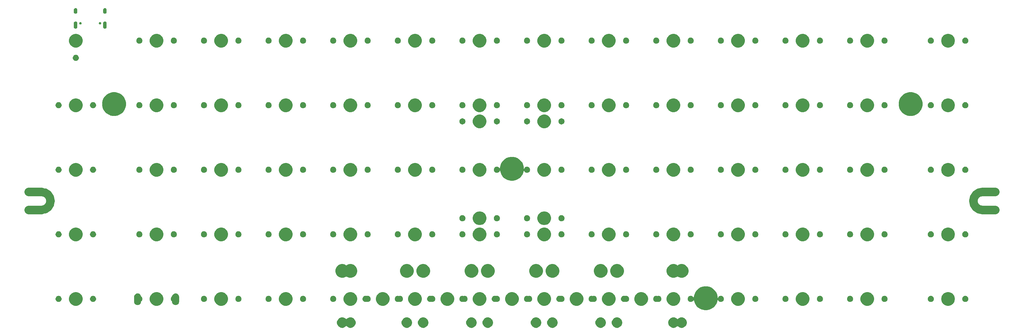
<source format=gbr>
G04 #@! TF.GenerationSoftware,KiCad,Pcbnew,(5.1.5)-3*
G04 #@! TF.CreationDate,2020-09-16T11:12:37+02:00*
G04 #@! TF.ProjectId,0x42,30783432-2e6b-4696-9361-645f70636258,v0.1*
G04 #@! TF.SameCoordinates,Original*
G04 #@! TF.FileFunction,Soldermask,Top*
G04 #@! TF.FilePolarity,Negative*
%FSLAX46Y46*%
G04 Gerber Fmt 4.6, Leading zero omitted, Abs format (unit mm)*
G04 Created by KiCad (PCBNEW (5.1.5)-3) date 2020-09-16 11:12:37*
%MOMM*%
%LPD*%
G04 APERTURE LIST*
%ADD10C,2.501900*%
%ADD11C,0.100000*%
G04 APERTURE END LIST*
D10*
X350700000Y-122549050D02*
X354500000Y-122549050D01*
X348049050Y-125200000D02*
G75*
G02X350700000Y-122549050I2650950J0D01*
G01*
X350700000Y-127850950D02*
G75*
G02X348049050Y-125200000I0J2650950D01*
G01*
X350700000Y-127850950D02*
X354550000Y-127850950D01*
X69500000Y-122549050D02*
X73300000Y-122549050D01*
X75950950Y-125200000D02*
G75*
G03X73300000Y-122549050I-2650950J0D01*
G01*
X73300000Y-127850950D02*
G75*
G03X75950950Y-125200000I0J2650950D01*
G01*
X69500000Y-127850950D02*
X73300000Y-127850950D01*
D11*
G36*
X259927195Y-159565764D02*
G01*
X260076827Y-159595527D01*
X260358727Y-159712294D01*
X260486438Y-159797628D01*
X260612429Y-159881812D01*
X260796145Y-160065528D01*
X260803722Y-160071746D01*
X260812366Y-160076366D01*
X260821746Y-160079211D01*
X260831500Y-160080172D01*
X260841254Y-160079211D01*
X260850634Y-160076366D01*
X260859278Y-160071746D01*
X260866855Y-160065528D01*
X261050571Y-159881812D01*
X261176562Y-159797628D01*
X261304273Y-159712294D01*
X261586173Y-159595527D01*
X261735805Y-159565764D01*
X261885435Y-159536000D01*
X262190565Y-159536000D01*
X262340195Y-159565764D01*
X262489827Y-159595527D01*
X262771727Y-159712294D01*
X263025430Y-159881813D01*
X263241187Y-160097570D01*
X263410706Y-160351273D01*
X263527473Y-160633173D01*
X263587000Y-160932437D01*
X263587000Y-161237563D01*
X263527473Y-161536827D01*
X263410706Y-161818727D01*
X263241187Y-162072430D01*
X263025430Y-162288187D01*
X262771727Y-162457706D01*
X262489827Y-162574473D01*
X262340195Y-162604237D01*
X262190565Y-162634000D01*
X261885435Y-162634000D01*
X261735805Y-162604237D01*
X261586173Y-162574473D01*
X261304273Y-162457706D01*
X261050570Y-162288187D01*
X260866855Y-162104472D01*
X260859278Y-162098254D01*
X260850634Y-162093634D01*
X260841254Y-162090789D01*
X260831500Y-162089828D01*
X260821746Y-162090789D01*
X260812366Y-162093634D01*
X260803722Y-162098254D01*
X260796145Y-162104472D01*
X260612430Y-162288187D01*
X260358727Y-162457706D01*
X260076827Y-162574473D01*
X259927195Y-162604237D01*
X259777565Y-162634000D01*
X259472435Y-162634000D01*
X259322805Y-162604237D01*
X259173173Y-162574473D01*
X258891273Y-162457706D01*
X258637570Y-162288187D01*
X258421813Y-162072430D01*
X258252294Y-161818727D01*
X258135527Y-161536827D01*
X258076000Y-161237563D01*
X258076000Y-160932437D01*
X258135527Y-160633173D01*
X258252294Y-160351273D01*
X258421813Y-160097570D01*
X258637570Y-159881813D01*
X258891273Y-159712294D01*
X259173173Y-159595527D01*
X259322805Y-159565764D01*
X259472435Y-159536000D01*
X259777565Y-159536000D01*
X259927195Y-159565764D01*
G37*
G36*
X243290195Y-159565764D02*
G01*
X243439827Y-159595527D01*
X243721727Y-159712294D01*
X243975430Y-159881813D01*
X244191187Y-160097570D01*
X244360706Y-160351273D01*
X244477473Y-160633173D01*
X244537000Y-160932437D01*
X244537000Y-161237563D01*
X244477473Y-161536827D01*
X244360706Y-161818727D01*
X244191187Y-162072430D01*
X243975430Y-162288187D01*
X243721727Y-162457706D01*
X243439827Y-162574473D01*
X243290195Y-162604237D01*
X243140565Y-162634000D01*
X242835435Y-162634000D01*
X242685805Y-162604237D01*
X242536173Y-162574473D01*
X242254273Y-162457706D01*
X242000570Y-162288187D01*
X241784813Y-162072430D01*
X241615294Y-161818727D01*
X241498527Y-161536827D01*
X241439000Y-161237563D01*
X241439000Y-160932437D01*
X241498527Y-160633173D01*
X241615294Y-160351273D01*
X241784813Y-160097570D01*
X242000570Y-159881813D01*
X242254273Y-159712294D01*
X242536173Y-159595527D01*
X242685805Y-159565764D01*
X242835435Y-159536000D01*
X243140565Y-159536000D01*
X243290195Y-159565764D01*
G37*
G36*
X181314195Y-159565764D02*
G01*
X181463827Y-159595527D01*
X181745727Y-159712294D01*
X181999430Y-159881813D01*
X182215187Y-160097570D01*
X182384706Y-160351273D01*
X182501473Y-160633173D01*
X182561000Y-160932437D01*
X182561000Y-161237563D01*
X182501473Y-161536827D01*
X182384706Y-161818727D01*
X182215187Y-162072430D01*
X181999430Y-162288187D01*
X181745727Y-162457706D01*
X181463827Y-162574473D01*
X181314195Y-162604237D01*
X181164565Y-162634000D01*
X180859435Y-162634000D01*
X180709805Y-162604237D01*
X180560173Y-162574473D01*
X180278273Y-162457706D01*
X180024570Y-162288187D01*
X179808813Y-162072430D01*
X179639294Y-161818727D01*
X179522527Y-161536827D01*
X179463000Y-161237563D01*
X179463000Y-160932437D01*
X179522527Y-160633173D01*
X179639294Y-160351273D01*
X179808813Y-160097570D01*
X180024570Y-159881813D01*
X180278273Y-159712294D01*
X180560173Y-159595527D01*
X180709805Y-159565764D01*
X180859435Y-159536000D01*
X181164565Y-159536000D01*
X181314195Y-159565764D01*
G37*
G36*
X205190195Y-159565764D02*
G01*
X205339827Y-159595527D01*
X205621727Y-159712294D01*
X205875430Y-159881813D01*
X206091187Y-160097570D01*
X206260706Y-160351273D01*
X206377473Y-160633173D01*
X206437000Y-160932437D01*
X206437000Y-161237563D01*
X206377473Y-161536827D01*
X206260706Y-161818727D01*
X206091187Y-162072430D01*
X205875430Y-162288187D01*
X205621727Y-162457706D01*
X205339827Y-162574473D01*
X205190195Y-162604237D01*
X205040565Y-162634000D01*
X204735435Y-162634000D01*
X204585805Y-162604237D01*
X204436173Y-162574473D01*
X204154273Y-162457706D01*
X203900570Y-162288187D01*
X203684813Y-162072430D01*
X203515294Y-161818727D01*
X203398527Y-161536827D01*
X203339000Y-161237563D01*
X203339000Y-160932437D01*
X203398527Y-160633173D01*
X203515294Y-160351273D01*
X203684813Y-160097570D01*
X203900570Y-159881813D01*
X204154273Y-159712294D01*
X204436173Y-159595527D01*
X204585805Y-159565764D01*
X204735435Y-159536000D01*
X205040565Y-159536000D01*
X205190195Y-159565764D01*
G37*
G36*
X219414195Y-159565764D02*
G01*
X219563827Y-159595527D01*
X219845727Y-159712294D01*
X220099430Y-159881813D01*
X220315187Y-160097570D01*
X220484706Y-160351273D01*
X220601473Y-160633173D01*
X220661000Y-160932437D01*
X220661000Y-161237563D01*
X220601473Y-161536827D01*
X220484706Y-161818727D01*
X220315187Y-162072430D01*
X220099430Y-162288187D01*
X219845727Y-162457706D01*
X219563827Y-162574473D01*
X219414195Y-162604237D01*
X219264565Y-162634000D01*
X218959435Y-162634000D01*
X218809805Y-162604237D01*
X218660173Y-162574473D01*
X218378273Y-162457706D01*
X218124570Y-162288187D01*
X217908813Y-162072430D01*
X217739294Y-161818727D01*
X217622527Y-161536827D01*
X217563000Y-161237563D01*
X217563000Y-160932437D01*
X217622527Y-160633173D01*
X217739294Y-160351273D01*
X217908813Y-160097570D01*
X218124570Y-159881813D01*
X218378273Y-159712294D01*
X218660173Y-159595527D01*
X218809805Y-159565764D01*
X218959435Y-159536000D01*
X219264565Y-159536000D01*
X219414195Y-159565764D01*
G37*
G36*
X238464195Y-159565764D02*
G01*
X238613827Y-159595527D01*
X238895727Y-159712294D01*
X239149430Y-159881813D01*
X239365187Y-160097570D01*
X239534706Y-160351273D01*
X239651473Y-160633173D01*
X239711000Y-160932437D01*
X239711000Y-161237563D01*
X239651473Y-161536827D01*
X239534706Y-161818727D01*
X239365187Y-162072430D01*
X239149430Y-162288187D01*
X238895727Y-162457706D01*
X238613827Y-162574473D01*
X238464195Y-162604237D01*
X238314565Y-162634000D01*
X238009435Y-162634000D01*
X237859805Y-162604237D01*
X237710173Y-162574473D01*
X237428273Y-162457706D01*
X237174570Y-162288187D01*
X236958813Y-162072430D01*
X236789294Y-161818727D01*
X236672527Y-161536827D01*
X236613000Y-161237563D01*
X236613000Y-160932437D01*
X236672527Y-160633173D01*
X236789294Y-160351273D01*
X236958813Y-160097570D01*
X237174570Y-159881813D01*
X237428273Y-159712294D01*
X237710173Y-159595527D01*
X237859805Y-159565764D01*
X238009435Y-159536000D01*
X238314565Y-159536000D01*
X238464195Y-159565764D01*
G37*
G36*
X224240195Y-159565764D02*
G01*
X224389827Y-159595527D01*
X224671727Y-159712294D01*
X224925430Y-159881813D01*
X225141187Y-160097570D01*
X225310706Y-160351273D01*
X225427473Y-160633173D01*
X225487000Y-160932437D01*
X225487000Y-161237563D01*
X225427473Y-161536827D01*
X225310706Y-161818727D01*
X225141187Y-162072430D01*
X224925430Y-162288187D01*
X224671727Y-162457706D01*
X224389827Y-162574473D01*
X224240195Y-162604237D01*
X224090565Y-162634000D01*
X223785435Y-162634000D01*
X223635805Y-162604237D01*
X223486173Y-162574473D01*
X223204273Y-162457706D01*
X222950570Y-162288187D01*
X222734813Y-162072430D01*
X222565294Y-161818727D01*
X222448527Y-161536827D01*
X222389000Y-161237563D01*
X222389000Y-160932437D01*
X222448527Y-160633173D01*
X222565294Y-160351273D01*
X222734813Y-160097570D01*
X222950570Y-159881813D01*
X223204273Y-159712294D01*
X223486173Y-159595527D01*
X223635805Y-159565764D01*
X223785435Y-159536000D01*
X224090565Y-159536000D01*
X224240195Y-159565764D01*
G37*
G36*
X200364195Y-159565764D02*
G01*
X200513827Y-159595527D01*
X200795727Y-159712294D01*
X201049430Y-159881813D01*
X201265187Y-160097570D01*
X201434706Y-160351273D01*
X201551473Y-160633173D01*
X201611000Y-160932437D01*
X201611000Y-161237563D01*
X201551473Y-161536827D01*
X201434706Y-161818727D01*
X201265187Y-162072430D01*
X201049430Y-162288187D01*
X200795727Y-162457706D01*
X200513827Y-162574473D01*
X200364195Y-162604237D01*
X200214565Y-162634000D01*
X199909435Y-162634000D01*
X199759805Y-162604237D01*
X199610173Y-162574473D01*
X199328273Y-162457706D01*
X199074570Y-162288187D01*
X198858813Y-162072430D01*
X198689294Y-161818727D01*
X198572527Y-161536827D01*
X198513000Y-161237563D01*
X198513000Y-160932437D01*
X198572527Y-160633173D01*
X198689294Y-160351273D01*
X198858813Y-160097570D01*
X199074570Y-159881813D01*
X199328273Y-159712294D01*
X199610173Y-159595527D01*
X199759805Y-159565764D01*
X199909435Y-159536000D01*
X200214565Y-159536000D01*
X200364195Y-159565764D01*
G37*
G36*
X186140195Y-159565764D02*
G01*
X186289827Y-159595527D01*
X186571727Y-159712294D01*
X186825430Y-159881813D01*
X187041187Y-160097570D01*
X187210706Y-160351273D01*
X187327473Y-160633173D01*
X187387000Y-160932437D01*
X187387000Y-161237563D01*
X187327473Y-161536827D01*
X187210706Y-161818727D01*
X187041187Y-162072430D01*
X186825430Y-162288187D01*
X186571727Y-162457706D01*
X186289827Y-162574473D01*
X186140195Y-162604237D01*
X185990565Y-162634000D01*
X185685435Y-162634000D01*
X185535805Y-162604237D01*
X185386173Y-162574473D01*
X185104273Y-162457706D01*
X184850570Y-162288187D01*
X184634813Y-162072430D01*
X184465294Y-161818727D01*
X184348527Y-161536827D01*
X184289000Y-161237563D01*
X184289000Y-160932437D01*
X184348527Y-160633173D01*
X184465294Y-160351273D01*
X184634813Y-160097570D01*
X184850570Y-159881813D01*
X185104273Y-159712294D01*
X185386173Y-159595527D01*
X185535805Y-159565764D01*
X185685435Y-159536000D01*
X185990565Y-159536000D01*
X186140195Y-159565764D01*
G37*
G36*
X162264195Y-159565764D02*
G01*
X162413827Y-159595527D01*
X162695727Y-159712294D01*
X162823438Y-159797628D01*
X162949429Y-159881812D01*
X163133145Y-160065528D01*
X163140722Y-160071746D01*
X163149366Y-160076366D01*
X163158746Y-160079211D01*
X163168500Y-160080172D01*
X163178254Y-160079211D01*
X163187634Y-160076366D01*
X163196278Y-160071746D01*
X163203855Y-160065528D01*
X163387571Y-159881812D01*
X163513562Y-159797628D01*
X163641273Y-159712294D01*
X163923173Y-159595527D01*
X164072805Y-159565764D01*
X164222435Y-159536000D01*
X164527565Y-159536000D01*
X164677195Y-159565764D01*
X164826827Y-159595527D01*
X165108727Y-159712294D01*
X165362430Y-159881813D01*
X165578187Y-160097570D01*
X165747706Y-160351273D01*
X165864473Y-160633173D01*
X165924000Y-160932437D01*
X165924000Y-161237563D01*
X165864473Y-161536827D01*
X165747706Y-161818727D01*
X165578187Y-162072430D01*
X165362430Y-162288187D01*
X165108727Y-162457706D01*
X164826827Y-162574473D01*
X164677195Y-162604237D01*
X164527565Y-162634000D01*
X164222435Y-162634000D01*
X164072805Y-162604237D01*
X163923173Y-162574473D01*
X163641273Y-162457706D01*
X163387570Y-162288187D01*
X163203855Y-162104472D01*
X163196278Y-162098254D01*
X163187634Y-162093634D01*
X163178254Y-162090789D01*
X163168500Y-162089828D01*
X163158746Y-162090789D01*
X163149366Y-162093634D01*
X163140722Y-162098254D01*
X163133145Y-162104472D01*
X162949430Y-162288187D01*
X162695727Y-162457706D01*
X162413827Y-162574473D01*
X162264195Y-162604237D01*
X162114565Y-162634000D01*
X161809435Y-162634000D01*
X161659805Y-162604237D01*
X161510173Y-162574473D01*
X161228273Y-162457706D01*
X160974570Y-162288187D01*
X160758813Y-162072430D01*
X160589294Y-161818727D01*
X160472527Y-161536827D01*
X160413000Y-161237563D01*
X160413000Y-160932437D01*
X160472527Y-160633173D01*
X160589294Y-160351273D01*
X160758813Y-160097570D01*
X160974570Y-159881813D01*
X161228273Y-159712294D01*
X161510173Y-159595527D01*
X161659805Y-159565764D01*
X161809435Y-159536000D01*
X162114565Y-159536000D01*
X162264195Y-159565764D01*
G37*
G36*
X270178203Y-150510463D02*
G01*
X270178206Y-150510464D01*
X270178205Y-150510464D01*
X270819714Y-150776185D01*
X271397057Y-151161954D01*
X271888046Y-151652943D01*
X272273815Y-152230286D01*
X272445023Y-152643620D01*
X272539537Y-152871797D01*
X272675000Y-153552816D01*
X272675000Y-153717900D01*
X272675961Y-153727654D01*
X272678806Y-153737034D01*
X272683426Y-153745678D01*
X272689644Y-153753255D01*
X272697221Y-153759473D01*
X272705865Y-153764093D01*
X272715245Y-153766938D01*
X272724999Y-153767899D01*
X272734753Y-153766938D01*
X272744133Y-153764093D01*
X272752777Y-153759473D01*
X272760354Y-153753255D01*
X272766572Y-153745678D01*
X272771192Y-153737034D01*
X272797429Y-153673692D01*
X272878194Y-153552818D01*
X272895924Y-153526283D01*
X273021283Y-153400924D01*
X273168690Y-153302430D01*
X273176814Y-153299065D01*
X273216665Y-153282558D01*
X273332480Y-153234586D01*
X273390439Y-153223057D01*
X273506356Y-153200000D01*
X273683644Y-153200000D01*
X273799561Y-153223057D01*
X273857520Y-153234586D01*
X273973335Y-153282558D01*
X274013187Y-153299065D01*
X274021310Y-153302430D01*
X274168717Y-153400924D01*
X274294076Y-153526283D01*
X274392570Y-153673690D01*
X274460414Y-153837480D01*
X274495000Y-154011358D01*
X274495000Y-154188642D01*
X274460414Y-154362520D01*
X274392570Y-154526310D01*
X274294076Y-154673717D01*
X274168717Y-154799076D01*
X274021310Y-154897570D01*
X273857520Y-154965414D01*
X273799561Y-154976943D01*
X273683644Y-155000000D01*
X273506356Y-155000000D01*
X273390439Y-154976943D01*
X273332480Y-154965414D01*
X273168690Y-154897570D01*
X273021283Y-154799076D01*
X272895924Y-154673717D01*
X272797430Y-154526310D01*
X272740284Y-154388347D01*
X272735666Y-154379707D01*
X272729448Y-154372131D01*
X272721871Y-154365912D01*
X272713227Y-154361292D01*
X272703848Y-154358447D01*
X272694093Y-154357486D01*
X272684339Y-154358447D01*
X272674959Y-154361292D01*
X272666315Y-154365912D01*
X272658739Y-154372130D01*
X272652520Y-154379707D01*
X272647900Y-154388351D01*
X272645055Y-154397731D01*
X272539537Y-154928203D01*
X272530274Y-154950566D01*
X272273815Y-155569714D01*
X271888046Y-156147057D01*
X271397057Y-156638046D01*
X270819714Y-157023815D01*
X270288270Y-157243946D01*
X270178203Y-157289537D01*
X269497184Y-157425000D01*
X268802816Y-157425000D01*
X268121797Y-157289537D01*
X268011730Y-157243946D01*
X267480286Y-157023815D01*
X266902943Y-156638046D01*
X266411954Y-156147057D01*
X266026185Y-155569714D01*
X265769726Y-154950566D01*
X265760463Y-154928203D01*
X265654945Y-154397731D01*
X265652100Y-154388351D01*
X265647480Y-154379707D01*
X265641262Y-154372130D01*
X265633685Y-154365912D01*
X265625041Y-154361292D01*
X265615661Y-154358447D01*
X265605907Y-154357486D01*
X265596153Y-154358447D01*
X265586773Y-154361292D01*
X265578129Y-154365912D01*
X265570552Y-154372130D01*
X265564334Y-154379707D01*
X265559716Y-154388347D01*
X265502570Y-154526310D01*
X265404076Y-154673717D01*
X265278717Y-154799076D01*
X265131310Y-154897570D01*
X264967520Y-154965414D01*
X264909561Y-154976943D01*
X264793644Y-155000000D01*
X264616356Y-155000000D01*
X264500439Y-154976943D01*
X264442480Y-154965414D01*
X264278690Y-154897570D01*
X264131283Y-154799076D01*
X264005924Y-154673717D01*
X263907430Y-154526310D01*
X263839586Y-154362520D01*
X263805000Y-154188642D01*
X263805000Y-154011358D01*
X263839586Y-153837480D01*
X263907430Y-153673690D01*
X264005924Y-153526283D01*
X264131283Y-153400924D01*
X264278690Y-153302430D01*
X264286814Y-153299065D01*
X264326665Y-153282558D01*
X264442480Y-153234586D01*
X264500439Y-153223057D01*
X264616356Y-153200000D01*
X264793644Y-153200000D01*
X264909561Y-153223057D01*
X264967520Y-153234586D01*
X265083335Y-153282558D01*
X265123187Y-153299065D01*
X265131310Y-153302430D01*
X265278717Y-153400924D01*
X265404076Y-153526283D01*
X265421806Y-153552818D01*
X265502571Y-153673692D01*
X265528808Y-153737034D01*
X265533428Y-153745678D01*
X265539646Y-153753255D01*
X265547223Y-153759473D01*
X265555867Y-153764093D01*
X265565247Y-153766938D01*
X265575001Y-153767899D01*
X265584755Y-153766938D01*
X265594135Y-153764093D01*
X265602779Y-153759473D01*
X265610356Y-153753255D01*
X265616574Y-153745678D01*
X265621194Y-153737034D01*
X265624039Y-153727654D01*
X265625000Y-153717900D01*
X265625000Y-153552816D01*
X265760463Y-152871797D01*
X265854977Y-152643620D01*
X266026185Y-152230286D01*
X266411954Y-151652943D01*
X266902943Y-151161954D01*
X267480286Y-150776185D01*
X268121795Y-150510464D01*
X268121794Y-150510464D01*
X268121797Y-150510463D01*
X268802816Y-150375000D01*
X269497184Y-150375000D01*
X270178203Y-150510463D01*
G37*
G36*
X222113890Y-152158684D02*
G01*
X222113893Y-152158685D01*
X222113892Y-152158685D01*
X222481308Y-152310874D01*
X222647762Y-152422095D01*
X222811973Y-152531817D01*
X223093183Y-152813027D01*
X223314127Y-153143694D01*
X223466316Y-153511110D01*
X223543900Y-153901154D01*
X223543900Y-154298846D01*
X223466316Y-154688890D01*
X223314127Y-155056306D01*
X223093183Y-155386973D01*
X222811973Y-155668183D01*
X222679978Y-155756379D01*
X222481308Y-155889126D01*
X222481307Y-155889127D01*
X222481306Y-155889127D01*
X222113890Y-156041316D01*
X221723846Y-156118900D01*
X221326154Y-156118900D01*
X220936110Y-156041316D01*
X220568694Y-155889127D01*
X220568693Y-155889127D01*
X220568692Y-155889126D01*
X220370022Y-155756379D01*
X220238027Y-155668183D01*
X219956817Y-155386973D01*
X219735873Y-155056306D01*
X219583684Y-154688890D01*
X219506100Y-154298846D01*
X219506100Y-153901154D01*
X219583684Y-153511110D01*
X219735873Y-153143694D01*
X219956817Y-152813027D01*
X220238027Y-152531817D01*
X220402238Y-152422095D01*
X220568692Y-152310874D01*
X220936108Y-152158685D01*
X220936107Y-152158685D01*
X220936110Y-152158684D01*
X221326154Y-152081100D01*
X221723846Y-152081100D01*
X222113890Y-152158684D01*
G37*
G36*
X193538890Y-152158684D02*
G01*
X193538893Y-152158685D01*
X193538892Y-152158685D01*
X193906308Y-152310874D01*
X194072762Y-152422095D01*
X194236973Y-152531817D01*
X194518183Y-152813027D01*
X194739127Y-153143694D01*
X194891316Y-153511110D01*
X194968900Y-153901154D01*
X194968900Y-154298846D01*
X194891316Y-154688890D01*
X194739127Y-155056306D01*
X194518183Y-155386973D01*
X194236973Y-155668183D01*
X194104978Y-155756379D01*
X193906308Y-155889126D01*
X193906307Y-155889127D01*
X193906306Y-155889127D01*
X193538890Y-156041316D01*
X193148846Y-156118900D01*
X192751154Y-156118900D01*
X192361110Y-156041316D01*
X191993694Y-155889127D01*
X191993693Y-155889127D01*
X191993692Y-155889126D01*
X191795022Y-155756379D01*
X191663027Y-155668183D01*
X191381817Y-155386973D01*
X191160873Y-155056306D01*
X191008684Y-154688890D01*
X190931100Y-154298846D01*
X190931100Y-153901154D01*
X191008684Y-153511110D01*
X191160873Y-153143694D01*
X191381817Y-152813027D01*
X191663027Y-152531817D01*
X191827238Y-152422095D01*
X191993692Y-152310874D01*
X192361108Y-152158685D01*
X192361107Y-152158685D01*
X192361110Y-152158684D01*
X192751154Y-152081100D01*
X193148846Y-152081100D01*
X193538890Y-152158684D01*
G37*
G36*
X203063890Y-152158684D02*
G01*
X203063893Y-152158685D01*
X203063892Y-152158685D01*
X203431308Y-152310874D01*
X203597762Y-152422095D01*
X203761973Y-152531817D01*
X204043183Y-152813027D01*
X204264127Y-153143694D01*
X204416316Y-153511110D01*
X204493900Y-153901154D01*
X204493900Y-154298846D01*
X204416316Y-154688890D01*
X204264127Y-155056306D01*
X204043183Y-155386973D01*
X203761973Y-155668183D01*
X203629978Y-155756379D01*
X203431308Y-155889126D01*
X203431307Y-155889127D01*
X203431306Y-155889127D01*
X203063890Y-156041316D01*
X202673846Y-156118900D01*
X202276154Y-156118900D01*
X201886110Y-156041316D01*
X201518694Y-155889127D01*
X201518693Y-155889127D01*
X201518692Y-155889126D01*
X201320022Y-155756379D01*
X201188027Y-155668183D01*
X200906817Y-155386973D01*
X200685873Y-155056306D01*
X200533684Y-154688890D01*
X200456100Y-154298846D01*
X200456100Y-153901154D01*
X200533684Y-153511110D01*
X200685873Y-153143694D01*
X200906817Y-152813027D01*
X201188027Y-152531817D01*
X201352238Y-152422095D01*
X201518692Y-152310874D01*
X201886108Y-152158685D01*
X201886107Y-152158685D01*
X201886110Y-152158684D01*
X202276154Y-152081100D01*
X202673846Y-152081100D01*
X203063890Y-152158684D01*
G37*
G36*
X241163890Y-152158684D02*
G01*
X241163893Y-152158685D01*
X241163892Y-152158685D01*
X241531308Y-152310874D01*
X241697762Y-152422095D01*
X241861973Y-152531817D01*
X242143183Y-152813027D01*
X242364127Y-153143694D01*
X242516316Y-153511110D01*
X242593900Y-153901154D01*
X242593900Y-154298846D01*
X242516316Y-154688890D01*
X242364127Y-155056306D01*
X242143183Y-155386973D01*
X241861973Y-155668183D01*
X241729978Y-155756379D01*
X241531308Y-155889126D01*
X241531307Y-155889127D01*
X241531306Y-155889127D01*
X241163890Y-156041316D01*
X240773846Y-156118900D01*
X240376154Y-156118900D01*
X239986110Y-156041316D01*
X239618694Y-155889127D01*
X239618693Y-155889127D01*
X239618692Y-155889126D01*
X239420022Y-155756379D01*
X239288027Y-155668183D01*
X239006817Y-155386973D01*
X238785873Y-155056306D01*
X238633684Y-154688890D01*
X238556100Y-154298846D01*
X238556100Y-153901154D01*
X238633684Y-153511110D01*
X238785873Y-153143694D01*
X239006817Y-152813027D01*
X239288027Y-152531817D01*
X239452238Y-152422095D01*
X239618692Y-152310874D01*
X239986108Y-152158685D01*
X239986107Y-152158685D01*
X239986110Y-152158684D01*
X240376154Y-152081100D01*
X240773846Y-152081100D01*
X241163890Y-152158684D01*
G37*
G36*
X184013890Y-152158684D02*
G01*
X184013893Y-152158685D01*
X184013892Y-152158685D01*
X184381308Y-152310874D01*
X184547762Y-152422095D01*
X184711973Y-152531817D01*
X184993183Y-152813027D01*
X185214127Y-153143694D01*
X185366316Y-153511110D01*
X185443900Y-153901154D01*
X185443900Y-154298846D01*
X185366316Y-154688890D01*
X185214127Y-155056306D01*
X184993183Y-155386973D01*
X184711973Y-155668183D01*
X184579978Y-155756379D01*
X184381308Y-155889126D01*
X184381307Y-155889127D01*
X184381306Y-155889127D01*
X184013890Y-156041316D01*
X183623846Y-156118900D01*
X183226154Y-156118900D01*
X182836110Y-156041316D01*
X182468694Y-155889127D01*
X182468693Y-155889127D01*
X182468692Y-155889126D01*
X182270022Y-155756379D01*
X182138027Y-155668183D01*
X181856817Y-155386973D01*
X181635873Y-155056306D01*
X181483684Y-154688890D01*
X181406100Y-154298846D01*
X181406100Y-153901154D01*
X181483684Y-153511110D01*
X181635873Y-153143694D01*
X181856817Y-152813027D01*
X182138027Y-152531817D01*
X182302238Y-152422095D01*
X182468692Y-152310874D01*
X182836108Y-152158685D01*
X182836107Y-152158685D01*
X182836110Y-152158684D01*
X183226154Y-152081100D01*
X183623846Y-152081100D01*
X184013890Y-152158684D01*
G37*
G36*
X212588890Y-152158684D02*
G01*
X212588893Y-152158685D01*
X212588892Y-152158685D01*
X212956308Y-152310874D01*
X213122762Y-152422095D01*
X213286973Y-152531817D01*
X213568183Y-152813027D01*
X213789127Y-153143694D01*
X213941316Y-153511110D01*
X214018900Y-153901154D01*
X214018900Y-154298846D01*
X213941316Y-154688890D01*
X213789127Y-155056306D01*
X213568183Y-155386973D01*
X213286973Y-155668183D01*
X213154978Y-155756379D01*
X212956308Y-155889126D01*
X212956307Y-155889127D01*
X212956306Y-155889127D01*
X212588890Y-156041316D01*
X212198846Y-156118900D01*
X211801154Y-156118900D01*
X211411110Y-156041316D01*
X211043694Y-155889127D01*
X211043693Y-155889127D01*
X211043692Y-155889126D01*
X210845022Y-155756379D01*
X210713027Y-155668183D01*
X210431817Y-155386973D01*
X210210873Y-155056306D01*
X210058684Y-154688890D01*
X209981100Y-154298846D01*
X209981100Y-153901154D01*
X210058684Y-153511110D01*
X210210873Y-153143694D01*
X210431817Y-152813027D01*
X210713027Y-152531817D01*
X210877238Y-152422095D01*
X211043692Y-152310874D01*
X211411108Y-152158685D01*
X211411107Y-152158685D01*
X211411110Y-152158684D01*
X211801154Y-152081100D01*
X212198846Y-152081100D01*
X212588890Y-152158684D01*
G37*
G36*
X174488890Y-152158684D02*
G01*
X174488893Y-152158685D01*
X174488892Y-152158685D01*
X174856308Y-152310874D01*
X175022762Y-152422095D01*
X175186973Y-152531817D01*
X175468183Y-152813027D01*
X175689127Y-153143694D01*
X175841316Y-153511110D01*
X175918900Y-153901154D01*
X175918900Y-154298846D01*
X175841316Y-154688890D01*
X175689127Y-155056306D01*
X175468183Y-155386973D01*
X175186973Y-155668183D01*
X175054978Y-155756379D01*
X174856308Y-155889126D01*
X174856307Y-155889127D01*
X174856306Y-155889127D01*
X174488890Y-156041316D01*
X174098846Y-156118900D01*
X173701154Y-156118900D01*
X173311110Y-156041316D01*
X172943694Y-155889127D01*
X172943693Y-155889127D01*
X172943692Y-155889126D01*
X172745022Y-155756379D01*
X172613027Y-155668183D01*
X172331817Y-155386973D01*
X172110873Y-155056306D01*
X171958684Y-154688890D01*
X171881100Y-154298846D01*
X171881100Y-153901154D01*
X171958684Y-153511110D01*
X172110873Y-153143694D01*
X172331817Y-152813027D01*
X172613027Y-152531817D01*
X172777238Y-152422095D01*
X172943692Y-152310874D01*
X173311108Y-152158685D01*
X173311107Y-152158685D01*
X173311110Y-152158684D01*
X173701154Y-152081100D01*
X174098846Y-152081100D01*
X174488890Y-152158684D01*
G37*
G36*
X164963890Y-152158684D02*
G01*
X164963893Y-152158685D01*
X164963892Y-152158685D01*
X165331308Y-152310874D01*
X165497762Y-152422095D01*
X165661973Y-152531817D01*
X165943183Y-152813027D01*
X166164127Y-153143694D01*
X166316316Y-153511110D01*
X166393900Y-153901154D01*
X166393900Y-154298846D01*
X166316316Y-154688890D01*
X166164127Y-155056306D01*
X165943183Y-155386973D01*
X165661973Y-155668183D01*
X165529978Y-155756379D01*
X165331308Y-155889126D01*
X165331307Y-155889127D01*
X165331306Y-155889127D01*
X164963890Y-156041316D01*
X164573846Y-156118900D01*
X164176154Y-156118900D01*
X163786110Y-156041316D01*
X163418694Y-155889127D01*
X163418693Y-155889127D01*
X163418692Y-155889126D01*
X163220022Y-155756379D01*
X163088027Y-155668183D01*
X162806817Y-155386973D01*
X162585873Y-155056306D01*
X162433684Y-154688890D01*
X162356100Y-154298846D01*
X162356100Y-153901154D01*
X162433684Y-153511110D01*
X162585873Y-153143694D01*
X162806817Y-152813027D01*
X163088027Y-152531817D01*
X163252238Y-152422095D01*
X163418692Y-152310874D01*
X163786108Y-152158685D01*
X163786107Y-152158685D01*
X163786110Y-152158684D01*
X164176154Y-152081100D01*
X164573846Y-152081100D01*
X164963890Y-152158684D01*
G37*
G36*
X107813890Y-152158684D02*
G01*
X107813893Y-152158685D01*
X107813892Y-152158685D01*
X108181308Y-152310874D01*
X108347762Y-152422095D01*
X108511973Y-152531817D01*
X108793183Y-152813027D01*
X109014127Y-153143694D01*
X109166316Y-153511110D01*
X109243900Y-153901154D01*
X109243900Y-154298846D01*
X109166316Y-154688890D01*
X109014127Y-155056306D01*
X108793183Y-155386973D01*
X108511973Y-155668183D01*
X108379978Y-155756379D01*
X108181308Y-155889126D01*
X108181307Y-155889127D01*
X108181306Y-155889127D01*
X107813890Y-156041316D01*
X107423846Y-156118900D01*
X107026154Y-156118900D01*
X106636110Y-156041316D01*
X106268694Y-155889127D01*
X106268693Y-155889127D01*
X106268692Y-155889126D01*
X106070022Y-155756379D01*
X105938027Y-155668183D01*
X105656817Y-155386973D01*
X105435873Y-155056306D01*
X105283684Y-154688890D01*
X105206100Y-154298846D01*
X105206100Y-153901154D01*
X105283684Y-153511110D01*
X105435873Y-153143694D01*
X105656817Y-152813027D01*
X105938027Y-152531817D01*
X106102238Y-152422095D01*
X106268692Y-152310874D01*
X106636108Y-152158685D01*
X106636107Y-152158685D01*
X106636110Y-152158684D01*
X107026154Y-152081100D01*
X107423846Y-152081100D01*
X107813890Y-152158684D01*
G37*
G36*
X317363890Y-152158684D02*
G01*
X317363893Y-152158685D01*
X317363892Y-152158685D01*
X317731308Y-152310874D01*
X317897762Y-152422095D01*
X318061973Y-152531817D01*
X318343183Y-152813027D01*
X318564127Y-153143694D01*
X318716316Y-153511110D01*
X318793900Y-153901154D01*
X318793900Y-154298846D01*
X318716316Y-154688890D01*
X318564127Y-155056306D01*
X318343183Y-155386973D01*
X318061973Y-155668183D01*
X317929978Y-155756379D01*
X317731308Y-155889126D01*
X317731307Y-155889127D01*
X317731306Y-155889127D01*
X317363890Y-156041316D01*
X316973846Y-156118900D01*
X316576154Y-156118900D01*
X316186110Y-156041316D01*
X315818694Y-155889127D01*
X315818693Y-155889127D01*
X315818692Y-155889126D01*
X315620022Y-155756379D01*
X315488027Y-155668183D01*
X315206817Y-155386973D01*
X314985873Y-155056306D01*
X314833684Y-154688890D01*
X314756100Y-154298846D01*
X314756100Y-153901154D01*
X314833684Y-153511110D01*
X314985873Y-153143694D01*
X315206817Y-152813027D01*
X315488027Y-152531817D01*
X315652238Y-152422095D01*
X315818692Y-152310874D01*
X316186108Y-152158685D01*
X316186107Y-152158685D01*
X316186110Y-152158684D01*
X316576154Y-152081100D01*
X316973846Y-152081100D01*
X317363890Y-152158684D01*
G37*
G36*
X298313890Y-152158684D02*
G01*
X298313893Y-152158685D01*
X298313892Y-152158685D01*
X298681308Y-152310874D01*
X298847762Y-152422095D01*
X299011973Y-152531817D01*
X299293183Y-152813027D01*
X299514127Y-153143694D01*
X299666316Y-153511110D01*
X299743900Y-153901154D01*
X299743900Y-154298846D01*
X299666316Y-154688890D01*
X299514127Y-155056306D01*
X299293183Y-155386973D01*
X299011973Y-155668183D01*
X298879978Y-155756379D01*
X298681308Y-155889126D01*
X298681307Y-155889127D01*
X298681306Y-155889127D01*
X298313890Y-156041316D01*
X297923846Y-156118900D01*
X297526154Y-156118900D01*
X297136110Y-156041316D01*
X296768694Y-155889127D01*
X296768693Y-155889127D01*
X296768692Y-155889126D01*
X296570022Y-155756379D01*
X296438027Y-155668183D01*
X296156817Y-155386973D01*
X295935873Y-155056306D01*
X295783684Y-154688890D01*
X295706100Y-154298846D01*
X295706100Y-153901154D01*
X295783684Y-153511110D01*
X295935873Y-153143694D01*
X296156817Y-152813027D01*
X296438027Y-152531817D01*
X296602238Y-152422095D01*
X296768692Y-152310874D01*
X297136108Y-152158685D01*
X297136107Y-152158685D01*
X297136110Y-152158684D01*
X297526154Y-152081100D01*
X297923846Y-152081100D01*
X298313890Y-152158684D01*
G37*
G36*
X279263890Y-152158684D02*
G01*
X279263893Y-152158685D01*
X279263892Y-152158685D01*
X279631308Y-152310874D01*
X279797762Y-152422095D01*
X279961973Y-152531817D01*
X280243183Y-152813027D01*
X280464127Y-153143694D01*
X280616316Y-153511110D01*
X280693900Y-153901154D01*
X280693900Y-154298846D01*
X280616316Y-154688890D01*
X280464127Y-155056306D01*
X280243183Y-155386973D01*
X279961973Y-155668183D01*
X279829978Y-155756379D01*
X279631308Y-155889126D01*
X279631307Y-155889127D01*
X279631306Y-155889127D01*
X279263890Y-156041316D01*
X278873846Y-156118900D01*
X278476154Y-156118900D01*
X278086110Y-156041316D01*
X277718694Y-155889127D01*
X277718693Y-155889127D01*
X277718692Y-155889126D01*
X277520022Y-155756379D01*
X277388027Y-155668183D01*
X277106817Y-155386973D01*
X276885873Y-155056306D01*
X276733684Y-154688890D01*
X276656100Y-154298846D01*
X276656100Y-153901154D01*
X276733684Y-153511110D01*
X276885873Y-153143694D01*
X277106817Y-152813027D01*
X277388027Y-152531817D01*
X277552238Y-152422095D01*
X277718692Y-152310874D01*
X278086108Y-152158685D01*
X278086107Y-152158685D01*
X278086110Y-152158684D01*
X278476154Y-152081100D01*
X278873846Y-152081100D01*
X279263890Y-152158684D01*
G37*
G36*
X260213890Y-152158684D02*
G01*
X260213893Y-152158685D01*
X260213892Y-152158685D01*
X260581308Y-152310874D01*
X260747762Y-152422095D01*
X260911973Y-152531817D01*
X261193183Y-152813027D01*
X261414127Y-153143694D01*
X261566316Y-153511110D01*
X261643900Y-153901154D01*
X261643900Y-154298846D01*
X261566316Y-154688890D01*
X261414127Y-155056306D01*
X261193183Y-155386973D01*
X260911973Y-155668183D01*
X260779978Y-155756379D01*
X260581308Y-155889126D01*
X260581307Y-155889127D01*
X260581306Y-155889127D01*
X260213890Y-156041316D01*
X259823846Y-156118900D01*
X259426154Y-156118900D01*
X259036110Y-156041316D01*
X258668694Y-155889127D01*
X258668693Y-155889127D01*
X258668692Y-155889126D01*
X258470022Y-155756379D01*
X258338027Y-155668183D01*
X258056817Y-155386973D01*
X257835873Y-155056306D01*
X257683684Y-154688890D01*
X257606100Y-154298846D01*
X257606100Y-153901154D01*
X257683684Y-153511110D01*
X257835873Y-153143694D01*
X258056817Y-152813027D01*
X258338027Y-152531817D01*
X258502238Y-152422095D01*
X258668692Y-152310874D01*
X259036108Y-152158685D01*
X259036107Y-152158685D01*
X259036110Y-152158684D01*
X259426154Y-152081100D01*
X259823846Y-152081100D01*
X260213890Y-152158684D01*
G37*
G36*
X84001390Y-152158684D02*
G01*
X84001393Y-152158685D01*
X84001392Y-152158685D01*
X84368808Y-152310874D01*
X84535262Y-152422095D01*
X84699473Y-152531817D01*
X84980683Y-152813027D01*
X85201627Y-153143694D01*
X85353816Y-153511110D01*
X85431400Y-153901154D01*
X85431400Y-154298846D01*
X85353816Y-154688890D01*
X85201627Y-155056306D01*
X84980683Y-155386973D01*
X84699473Y-155668183D01*
X84567478Y-155756379D01*
X84368808Y-155889126D01*
X84368807Y-155889127D01*
X84368806Y-155889127D01*
X84001390Y-156041316D01*
X83611346Y-156118900D01*
X83213654Y-156118900D01*
X82823610Y-156041316D01*
X82456194Y-155889127D01*
X82456193Y-155889127D01*
X82456192Y-155889126D01*
X82257522Y-155756379D01*
X82125527Y-155668183D01*
X81844317Y-155386973D01*
X81623373Y-155056306D01*
X81471184Y-154688890D01*
X81393600Y-154298846D01*
X81393600Y-153901154D01*
X81471184Y-153511110D01*
X81623373Y-153143694D01*
X81844317Y-152813027D01*
X82125527Y-152531817D01*
X82289738Y-152422095D01*
X82456192Y-152310874D01*
X82823608Y-152158685D01*
X82823607Y-152158685D01*
X82823610Y-152158684D01*
X83213654Y-152081100D01*
X83611346Y-152081100D01*
X84001390Y-152158684D01*
G37*
G36*
X341176390Y-152158684D02*
G01*
X341176393Y-152158685D01*
X341176392Y-152158685D01*
X341543808Y-152310874D01*
X341710262Y-152422095D01*
X341874473Y-152531817D01*
X342155683Y-152813027D01*
X342376627Y-153143694D01*
X342528816Y-153511110D01*
X342606400Y-153901154D01*
X342606400Y-154298846D01*
X342528816Y-154688890D01*
X342376627Y-155056306D01*
X342155683Y-155386973D01*
X341874473Y-155668183D01*
X341742478Y-155756379D01*
X341543808Y-155889126D01*
X341543807Y-155889127D01*
X341543806Y-155889127D01*
X341176390Y-156041316D01*
X340786346Y-156118900D01*
X340388654Y-156118900D01*
X339998610Y-156041316D01*
X339631194Y-155889127D01*
X339631193Y-155889127D01*
X339631192Y-155889126D01*
X339432522Y-155756379D01*
X339300527Y-155668183D01*
X339019317Y-155386973D01*
X338798373Y-155056306D01*
X338646184Y-154688890D01*
X338568600Y-154298846D01*
X338568600Y-153901154D01*
X338646184Y-153511110D01*
X338798373Y-153143694D01*
X339019317Y-152813027D01*
X339300527Y-152531817D01*
X339464738Y-152422095D01*
X339631192Y-152310874D01*
X339998608Y-152158685D01*
X339998607Y-152158685D01*
X339998610Y-152158684D01*
X340388654Y-152081100D01*
X340786346Y-152081100D01*
X341176390Y-152158684D01*
G37*
G36*
X145913890Y-152158684D02*
G01*
X145913893Y-152158685D01*
X145913892Y-152158685D01*
X146281308Y-152310874D01*
X146447762Y-152422095D01*
X146611973Y-152531817D01*
X146893183Y-152813027D01*
X147114127Y-153143694D01*
X147266316Y-153511110D01*
X147343900Y-153901154D01*
X147343900Y-154298846D01*
X147266316Y-154688890D01*
X147114127Y-155056306D01*
X146893183Y-155386973D01*
X146611973Y-155668183D01*
X146479978Y-155756379D01*
X146281308Y-155889126D01*
X146281307Y-155889127D01*
X146281306Y-155889127D01*
X145913890Y-156041316D01*
X145523846Y-156118900D01*
X145126154Y-156118900D01*
X144736110Y-156041316D01*
X144368694Y-155889127D01*
X144368693Y-155889127D01*
X144368692Y-155889126D01*
X144170022Y-155756379D01*
X144038027Y-155668183D01*
X143756817Y-155386973D01*
X143535873Y-155056306D01*
X143383684Y-154688890D01*
X143306100Y-154298846D01*
X143306100Y-153901154D01*
X143383684Y-153511110D01*
X143535873Y-153143694D01*
X143756817Y-152813027D01*
X144038027Y-152531817D01*
X144202238Y-152422095D01*
X144368692Y-152310874D01*
X144736108Y-152158685D01*
X144736107Y-152158685D01*
X144736110Y-152158684D01*
X145126154Y-152081100D01*
X145523846Y-152081100D01*
X145913890Y-152158684D01*
G37*
G36*
X126863890Y-152158684D02*
G01*
X126863893Y-152158685D01*
X126863892Y-152158685D01*
X127231308Y-152310874D01*
X127397762Y-152422095D01*
X127561973Y-152531817D01*
X127843183Y-152813027D01*
X128064127Y-153143694D01*
X128216316Y-153511110D01*
X128293900Y-153901154D01*
X128293900Y-154298846D01*
X128216316Y-154688890D01*
X128064127Y-155056306D01*
X127843183Y-155386973D01*
X127561973Y-155668183D01*
X127429978Y-155756379D01*
X127231308Y-155889126D01*
X127231307Y-155889127D01*
X127231306Y-155889127D01*
X126863890Y-156041316D01*
X126473846Y-156118900D01*
X126076154Y-156118900D01*
X125686110Y-156041316D01*
X125318694Y-155889127D01*
X125318693Y-155889127D01*
X125318692Y-155889126D01*
X125120022Y-155756379D01*
X124988027Y-155668183D01*
X124706817Y-155386973D01*
X124485873Y-155056306D01*
X124333684Y-154688890D01*
X124256100Y-154298846D01*
X124256100Y-153901154D01*
X124333684Y-153511110D01*
X124485873Y-153143694D01*
X124706817Y-152813027D01*
X124988027Y-152531817D01*
X125152238Y-152422095D01*
X125318692Y-152310874D01*
X125686108Y-152158685D01*
X125686107Y-152158685D01*
X125686110Y-152158684D01*
X126076154Y-152081100D01*
X126473846Y-152081100D01*
X126863890Y-152158684D01*
G37*
G36*
X231638890Y-152158684D02*
G01*
X231638893Y-152158685D01*
X231638892Y-152158685D01*
X232006308Y-152310874D01*
X232172762Y-152422095D01*
X232336973Y-152531817D01*
X232618183Y-152813027D01*
X232839127Y-153143694D01*
X232991316Y-153511110D01*
X233068900Y-153901154D01*
X233068900Y-154298846D01*
X232991316Y-154688890D01*
X232839127Y-155056306D01*
X232618183Y-155386973D01*
X232336973Y-155668183D01*
X232204978Y-155756379D01*
X232006308Y-155889126D01*
X232006307Y-155889127D01*
X232006306Y-155889127D01*
X231638890Y-156041316D01*
X231248846Y-156118900D01*
X230851154Y-156118900D01*
X230461110Y-156041316D01*
X230093694Y-155889127D01*
X230093693Y-155889127D01*
X230093692Y-155889126D01*
X229895022Y-155756379D01*
X229763027Y-155668183D01*
X229481817Y-155386973D01*
X229260873Y-155056306D01*
X229108684Y-154688890D01*
X229031100Y-154298846D01*
X229031100Y-153901154D01*
X229108684Y-153511110D01*
X229260873Y-153143694D01*
X229481817Y-152813027D01*
X229763027Y-152531817D01*
X229927238Y-152422095D01*
X230093692Y-152310874D01*
X230461108Y-152158685D01*
X230461107Y-152158685D01*
X230461110Y-152158684D01*
X230851154Y-152081100D01*
X231248846Y-152081100D01*
X231638890Y-152158684D01*
G37*
G36*
X250688890Y-152158684D02*
G01*
X250688893Y-152158685D01*
X250688892Y-152158685D01*
X251056308Y-152310874D01*
X251222762Y-152422095D01*
X251386973Y-152531817D01*
X251668183Y-152813027D01*
X251889127Y-153143694D01*
X252041316Y-153511110D01*
X252118900Y-153901154D01*
X252118900Y-154298846D01*
X252041316Y-154688890D01*
X251889127Y-155056306D01*
X251668183Y-155386973D01*
X251386973Y-155668183D01*
X251254978Y-155756379D01*
X251056308Y-155889126D01*
X251056307Y-155889127D01*
X251056306Y-155889127D01*
X250688890Y-156041316D01*
X250298846Y-156118900D01*
X249901154Y-156118900D01*
X249511110Y-156041316D01*
X249143694Y-155889127D01*
X249143693Y-155889127D01*
X249143692Y-155889126D01*
X248945022Y-155756379D01*
X248813027Y-155668183D01*
X248531817Y-155386973D01*
X248310873Y-155056306D01*
X248158684Y-154688890D01*
X248081100Y-154298846D01*
X248081100Y-153901154D01*
X248158684Y-153511110D01*
X248310873Y-153143694D01*
X248531817Y-152813027D01*
X248813027Y-152531817D01*
X248977238Y-152422095D01*
X249143692Y-152310874D01*
X249511108Y-152158685D01*
X249511107Y-152158685D01*
X249511110Y-152158684D01*
X249901154Y-152081100D01*
X250298846Y-152081100D01*
X250688890Y-152158684D01*
G37*
G36*
X113025934Y-152489831D02*
G01*
X113219149Y-152548442D01*
X113386415Y-152637848D01*
X113397215Y-152643620D01*
X113553291Y-152771709D01*
X113681380Y-152927785D01*
X113739005Y-153035595D01*
X113776559Y-153105852D01*
X113835169Y-153299065D01*
X113850000Y-153449648D01*
X113850000Y-154950352D01*
X113835169Y-155100935D01*
X113776559Y-155294148D01*
X113739005Y-155364405D01*
X113681380Y-155472215D01*
X113553291Y-155628291D01*
X113397215Y-155756380D01*
X113289405Y-155814005D01*
X113219148Y-155851559D01*
X113025935Y-155910169D01*
X112825000Y-155929959D01*
X112624066Y-155910169D01*
X112430853Y-155851559D01*
X112360596Y-155814005D01*
X112252786Y-155756380D01*
X112096710Y-155628291D01*
X111968621Y-155472215D01*
X111910996Y-155364405D01*
X111873442Y-155294148D01*
X111814831Y-155100935D01*
X111800000Y-154950352D01*
X111800000Y-154871716D01*
X111799039Y-154861962D01*
X111796194Y-154852582D01*
X111791574Y-154843938D01*
X111785356Y-154836361D01*
X111777783Y-154830146D01*
X111731283Y-154799076D01*
X111605924Y-154673717D01*
X111507430Y-154526310D01*
X111439586Y-154362520D01*
X111405000Y-154188642D01*
X111405000Y-154011358D01*
X111439586Y-153837480D01*
X111507430Y-153673690D01*
X111605924Y-153526283D01*
X111731283Y-153400924D01*
X111790319Y-153361477D01*
X111797893Y-153355262D01*
X111804111Y-153347685D01*
X111808731Y-153339041D01*
X111811576Y-153329661D01*
X111812296Y-153324808D01*
X111814831Y-153299066D01*
X111873442Y-153105851D01*
X111968619Y-152927787D01*
X111968620Y-152927785D01*
X112096709Y-152771709D01*
X112252785Y-152643620D01*
X112360595Y-152585995D01*
X112430852Y-152548441D01*
X112624065Y-152489831D01*
X112825000Y-152470041D01*
X113025934Y-152489831D01*
G37*
G36*
X101825934Y-152489831D02*
G01*
X102019149Y-152548442D01*
X102186415Y-152637848D01*
X102197215Y-152643620D01*
X102353291Y-152771709D01*
X102481380Y-152927785D01*
X102539005Y-153035595D01*
X102576559Y-153105852D01*
X102635169Y-153299066D01*
X102637704Y-153324807D01*
X102639616Y-153334421D01*
X102643367Y-153343476D01*
X102648812Y-153351626D01*
X102655743Y-153358557D01*
X102659677Y-153361475D01*
X102718717Y-153400924D01*
X102844076Y-153526283D01*
X102942570Y-153673690D01*
X103010414Y-153837480D01*
X103045000Y-154011358D01*
X103045000Y-154188642D01*
X103010414Y-154362520D01*
X102942570Y-154526310D01*
X102844076Y-154673717D01*
X102718717Y-154799076D01*
X102672217Y-154830146D01*
X102664644Y-154836361D01*
X102658426Y-154843938D01*
X102653806Y-154852582D01*
X102650961Y-154861962D01*
X102650000Y-154871716D01*
X102650000Y-154950352D01*
X102635169Y-155100935D01*
X102576559Y-155294148D01*
X102539005Y-155364405D01*
X102481380Y-155472215D01*
X102353291Y-155628291D01*
X102197215Y-155756380D01*
X102089405Y-155814005D01*
X102019148Y-155851559D01*
X101825935Y-155910169D01*
X101625000Y-155929959D01*
X101424066Y-155910169D01*
X101230853Y-155851559D01*
X101160596Y-155814005D01*
X101052786Y-155756380D01*
X100896710Y-155628291D01*
X100768621Y-155472215D01*
X100710996Y-155364405D01*
X100673442Y-155294148D01*
X100614831Y-155100935D01*
X100600000Y-154950352D01*
X100600000Y-153449649D01*
X100614831Y-153299066D01*
X100673442Y-153105851D01*
X100768619Y-152927787D01*
X100768620Y-152927785D01*
X100896709Y-152771709D01*
X101052785Y-152643620D01*
X101160595Y-152585995D01*
X101230852Y-152548441D01*
X101424065Y-152489831D01*
X101625000Y-152470041D01*
X101825934Y-152489831D01*
G37*
G36*
X188074561Y-153223057D02*
G01*
X188132520Y-153234586D01*
X188168366Y-153249434D01*
X188177746Y-153252279D01*
X188187500Y-153253240D01*
X188197254Y-153252279D01*
X188206634Y-153249434D01*
X188242480Y-153234586D01*
X188300439Y-153223057D01*
X188416356Y-153200000D01*
X188593644Y-153200000D01*
X188709561Y-153223057D01*
X188767520Y-153234586D01*
X188883335Y-153282558D01*
X188923187Y-153299065D01*
X188931310Y-153302430D01*
X189078717Y-153400924D01*
X189204076Y-153526283D01*
X189302570Y-153673690D01*
X189370414Y-153837480D01*
X189405000Y-154011358D01*
X189405000Y-154188642D01*
X189370414Y-154362520D01*
X189302570Y-154526310D01*
X189204076Y-154673717D01*
X189078717Y-154799076D01*
X188931310Y-154897570D01*
X188767520Y-154965414D01*
X188709561Y-154976943D01*
X188593644Y-155000000D01*
X188416356Y-155000000D01*
X188300439Y-154976943D01*
X188242480Y-154965414D01*
X188206633Y-154950566D01*
X188197254Y-154947721D01*
X188187500Y-154946760D01*
X188177746Y-154947721D01*
X188168367Y-154950566D01*
X188132520Y-154965414D01*
X188074561Y-154976943D01*
X187958644Y-155000000D01*
X187781356Y-155000000D01*
X187665439Y-154976943D01*
X187607480Y-154965414D01*
X187443690Y-154897570D01*
X187296283Y-154799076D01*
X187170924Y-154673717D01*
X187072430Y-154526310D01*
X187004586Y-154362520D01*
X186970000Y-154188642D01*
X186970000Y-154011358D01*
X187004586Y-153837480D01*
X187072430Y-153673690D01*
X187170924Y-153526283D01*
X187296283Y-153400924D01*
X187443690Y-153302430D01*
X187451814Y-153299065D01*
X187491665Y-153282558D01*
X187607480Y-153234586D01*
X187665439Y-153223057D01*
X187781356Y-153200000D01*
X187958644Y-153200000D01*
X188074561Y-153223057D01*
G37*
G36*
X235699561Y-153223057D02*
G01*
X235757520Y-153234586D01*
X235793366Y-153249434D01*
X235802746Y-153252279D01*
X235812500Y-153253240D01*
X235822254Y-153252279D01*
X235831634Y-153249434D01*
X235867480Y-153234586D01*
X235925439Y-153223057D01*
X236041356Y-153200000D01*
X236218644Y-153200000D01*
X236334561Y-153223057D01*
X236392520Y-153234586D01*
X236508335Y-153282558D01*
X236548187Y-153299065D01*
X236556310Y-153302430D01*
X236703717Y-153400924D01*
X236829076Y-153526283D01*
X236927570Y-153673690D01*
X236995414Y-153837480D01*
X237030000Y-154011358D01*
X237030000Y-154188642D01*
X236995414Y-154362520D01*
X236927570Y-154526310D01*
X236829076Y-154673717D01*
X236703717Y-154799076D01*
X236556310Y-154897570D01*
X236392520Y-154965414D01*
X236334561Y-154976943D01*
X236218644Y-155000000D01*
X236041356Y-155000000D01*
X235925439Y-154976943D01*
X235867480Y-154965414D01*
X235831633Y-154950566D01*
X235822254Y-154947721D01*
X235812500Y-154946760D01*
X235802746Y-154947721D01*
X235793367Y-154950566D01*
X235757520Y-154965414D01*
X235699561Y-154976943D01*
X235583644Y-155000000D01*
X235406356Y-155000000D01*
X235290439Y-154976943D01*
X235232480Y-154965414D01*
X235068690Y-154897570D01*
X234921283Y-154799076D01*
X234795924Y-154673717D01*
X234697430Y-154526310D01*
X234629586Y-154362520D01*
X234595000Y-154188642D01*
X234595000Y-154011358D01*
X234629586Y-153837480D01*
X234697430Y-153673690D01*
X234795924Y-153526283D01*
X234921283Y-153400924D01*
X235068690Y-153302430D01*
X235076814Y-153299065D01*
X235116665Y-153282558D01*
X235232480Y-153234586D01*
X235290439Y-153223057D01*
X235406356Y-153200000D01*
X235583644Y-153200000D01*
X235699561Y-153223057D01*
G37*
G36*
X216649561Y-153223057D02*
G01*
X216707520Y-153234586D01*
X216743366Y-153249434D01*
X216752746Y-153252279D01*
X216762500Y-153253240D01*
X216772254Y-153252279D01*
X216781634Y-153249434D01*
X216817480Y-153234586D01*
X216875439Y-153223057D01*
X216991356Y-153200000D01*
X217168644Y-153200000D01*
X217284561Y-153223057D01*
X217342520Y-153234586D01*
X217458335Y-153282558D01*
X217498187Y-153299065D01*
X217506310Y-153302430D01*
X217653717Y-153400924D01*
X217779076Y-153526283D01*
X217877570Y-153673690D01*
X217945414Y-153837480D01*
X217980000Y-154011358D01*
X217980000Y-154188642D01*
X217945414Y-154362520D01*
X217877570Y-154526310D01*
X217779076Y-154673717D01*
X217653717Y-154799076D01*
X217506310Y-154897570D01*
X217342520Y-154965414D01*
X217284561Y-154976943D01*
X217168644Y-155000000D01*
X216991356Y-155000000D01*
X216875439Y-154976943D01*
X216817480Y-154965414D01*
X216781633Y-154950566D01*
X216772254Y-154947721D01*
X216762500Y-154946760D01*
X216752746Y-154947721D01*
X216743367Y-154950566D01*
X216707520Y-154965414D01*
X216649561Y-154976943D01*
X216533644Y-155000000D01*
X216356356Y-155000000D01*
X216240439Y-154976943D01*
X216182480Y-154965414D01*
X216018690Y-154897570D01*
X215871283Y-154799076D01*
X215745924Y-154673717D01*
X215647430Y-154526310D01*
X215579586Y-154362520D01*
X215545000Y-154188642D01*
X215545000Y-154011358D01*
X215579586Y-153837480D01*
X215647430Y-153673690D01*
X215745924Y-153526283D01*
X215871283Y-153400924D01*
X216018690Y-153302430D01*
X216026814Y-153299065D01*
X216066665Y-153282558D01*
X216182480Y-153234586D01*
X216240439Y-153223057D01*
X216356356Y-153200000D01*
X216533644Y-153200000D01*
X216649561Y-153223057D01*
G37*
G36*
X121399561Y-153223057D02*
G01*
X121457520Y-153234586D01*
X121573335Y-153282558D01*
X121613187Y-153299065D01*
X121621310Y-153302430D01*
X121768717Y-153400924D01*
X121894076Y-153526283D01*
X121992570Y-153673690D01*
X122060414Y-153837480D01*
X122095000Y-154011358D01*
X122095000Y-154188642D01*
X122060414Y-154362520D01*
X121992570Y-154526310D01*
X121894076Y-154673717D01*
X121768717Y-154799076D01*
X121621310Y-154897570D01*
X121457520Y-154965414D01*
X121399561Y-154976943D01*
X121283644Y-155000000D01*
X121106356Y-155000000D01*
X120990439Y-154976943D01*
X120932480Y-154965414D01*
X120768690Y-154897570D01*
X120621283Y-154799076D01*
X120495924Y-154673717D01*
X120397430Y-154526310D01*
X120329586Y-154362520D01*
X120295000Y-154188642D01*
X120295000Y-154011358D01*
X120329586Y-153837480D01*
X120397430Y-153673690D01*
X120495924Y-153526283D01*
X120621283Y-153400924D01*
X120768690Y-153302430D01*
X120776814Y-153299065D01*
X120816665Y-153282558D01*
X120932480Y-153234586D01*
X120990439Y-153223057D01*
X121106356Y-153200000D01*
X121283644Y-153200000D01*
X121399561Y-153223057D01*
G37*
G36*
X131559561Y-153223057D02*
G01*
X131617520Y-153234586D01*
X131733335Y-153282558D01*
X131773187Y-153299065D01*
X131781310Y-153302430D01*
X131928717Y-153400924D01*
X132054076Y-153526283D01*
X132152570Y-153673690D01*
X132220414Y-153837480D01*
X132255000Y-154011358D01*
X132255000Y-154188642D01*
X132220414Y-154362520D01*
X132152570Y-154526310D01*
X132054076Y-154673717D01*
X131928717Y-154799076D01*
X131781310Y-154897570D01*
X131617520Y-154965414D01*
X131559561Y-154976943D01*
X131443644Y-155000000D01*
X131266356Y-155000000D01*
X131150439Y-154976943D01*
X131092480Y-154965414D01*
X130928690Y-154897570D01*
X130781283Y-154799076D01*
X130655924Y-154673717D01*
X130557430Y-154526310D01*
X130489586Y-154362520D01*
X130455000Y-154188642D01*
X130455000Y-154011358D01*
X130489586Y-153837480D01*
X130557430Y-153673690D01*
X130655924Y-153526283D01*
X130781283Y-153400924D01*
X130928690Y-153302430D01*
X130936814Y-153299065D01*
X130976665Y-153282558D01*
X131092480Y-153234586D01*
X131150439Y-153223057D01*
X131266356Y-153200000D01*
X131443644Y-153200000D01*
X131559561Y-153223057D01*
G37*
G36*
X226174561Y-153223057D02*
G01*
X226232520Y-153234586D01*
X226268366Y-153249434D01*
X226277746Y-153252279D01*
X226287500Y-153253240D01*
X226297254Y-153252279D01*
X226306634Y-153249434D01*
X226342480Y-153234586D01*
X226400439Y-153223057D01*
X226516356Y-153200000D01*
X226693644Y-153200000D01*
X226809561Y-153223057D01*
X226867520Y-153234586D01*
X226983335Y-153282558D01*
X227023187Y-153299065D01*
X227031310Y-153302430D01*
X227178717Y-153400924D01*
X227304076Y-153526283D01*
X227402570Y-153673690D01*
X227470414Y-153837480D01*
X227505000Y-154011358D01*
X227505000Y-154188642D01*
X227470414Y-154362520D01*
X227402570Y-154526310D01*
X227304076Y-154673717D01*
X227178717Y-154799076D01*
X227031310Y-154897570D01*
X226867520Y-154965414D01*
X226809561Y-154976943D01*
X226693644Y-155000000D01*
X226516356Y-155000000D01*
X226400439Y-154976943D01*
X226342480Y-154965414D01*
X226306633Y-154950566D01*
X226297254Y-154947721D01*
X226287500Y-154946760D01*
X226277746Y-154947721D01*
X226268367Y-154950566D01*
X226232520Y-154965414D01*
X226174561Y-154976943D01*
X226058644Y-155000000D01*
X225881356Y-155000000D01*
X225765439Y-154976943D01*
X225707480Y-154965414D01*
X225543690Y-154897570D01*
X225396283Y-154799076D01*
X225270924Y-154673717D01*
X225172430Y-154526310D01*
X225104586Y-154362520D01*
X225070000Y-154188642D01*
X225070000Y-154011358D01*
X225104586Y-153837480D01*
X225172430Y-153673690D01*
X225270924Y-153526283D01*
X225396283Y-153400924D01*
X225543690Y-153302430D01*
X225551814Y-153299065D01*
X225591665Y-153282558D01*
X225707480Y-153234586D01*
X225765439Y-153223057D01*
X225881356Y-153200000D01*
X226058644Y-153200000D01*
X226174561Y-153223057D01*
G37*
G36*
X322059561Y-153223057D02*
G01*
X322117520Y-153234586D01*
X322233335Y-153282558D01*
X322273187Y-153299065D01*
X322281310Y-153302430D01*
X322428717Y-153400924D01*
X322554076Y-153526283D01*
X322652570Y-153673690D01*
X322720414Y-153837480D01*
X322755000Y-154011358D01*
X322755000Y-154188642D01*
X322720414Y-154362520D01*
X322652570Y-154526310D01*
X322554076Y-154673717D01*
X322428717Y-154799076D01*
X322281310Y-154897570D01*
X322117520Y-154965414D01*
X322059561Y-154976943D01*
X321943644Y-155000000D01*
X321766356Y-155000000D01*
X321650439Y-154976943D01*
X321592480Y-154965414D01*
X321428690Y-154897570D01*
X321281283Y-154799076D01*
X321155924Y-154673717D01*
X321057430Y-154526310D01*
X320989586Y-154362520D01*
X320955000Y-154188642D01*
X320955000Y-154011358D01*
X320989586Y-153837480D01*
X321057430Y-153673690D01*
X321155924Y-153526283D01*
X321281283Y-153400924D01*
X321428690Y-153302430D01*
X321436814Y-153299065D01*
X321476665Y-153282558D01*
X321592480Y-153234586D01*
X321650439Y-153223057D01*
X321766356Y-153200000D01*
X321943644Y-153200000D01*
X322059561Y-153223057D01*
G37*
G36*
X178549561Y-153223057D02*
G01*
X178607520Y-153234586D01*
X178643366Y-153249434D01*
X178652746Y-153252279D01*
X178662500Y-153253240D01*
X178672254Y-153252279D01*
X178681634Y-153249434D01*
X178717480Y-153234586D01*
X178775439Y-153223057D01*
X178891356Y-153200000D01*
X179068644Y-153200000D01*
X179184561Y-153223057D01*
X179242520Y-153234586D01*
X179358335Y-153282558D01*
X179398187Y-153299065D01*
X179406310Y-153302430D01*
X179553717Y-153400924D01*
X179679076Y-153526283D01*
X179777570Y-153673690D01*
X179845414Y-153837480D01*
X179880000Y-154011358D01*
X179880000Y-154188642D01*
X179845414Y-154362520D01*
X179777570Y-154526310D01*
X179679076Y-154673717D01*
X179553717Y-154799076D01*
X179406310Y-154897570D01*
X179242520Y-154965414D01*
X179184561Y-154976943D01*
X179068644Y-155000000D01*
X178891356Y-155000000D01*
X178775439Y-154976943D01*
X178717480Y-154965414D01*
X178681633Y-154950566D01*
X178672254Y-154947721D01*
X178662500Y-154946760D01*
X178652746Y-154947721D01*
X178643367Y-154950566D01*
X178607520Y-154965414D01*
X178549561Y-154976943D01*
X178433644Y-155000000D01*
X178256356Y-155000000D01*
X178140439Y-154976943D01*
X178082480Y-154965414D01*
X177918690Y-154897570D01*
X177771283Y-154799076D01*
X177645924Y-154673717D01*
X177547430Y-154526310D01*
X177479586Y-154362520D01*
X177445000Y-154188642D01*
X177445000Y-154011358D01*
X177479586Y-153837480D01*
X177547430Y-153673690D01*
X177645924Y-153526283D01*
X177771283Y-153400924D01*
X177918690Y-153302430D01*
X177926814Y-153299065D01*
X177966665Y-153282558D01*
X178082480Y-153234586D01*
X178140439Y-153223057D01*
X178256356Y-153200000D01*
X178433644Y-153200000D01*
X178549561Y-153223057D01*
G37*
G36*
X311899561Y-153223057D02*
G01*
X311957520Y-153234586D01*
X312073335Y-153282558D01*
X312113187Y-153299065D01*
X312121310Y-153302430D01*
X312268717Y-153400924D01*
X312394076Y-153526283D01*
X312492570Y-153673690D01*
X312560414Y-153837480D01*
X312595000Y-154011358D01*
X312595000Y-154188642D01*
X312560414Y-154362520D01*
X312492570Y-154526310D01*
X312394076Y-154673717D01*
X312268717Y-154799076D01*
X312121310Y-154897570D01*
X311957520Y-154965414D01*
X311899561Y-154976943D01*
X311783644Y-155000000D01*
X311606356Y-155000000D01*
X311490439Y-154976943D01*
X311432480Y-154965414D01*
X311268690Y-154897570D01*
X311121283Y-154799076D01*
X310995924Y-154673717D01*
X310897430Y-154526310D01*
X310829586Y-154362520D01*
X310795000Y-154188642D01*
X310795000Y-154011358D01*
X310829586Y-153837480D01*
X310897430Y-153673690D01*
X310995924Y-153526283D01*
X311121283Y-153400924D01*
X311268690Y-153302430D01*
X311276814Y-153299065D01*
X311316665Y-153282558D01*
X311432480Y-153234586D01*
X311490439Y-153223057D01*
X311606356Y-153200000D01*
X311783644Y-153200000D01*
X311899561Y-153223057D01*
G37*
G36*
X303009561Y-153223057D02*
G01*
X303067520Y-153234586D01*
X303183335Y-153282558D01*
X303223187Y-153299065D01*
X303231310Y-153302430D01*
X303378717Y-153400924D01*
X303504076Y-153526283D01*
X303602570Y-153673690D01*
X303670414Y-153837480D01*
X303705000Y-154011358D01*
X303705000Y-154188642D01*
X303670414Y-154362520D01*
X303602570Y-154526310D01*
X303504076Y-154673717D01*
X303378717Y-154799076D01*
X303231310Y-154897570D01*
X303067520Y-154965414D01*
X303009561Y-154976943D01*
X302893644Y-155000000D01*
X302716356Y-155000000D01*
X302600439Y-154976943D01*
X302542480Y-154965414D01*
X302378690Y-154897570D01*
X302231283Y-154799076D01*
X302105924Y-154673717D01*
X302007430Y-154526310D01*
X301939586Y-154362520D01*
X301905000Y-154188642D01*
X301905000Y-154011358D01*
X301939586Y-153837480D01*
X302007430Y-153673690D01*
X302105924Y-153526283D01*
X302231283Y-153400924D01*
X302378690Y-153302430D01*
X302386814Y-153299065D01*
X302426665Y-153282558D01*
X302542480Y-153234586D01*
X302600439Y-153223057D01*
X302716356Y-153200000D01*
X302893644Y-153200000D01*
X303009561Y-153223057D01*
G37*
G36*
X283959561Y-153223057D02*
G01*
X284017520Y-153234586D01*
X284133335Y-153282558D01*
X284173187Y-153299065D01*
X284181310Y-153302430D01*
X284328717Y-153400924D01*
X284454076Y-153526283D01*
X284552570Y-153673690D01*
X284620414Y-153837480D01*
X284655000Y-154011358D01*
X284655000Y-154188642D01*
X284620414Y-154362520D01*
X284552570Y-154526310D01*
X284454076Y-154673717D01*
X284328717Y-154799076D01*
X284181310Y-154897570D01*
X284017520Y-154965414D01*
X283959561Y-154976943D01*
X283843644Y-155000000D01*
X283666356Y-155000000D01*
X283550439Y-154976943D01*
X283492480Y-154965414D01*
X283328690Y-154897570D01*
X283181283Y-154799076D01*
X283055924Y-154673717D01*
X282957430Y-154526310D01*
X282889586Y-154362520D01*
X282855000Y-154188642D01*
X282855000Y-154011358D01*
X282889586Y-153837480D01*
X282957430Y-153673690D01*
X283055924Y-153526283D01*
X283181283Y-153400924D01*
X283328690Y-153302430D01*
X283336814Y-153299065D01*
X283376665Y-153282558D01*
X283492480Y-153234586D01*
X283550439Y-153223057D01*
X283666356Y-153200000D01*
X283843644Y-153200000D01*
X283959561Y-153223057D01*
G37*
G36*
X140449561Y-153223057D02*
G01*
X140507520Y-153234586D01*
X140623335Y-153282558D01*
X140663187Y-153299065D01*
X140671310Y-153302430D01*
X140818717Y-153400924D01*
X140944076Y-153526283D01*
X141042570Y-153673690D01*
X141110414Y-153837480D01*
X141145000Y-154011358D01*
X141145000Y-154188642D01*
X141110414Y-154362520D01*
X141042570Y-154526310D01*
X140944076Y-154673717D01*
X140818717Y-154799076D01*
X140671310Y-154897570D01*
X140507520Y-154965414D01*
X140449561Y-154976943D01*
X140333644Y-155000000D01*
X140156356Y-155000000D01*
X140040439Y-154976943D01*
X139982480Y-154965414D01*
X139818690Y-154897570D01*
X139671283Y-154799076D01*
X139545924Y-154673717D01*
X139447430Y-154526310D01*
X139379586Y-154362520D01*
X139345000Y-154188642D01*
X139345000Y-154011358D01*
X139379586Y-153837480D01*
X139447430Y-153673690D01*
X139545924Y-153526283D01*
X139671283Y-153400924D01*
X139818690Y-153302430D01*
X139826814Y-153299065D01*
X139866665Y-153282558D01*
X139982480Y-153234586D01*
X140040439Y-153223057D01*
X140156356Y-153200000D01*
X140333644Y-153200000D01*
X140449561Y-153223057D01*
G37*
G36*
X159499561Y-153223057D02*
G01*
X159557520Y-153234586D01*
X159673335Y-153282558D01*
X159713187Y-153299065D01*
X159721310Y-153302430D01*
X159868717Y-153400924D01*
X159994076Y-153526283D01*
X160092570Y-153673690D01*
X160160414Y-153837480D01*
X160195000Y-154011358D01*
X160195000Y-154188642D01*
X160160414Y-154362520D01*
X160092570Y-154526310D01*
X159994076Y-154673717D01*
X159868717Y-154799076D01*
X159721310Y-154897570D01*
X159557520Y-154965414D01*
X159499561Y-154976943D01*
X159383644Y-155000000D01*
X159206356Y-155000000D01*
X159090439Y-154976943D01*
X159032480Y-154965414D01*
X158868690Y-154897570D01*
X158721283Y-154799076D01*
X158595924Y-154673717D01*
X158497430Y-154526310D01*
X158429586Y-154362520D01*
X158395000Y-154188642D01*
X158395000Y-154011358D01*
X158429586Y-153837480D01*
X158497430Y-153673690D01*
X158595924Y-153526283D01*
X158721283Y-153400924D01*
X158868690Y-153302430D01*
X158876814Y-153299065D01*
X158916665Y-153282558D01*
X159032480Y-153234586D01*
X159090439Y-153223057D01*
X159206356Y-153200000D01*
X159383644Y-153200000D01*
X159499561Y-153223057D01*
G37*
G36*
X169024561Y-153223057D02*
G01*
X169082520Y-153234586D01*
X169118366Y-153249434D01*
X169127746Y-153252279D01*
X169137500Y-153253240D01*
X169147254Y-153252279D01*
X169156634Y-153249434D01*
X169192480Y-153234586D01*
X169250439Y-153223057D01*
X169366356Y-153200000D01*
X169543644Y-153200000D01*
X169659561Y-153223057D01*
X169717520Y-153234586D01*
X169833335Y-153282558D01*
X169873187Y-153299065D01*
X169881310Y-153302430D01*
X170028717Y-153400924D01*
X170154076Y-153526283D01*
X170252570Y-153673690D01*
X170320414Y-153837480D01*
X170355000Y-154011358D01*
X170355000Y-154188642D01*
X170320414Y-154362520D01*
X170252570Y-154526310D01*
X170154076Y-154673717D01*
X170028717Y-154799076D01*
X169881310Y-154897570D01*
X169717520Y-154965414D01*
X169659561Y-154976943D01*
X169543644Y-155000000D01*
X169366356Y-155000000D01*
X169250439Y-154976943D01*
X169192480Y-154965414D01*
X169156633Y-154950566D01*
X169147254Y-154947721D01*
X169137500Y-154946760D01*
X169127746Y-154947721D01*
X169118367Y-154950566D01*
X169082520Y-154965414D01*
X169024561Y-154976943D01*
X168908644Y-155000000D01*
X168731356Y-155000000D01*
X168615439Y-154976943D01*
X168557480Y-154965414D01*
X168393690Y-154897570D01*
X168246283Y-154799076D01*
X168120924Y-154673717D01*
X168022430Y-154526310D01*
X167954586Y-154362520D01*
X167920000Y-154188642D01*
X167920000Y-154011358D01*
X167954586Y-153837480D01*
X168022430Y-153673690D01*
X168120924Y-153526283D01*
X168246283Y-153400924D01*
X168393690Y-153302430D01*
X168401814Y-153299065D01*
X168441665Y-153282558D01*
X168557480Y-153234586D01*
X168615439Y-153223057D01*
X168731356Y-153200000D01*
X168908644Y-153200000D01*
X169024561Y-153223057D01*
G37*
G36*
X150609561Y-153223057D02*
G01*
X150667520Y-153234586D01*
X150783335Y-153282558D01*
X150823187Y-153299065D01*
X150831310Y-153302430D01*
X150978717Y-153400924D01*
X151104076Y-153526283D01*
X151202570Y-153673690D01*
X151270414Y-153837480D01*
X151305000Y-154011358D01*
X151305000Y-154188642D01*
X151270414Y-154362520D01*
X151202570Y-154526310D01*
X151104076Y-154673717D01*
X150978717Y-154799076D01*
X150831310Y-154897570D01*
X150667520Y-154965414D01*
X150609561Y-154976943D01*
X150493644Y-155000000D01*
X150316356Y-155000000D01*
X150200439Y-154976943D01*
X150142480Y-154965414D01*
X149978690Y-154897570D01*
X149831283Y-154799076D01*
X149705924Y-154673717D01*
X149607430Y-154526310D01*
X149539586Y-154362520D01*
X149505000Y-154188642D01*
X149505000Y-154011358D01*
X149539586Y-153837480D01*
X149607430Y-153673690D01*
X149705924Y-153526283D01*
X149831283Y-153400924D01*
X149978690Y-153302430D01*
X149986814Y-153299065D01*
X150026665Y-153282558D01*
X150142480Y-153234586D01*
X150200439Y-153223057D01*
X150316356Y-153200000D01*
X150493644Y-153200000D01*
X150609561Y-153223057D01*
G37*
G36*
X292849561Y-153223057D02*
G01*
X292907520Y-153234586D01*
X293023335Y-153282558D01*
X293063187Y-153299065D01*
X293071310Y-153302430D01*
X293218717Y-153400924D01*
X293344076Y-153526283D01*
X293442570Y-153673690D01*
X293510414Y-153837480D01*
X293545000Y-154011358D01*
X293545000Y-154188642D01*
X293510414Y-154362520D01*
X293442570Y-154526310D01*
X293344076Y-154673717D01*
X293218717Y-154799076D01*
X293071310Y-154897570D01*
X292907520Y-154965414D01*
X292849561Y-154976943D01*
X292733644Y-155000000D01*
X292556356Y-155000000D01*
X292440439Y-154976943D01*
X292382480Y-154965414D01*
X292218690Y-154897570D01*
X292071283Y-154799076D01*
X291945924Y-154673717D01*
X291847430Y-154526310D01*
X291779586Y-154362520D01*
X291745000Y-154188642D01*
X291745000Y-154011358D01*
X291779586Y-153837480D01*
X291847430Y-153673690D01*
X291945924Y-153526283D01*
X292071283Y-153400924D01*
X292218690Y-153302430D01*
X292226814Y-153299065D01*
X292266665Y-153282558D01*
X292382480Y-153234586D01*
X292440439Y-153223057D01*
X292556356Y-153200000D01*
X292733644Y-153200000D01*
X292849561Y-153223057D01*
G37*
G36*
X197599561Y-153223057D02*
G01*
X197657520Y-153234586D01*
X197693366Y-153249434D01*
X197702746Y-153252279D01*
X197712500Y-153253240D01*
X197722254Y-153252279D01*
X197731634Y-153249434D01*
X197767480Y-153234586D01*
X197825439Y-153223057D01*
X197941356Y-153200000D01*
X198118644Y-153200000D01*
X198234561Y-153223057D01*
X198292520Y-153234586D01*
X198408335Y-153282558D01*
X198448187Y-153299065D01*
X198456310Y-153302430D01*
X198603717Y-153400924D01*
X198729076Y-153526283D01*
X198827570Y-153673690D01*
X198895414Y-153837480D01*
X198930000Y-154011358D01*
X198930000Y-154188642D01*
X198895414Y-154362520D01*
X198827570Y-154526310D01*
X198729076Y-154673717D01*
X198603717Y-154799076D01*
X198456310Y-154897570D01*
X198292520Y-154965414D01*
X198234561Y-154976943D01*
X198118644Y-155000000D01*
X197941356Y-155000000D01*
X197825439Y-154976943D01*
X197767480Y-154965414D01*
X197731633Y-154950566D01*
X197722254Y-154947721D01*
X197712500Y-154946760D01*
X197702746Y-154947721D01*
X197693367Y-154950566D01*
X197657520Y-154965414D01*
X197599561Y-154976943D01*
X197483644Y-155000000D01*
X197306356Y-155000000D01*
X197190439Y-154976943D01*
X197132480Y-154965414D01*
X196968690Y-154897570D01*
X196821283Y-154799076D01*
X196695924Y-154673717D01*
X196597430Y-154526310D01*
X196529586Y-154362520D01*
X196495000Y-154188642D01*
X196495000Y-154011358D01*
X196529586Y-153837480D01*
X196597430Y-153673690D01*
X196695924Y-153526283D01*
X196821283Y-153400924D01*
X196968690Y-153302430D01*
X196976814Y-153299065D01*
X197016665Y-153282558D01*
X197132480Y-153234586D01*
X197190439Y-153223057D01*
X197306356Y-153200000D01*
X197483644Y-153200000D01*
X197599561Y-153223057D01*
G37*
G36*
X207124561Y-153223057D02*
G01*
X207182520Y-153234586D01*
X207218366Y-153249434D01*
X207227746Y-153252279D01*
X207237500Y-153253240D01*
X207247254Y-153252279D01*
X207256634Y-153249434D01*
X207292480Y-153234586D01*
X207350439Y-153223057D01*
X207466356Y-153200000D01*
X207643644Y-153200000D01*
X207759561Y-153223057D01*
X207817520Y-153234586D01*
X207933335Y-153282558D01*
X207973187Y-153299065D01*
X207981310Y-153302430D01*
X208128717Y-153400924D01*
X208254076Y-153526283D01*
X208352570Y-153673690D01*
X208420414Y-153837480D01*
X208455000Y-154011358D01*
X208455000Y-154188642D01*
X208420414Y-154362520D01*
X208352570Y-154526310D01*
X208254076Y-154673717D01*
X208128717Y-154799076D01*
X207981310Y-154897570D01*
X207817520Y-154965414D01*
X207759561Y-154976943D01*
X207643644Y-155000000D01*
X207466356Y-155000000D01*
X207350439Y-154976943D01*
X207292480Y-154965414D01*
X207256633Y-154950566D01*
X207247254Y-154947721D01*
X207237500Y-154946760D01*
X207227746Y-154947721D01*
X207218367Y-154950566D01*
X207182520Y-154965414D01*
X207124561Y-154976943D01*
X207008644Y-155000000D01*
X206831356Y-155000000D01*
X206715439Y-154976943D01*
X206657480Y-154965414D01*
X206493690Y-154897570D01*
X206346283Y-154799076D01*
X206220924Y-154673717D01*
X206122430Y-154526310D01*
X206054586Y-154362520D01*
X206020000Y-154188642D01*
X206020000Y-154011358D01*
X206054586Y-153837480D01*
X206122430Y-153673690D01*
X206220924Y-153526283D01*
X206346283Y-153400924D01*
X206493690Y-153302430D01*
X206501814Y-153299065D01*
X206541665Y-153282558D01*
X206657480Y-153234586D01*
X206715439Y-153223057D01*
X206831356Y-153200000D01*
X207008644Y-153200000D01*
X207124561Y-153223057D01*
G37*
G36*
X254749561Y-153223057D02*
G01*
X254807520Y-153234586D01*
X254843366Y-153249434D01*
X254852746Y-153252279D01*
X254862500Y-153253240D01*
X254872254Y-153252279D01*
X254881634Y-153249434D01*
X254917480Y-153234586D01*
X254975439Y-153223057D01*
X255091356Y-153200000D01*
X255268644Y-153200000D01*
X255384561Y-153223057D01*
X255442520Y-153234586D01*
X255558335Y-153282558D01*
X255598187Y-153299065D01*
X255606310Y-153302430D01*
X255753717Y-153400924D01*
X255879076Y-153526283D01*
X255977570Y-153673690D01*
X256045414Y-153837480D01*
X256080000Y-154011358D01*
X256080000Y-154188642D01*
X256045414Y-154362520D01*
X255977570Y-154526310D01*
X255879076Y-154673717D01*
X255753717Y-154799076D01*
X255606310Y-154897570D01*
X255442520Y-154965414D01*
X255384561Y-154976943D01*
X255268644Y-155000000D01*
X255091356Y-155000000D01*
X254975439Y-154976943D01*
X254917480Y-154965414D01*
X254881633Y-154950566D01*
X254872254Y-154947721D01*
X254862500Y-154946760D01*
X254852746Y-154947721D01*
X254843367Y-154950566D01*
X254807520Y-154965414D01*
X254749561Y-154976943D01*
X254633644Y-155000000D01*
X254456356Y-155000000D01*
X254340439Y-154976943D01*
X254282480Y-154965414D01*
X254118690Y-154897570D01*
X253971283Y-154799076D01*
X253845924Y-154673717D01*
X253747430Y-154526310D01*
X253679586Y-154362520D01*
X253645000Y-154188642D01*
X253645000Y-154011358D01*
X253679586Y-153837480D01*
X253747430Y-153673690D01*
X253845924Y-153526283D01*
X253971283Y-153400924D01*
X254118690Y-153302430D01*
X254126814Y-153299065D01*
X254166665Y-153282558D01*
X254282480Y-153234586D01*
X254340439Y-153223057D01*
X254456356Y-153200000D01*
X254633644Y-153200000D01*
X254749561Y-153223057D01*
G37*
G36*
X245224561Y-153223057D02*
G01*
X245282520Y-153234586D01*
X245318366Y-153249434D01*
X245327746Y-153252279D01*
X245337500Y-153253240D01*
X245347254Y-153252279D01*
X245356634Y-153249434D01*
X245392480Y-153234586D01*
X245450439Y-153223057D01*
X245566356Y-153200000D01*
X245743644Y-153200000D01*
X245859561Y-153223057D01*
X245917520Y-153234586D01*
X246033335Y-153282558D01*
X246073187Y-153299065D01*
X246081310Y-153302430D01*
X246228717Y-153400924D01*
X246354076Y-153526283D01*
X246452570Y-153673690D01*
X246520414Y-153837480D01*
X246555000Y-154011358D01*
X246555000Y-154188642D01*
X246520414Y-154362520D01*
X246452570Y-154526310D01*
X246354076Y-154673717D01*
X246228717Y-154799076D01*
X246081310Y-154897570D01*
X245917520Y-154965414D01*
X245859561Y-154976943D01*
X245743644Y-155000000D01*
X245566356Y-155000000D01*
X245450439Y-154976943D01*
X245392480Y-154965414D01*
X245356633Y-154950566D01*
X245347254Y-154947721D01*
X245337500Y-154946760D01*
X245327746Y-154947721D01*
X245318367Y-154950566D01*
X245282520Y-154965414D01*
X245224561Y-154976943D01*
X245108644Y-155000000D01*
X244931356Y-155000000D01*
X244815439Y-154976943D01*
X244757480Y-154965414D01*
X244593690Y-154897570D01*
X244446283Y-154799076D01*
X244320924Y-154673717D01*
X244222430Y-154526310D01*
X244154586Y-154362520D01*
X244120000Y-154188642D01*
X244120000Y-154011358D01*
X244154586Y-153837480D01*
X244222430Y-153673690D01*
X244320924Y-153526283D01*
X244446283Y-153400924D01*
X244593690Y-153302430D01*
X244601814Y-153299065D01*
X244641665Y-153282558D01*
X244757480Y-153234586D01*
X244815439Y-153223057D01*
X244931356Y-153200000D01*
X245108644Y-153200000D01*
X245224561Y-153223057D01*
G37*
G36*
X78537061Y-153223057D02*
G01*
X78595020Y-153234586D01*
X78710835Y-153282558D01*
X78750687Y-153299065D01*
X78758810Y-153302430D01*
X78906217Y-153400924D01*
X79031576Y-153526283D01*
X79130070Y-153673690D01*
X79197914Y-153837480D01*
X79232500Y-154011358D01*
X79232500Y-154188642D01*
X79197914Y-154362520D01*
X79130070Y-154526310D01*
X79031576Y-154673717D01*
X78906217Y-154799076D01*
X78758810Y-154897570D01*
X78595020Y-154965414D01*
X78537061Y-154976943D01*
X78421144Y-155000000D01*
X78243856Y-155000000D01*
X78127939Y-154976943D01*
X78069980Y-154965414D01*
X77906190Y-154897570D01*
X77758783Y-154799076D01*
X77633424Y-154673717D01*
X77534930Y-154526310D01*
X77467086Y-154362520D01*
X77432500Y-154188642D01*
X77432500Y-154011358D01*
X77467086Y-153837480D01*
X77534930Y-153673690D01*
X77633424Y-153526283D01*
X77758783Y-153400924D01*
X77906190Y-153302430D01*
X77914314Y-153299065D01*
X77954165Y-153282558D01*
X78069980Y-153234586D01*
X78127939Y-153223057D01*
X78243856Y-153200000D01*
X78421144Y-153200000D01*
X78537061Y-153223057D01*
G37*
G36*
X88697061Y-153223057D02*
G01*
X88755020Y-153234586D01*
X88870835Y-153282558D01*
X88910687Y-153299065D01*
X88918810Y-153302430D01*
X89066217Y-153400924D01*
X89191576Y-153526283D01*
X89290070Y-153673690D01*
X89357914Y-153837480D01*
X89392500Y-154011358D01*
X89392500Y-154188642D01*
X89357914Y-154362520D01*
X89290070Y-154526310D01*
X89191576Y-154673717D01*
X89066217Y-154799076D01*
X88918810Y-154897570D01*
X88755020Y-154965414D01*
X88697061Y-154976943D01*
X88581144Y-155000000D01*
X88403856Y-155000000D01*
X88287939Y-154976943D01*
X88229980Y-154965414D01*
X88066190Y-154897570D01*
X87918783Y-154799076D01*
X87793424Y-154673717D01*
X87694930Y-154526310D01*
X87627086Y-154362520D01*
X87592500Y-154188642D01*
X87592500Y-154011358D01*
X87627086Y-153837480D01*
X87694930Y-153673690D01*
X87793424Y-153526283D01*
X87918783Y-153400924D01*
X88066190Y-153302430D01*
X88074314Y-153299065D01*
X88114165Y-153282558D01*
X88229980Y-153234586D01*
X88287939Y-153223057D01*
X88403856Y-153200000D01*
X88581144Y-153200000D01*
X88697061Y-153223057D01*
G37*
G36*
X335712061Y-153223057D02*
G01*
X335770020Y-153234586D01*
X335885835Y-153282558D01*
X335925687Y-153299065D01*
X335933810Y-153302430D01*
X336081217Y-153400924D01*
X336206576Y-153526283D01*
X336305070Y-153673690D01*
X336372914Y-153837480D01*
X336407500Y-154011358D01*
X336407500Y-154188642D01*
X336372914Y-154362520D01*
X336305070Y-154526310D01*
X336206576Y-154673717D01*
X336081217Y-154799076D01*
X335933810Y-154897570D01*
X335770020Y-154965414D01*
X335712061Y-154976943D01*
X335596144Y-155000000D01*
X335418856Y-155000000D01*
X335302939Y-154976943D01*
X335244980Y-154965414D01*
X335081190Y-154897570D01*
X334933783Y-154799076D01*
X334808424Y-154673717D01*
X334709930Y-154526310D01*
X334642086Y-154362520D01*
X334607500Y-154188642D01*
X334607500Y-154011358D01*
X334642086Y-153837480D01*
X334709930Y-153673690D01*
X334808424Y-153526283D01*
X334933783Y-153400924D01*
X335081190Y-153302430D01*
X335089314Y-153299065D01*
X335129165Y-153282558D01*
X335244980Y-153234586D01*
X335302939Y-153223057D01*
X335418856Y-153200000D01*
X335596144Y-153200000D01*
X335712061Y-153223057D01*
G37*
G36*
X345872061Y-153223057D02*
G01*
X345930020Y-153234586D01*
X346045835Y-153282558D01*
X346085687Y-153299065D01*
X346093810Y-153302430D01*
X346241217Y-153400924D01*
X346366576Y-153526283D01*
X346465070Y-153673690D01*
X346532914Y-153837480D01*
X346567500Y-154011358D01*
X346567500Y-154188642D01*
X346532914Y-154362520D01*
X346465070Y-154526310D01*
X346366576Y-154673717D01*
X346241217Y-154799076D01*
X346093810Y-154897570D01*
X345930020Y-154965414D01*
X345872061Y-154976943D01*
X345756144Y-155000000D01*
X345578856Y-155000000D01*
X345462939Y-154976943D01*
X345404980Y-154965414D01*
X345241190Y-154897570D01*
X345093783Y-154799076D01*
X344968424Y-154673717D01*
X344869930Y-154526310D01*
X344802086Y-154362520D01*
X344767500Y-154188642D01*
X344767500Y-154011358D01*
X344802086Y-153837480D01*
X344869930Y-153673690D01*
X344968424Y-153526283D01*
X345093783Y-153400924D01*
X345241190Y-153302430D01*
X345249314Y-153299065D01*
X345289165Y-153282558D01*
X345404980Y-153234586D01*
X345462939Y-153223057D01*
X345578856Y-153200000D01*
X345756144Y-153200000D01*
X345872061Y-153223057D01*
G37*
G36*
X186426890Y-143903684D02*
G01*
X186426893Y-143903685D01*
X186426892Y-143903685D01*
X186794308Y-144055874D01*
X186960762Y-144167095D01*
X187124973Y-144276817D01*
X187406183Y-144558027D01*
X187627127Y-144888694D01*
X187779316Y-145256110D01*
X187856900Y-145646154D01*
X187856900Y-146043846D01*
X187779316Y-146433890D01*
X187779315Y-146433892D01*
X187627126Y-146801308D01*
X187406182Y-147131974D01*
X187124974Y-147413182D01*
X186794308Y-147634126D01*
X186794307Y-147634127D01*
X186794306Y-147634127D01*
X186426890Y-147786316D01*
X186036846Y-147863900D01*
X185639154Y-147863900D01*
X185249110Y-147786316D01*
X184881694Y-147634127D01*
X184881693Y-147634127D01*
X184881692Y-147634126D01*
X184551026Y-147413182D01*
X184269818Y-147131974D01*
X184048874Y-146801308D01*
X183896685Y-146433892D01*
X183896684Y-146433890D01*
X183819100Y-146043846D01*
X183819100Y-145646154D01*
X183896684Y-145256110D01*
X184048873Y-144888694D01*
X184269817Y-144558027D01*
X184551027Y-144276817D01*
X184715238Y-144167095D01*
X184881692Y-144055874D01*
X185249108Y-143903685D01*
X185249107Y-143903685D01*
X185249110Y-143903684D01*
X185639154Y-143826100D01*
X186036846Y-143826100D01*
X186426890Y-143903684D01*
G37*
G36*
X260213890Y-143903684D02*
G01*
X260213893Y-143903685D01*
X260213892Y-143903685D01*
X260581308Y-144055874D01*
X260696662Y-144132951D01*
X260803722Y-144204486D01*
X260812366Y-144209106D01*
X260821746Y-144211951D01*
X260831500Y-144212912D01*
X260841254Y-144211951D01*
X260850634Y-144209106D01*
X260859278Y-144204486D01*
X260966338Y-144132951D01*
X261081692Y-144055874D01*
X261449108Y-143903685D01*
X261449107Y-143903685D01*
X261449110Y-143903684D01*
X261839154Y-143826100D01*
X262236846Y-143826100D01*
X262626890Y-143903684D01*
X262626893Y-143903685D01*
X262626892Y-143903685D01*
X262994308Y-144055874D01*
X263160762Y-144167095D01*
X263324973Y-144276817D01*
X263606183Y-144558027D01*
X263827127Y-144888694D01*
X263979316Y-145256110D01*
X264056900Y-145646154D01*
X264056900Y-146043846D01*
X263979316Y-146433890D01*
X263979315Y-146433892D01*
X263827126Y-146801308D01*
X263606182Y-147131974D01*
X263324974Y-147413182D01*
X262994308Y-147634126D01*
X262994307Y-147634127D01*
X262994306Y-147634127D01*
X262626890Y-147786316D01*
X262236846Y-147863900D01*
X261839154Y-147863900D01*
X261449110Y-147786316D01*
X261081694Y-147634127D01*
X261081693Y-147634127D01*
X261081692Y-147634126D01*
X260859278Y-147485514D01*
X260850634Y-147480894D01*
X260841254Y-147478049D01*
X260831500Y-147477088D01*
X260821746Y-147478049D01*
X260812366Y-147480894D01*
X260803722Y-147485514D01*
X260581308Y-147634126D01*
X260581307Y-147634127D01*
X260581306Y-147634127D01*
X260213890Y-147786316D01*
X259823846Y-147863900D01*
X259426154Y-147863900D01*
X259036110Y-147786316D01*
X258668694Y-147634127D01*
X258668693Y-147634127D01*
X258668692Y-147634126D01*
X258338026Y-147413182D01*
X258056818Y-147131974D01*
X257835874Y-146801308D01*
X257683685Y-146433892D01*
X257683684Y-146433890D01*
X257606100Y-146043846D01*
X257606100Y-145646154D01*
X257683684Y-145256110D01*
X257835873Y-144888694D01*
X258056817Y-144558027D01*
X258338027Y-144276817D01*
X258502238Y-144167095D01*
X258668692Y-144055874D01*
X259036108Y-143903685D01*
X259036107Y-143903685D01*
X259036110Y-143903684D01*
X259426154Y-143826100D01*
X259823846Y-143826100D01*
X260213890Y-143903684D01*
G37*
G36*
X243576890Y-143903684D02*
G01*
X243576893Y-143903685D01*
X243576892Y-143903685D01*
X243944308Y-144055874D01*
X244110762Y-144167095D01*
X244274973Y-144276817D01*
X244556183Y-144558027D01*
X244777127Y-144888694D01*
X244929316Y-145256110D01*
X245006900Y-145646154D01*
X245006900Y-146043846D01*
X244929316Y-146433890D01*
X244929315Y-146433892D01*
X244777126Y-146801308D01*
X244556182Y-147131974D01*
X244274974Y-147413182D01*
X243944308Y-147634126D01*
X243944307Y-147634127D01*
X243944306Y-147634127D01*
X243576890Y-147786316D01*
X243186846Y-147863900D01*
X242789154Y-147863900D01*
X242399110Y-147786316D01*
X242031694Y-147634127D01*
X242031693Y-147634127D01*
X242031692Y-147634126D01*
X241701026Y-147413182D01*
X241419818Y-147131974D01*
X241198874Y-146801308D01*
X241046685Y-146433892D01*
X241046684Y-146433890D01*
X240969100Y-146043846D01*
X240969100Y-145646154D01*
X241046684Y-145256110D01*
X241198873Y-144888694D01*
X241419817Y-144558027D01*
X241701027Y-144276817D01*
X241865238Y-144167095D01*
X242031692Y-144055874D01*
X242399108Y-143903685D01*
X242399107Y-143903685D01*
X242399110Y-143903684D01*
X242789154Y-143826100D01*
X243186846Y-143826100D01*
X243576890Y-143903684D01*
G37*
G36*
X219700890Y-143903684D02*
G01*
X219700893Y-143903685D01*
X219700892Y-143903685D01*
X220068308Y-144055874D01*
X220234762Y-144167095D01*
X220398973Y-144276817D01*
X220680183Y-144558027D01*
X220901127Y-144888694D01*
X221053316Y-145256110D01*
X221130900Y-145646154D01*
X221130900Y-146043846D01*
X221053316Y-146433890D01*
X221053315Y-146433892D01*
X220901126Y-146801308D01*
X220680182Y-147131974D01*
X220398974Y-147413182D01*
X220068308Y-147634126D01*
X220068307Y-147634127D01*
X220068306Y-147634127D01*
X219700890Y-147786316D01*
X219310846Y-147863900D01*
X218913154Y-147863900D01*
X218523110Y-147786316D01*
X218155694Y-147634127D01*
X218155693Y-147634127D01*
X218155692Y-147634126D01*
X217825026Y-147413182D01*
X217543818Y-147131974D01*
X217322874Y-146801308D01*
X217170685Y-146433892D01*
X217170684Y-146433890D01*
X217093100Y-146043846D01*
X217093100Y-145646154D01*
X217170684Y-145256110D01*
X217322873Y-144888694D01*
X217543817Y-144558027D01*
X217825027Y-144276817D01*
X217989238Y-144167095D01*
X218155692Y-144055874D01*
X218523108Y-143903685D01*
X218523107Y-143903685D01*
X218523110Y-143903684D01*
X218913154Y-143826100D01*
X219310846Y-143826100D01*
X219700890Y-143903684D01*
G37*
G36*
X181600890Y-143903684D02*
G01*
X181600893Y-143903685D01*
X181600892Y-143903685D01*
X181968308Y-144055874D01*
X182134762Y-144167095D01*
X182298973Y-144276817D01*
X182580183Y-144558027D01*
X182801127Y-144888694D01*
X182953316Y-145256110D01*
X183030900Y-145646154D01*
X183030900Y-146043846D01*
X182953316Y-146433890D01*
X182953315Y-146433892D01*
X182801126Y-146801308D01*
X182580182Y-147131974D01*
X182298974Y-147413182D01*
X181968308Y-147634126D01*
X181968307Y-147634127D01*
X181968306Y-147634127D01*
X181600890Y-147786316D01*
X181210846Y-147863900D01*
X180813154Y-147863900D01*
X180423110Y-147786316D01*
X180055694Y-147634127D01*
X180055693Y-147634127D01*
X180055692Y-147634126D01*
X179725026Y-147413182D01*
X179443818Y-147131974D01*
X179222874Y-146801308D01*
X179070685Y-146433892D01*
X179070684Y-146433890D01*
X178993100Y-146043846D01*
X178993100Y-145646154D01*
X179070684Y-145256110D01*
X179222873Y-144888694D01*
X179443817Y-144558027D01*
X179725027Y-144276817D01*
X179889238Y-144167095D01*
X180055692Y-144055874D01*
X180423108Y-143903685D01*
X180423107Y-143903685D01*
X180423110Y-143903684D01*
X180813154Y-143826100D01*
X181210846Y-143826100D01*
X181600890Y-143903684D01*
G37*
G36*
X238750890Y-143903684D02*
G01*
X238750893Y-143903685D01*
X238750892Y-143903685D01*
X239118308Y-144055874D01*
X239284762Y-144167095D01*
X239448973Y-144276817D01*
X239730183Y-144558027D01*
X239951127Y-144888694D01*
X240103316Y-145256110D01*
X240180900Y-145646154D01*
X240180900Y-146043846D01*
X240103316Y-146433890D01*
X240103315Y-146433892D01*
X239951126Y-146801308D01*
X239730182Y-147131974D01*
X239448974Y-147413182D01*
X239118308Y-147634126D01*
X239118307Y-147634127D01*
X239118306Y-147634127D01*
X238750890Y-147786316D01*
X238360846Y-147863900D01*
X237963154Y-147863900D01*
X237573110Y-147786316D01*
X237205694Y-147634127D01*
X237205693Y-147634127D01*
X237205692Y-147634126D01*
X236875026Y-147413182D01*
X236593818Y-147131974D01*
X236372874Y-146801308D01*
X236220685Y-146433892D01*
X236220684Y-146433890D01*
X236143100Y-146043846D01*
X236143100Y-145646154D01*
X236220684Y-145256110D01*
X236372873Y-144888694D01*
X236593817Y-144558027D01*
X236875027Y-144276817D01*
X237039238Y-144167095D01*
X237205692Y-144055874D01*
X237573108Y-143903685D01*
X237573107Y-143903685D01*
X237573110Y-143903684D01*
X237963154Y-143826100D01*
X238360846Y-143826100D01*
X238750890Y-143903684D01*
G37*
G36*
X205476890Y-143903684D02*
G01*
X205476893Y-143903685D01*
X205476892Y-143903685D01*
X205844308Y-144055874D01*
X206010762Y-144167095D01*
X206174973Y-144276817D01*
X206456183Y-144558027D01*
X206677127Y-144888694D01*
X206829316Y-145256110D01*
X206906900Y-145646154D01*
X206906900Y-146043846D01*
X206829316Y-146433890D01*
X206829315Y-146433892D01*
X206677126Y-146801308D01*
X206456182Y-147131974D01*
X206174974Y-147413182D01*
X205844308Y-147634126D01*
X205844307Y-147634127D01*
X205844306Y-147634127D01*
X205476890Y-147786316D01*
X205086846Y-147863900D01*
X204689154Y-147863900D01*
X204299110Y-147786316D01*
X203931694Y-147634127D01*
X203931693Y-147634127D01*
X203931692Y-147634126D01*
X203601026Y-147413182D01*
X203319818Y-147131974D01*
X203098874Y-146801308D01*
X202946685Y-146433892D01*
X202946684Y-146433890D01*
X202869100Y-146043846D01*
X202869100Y-145646154D01*
X202946684Y-145256110D01*
X203098873Y-144888694D01*
X203319817Y-144558027D01*
X203601027Y-144276817D01*
X203765238Y-144167095D01*
X203931692Y-144055874D01*
X204299108Y-143903685D01*
X204299107Y-143903685D01*
X204299110Y-143903684D01*
X204689154Y-143826100D01*
X205086846Y-143826100D01*
X205476890Y-143903684D01*
G37*
G36*
X224526890Y-143903684D02*
G01*
X224526893Y-143903685D01*
X224526892Y-143903685D01*
X224894308Y-144055874D01*
X225060762Y-144167095D01*
X225224973Y-144276817D01*
X225506183Y-144558027D01*
X225727127Y-144888694D01*
X225879316Y-145256110D01*
X225956900Y-145646154D01*
X225956900Y-146043846D01*
X225879316Y-146433890D01*
X225879315Y-146433892D01*
X225727126Y-146801308D01*
X225506182Y-147131974D01*
X225224974Y-147413182D01*
X224894308Y-147634126D01*
X224894307Y-147634127D01*
X224894306Y-147634127D01*
X224526890Y-147786316D01*
X224136846Y-147863900D01*
X223739154Y-147863900D01*
X223349110Y-147786316D01*
X222981694Y-147634127D01*
X222981693Y-147634127D01*
X222981692Y-147634126D01*
X222651026Y-147413182D01*
X222369818Y-147131974D01*
X222148874Y-146801308D01*
X221996685Y-146433892D01*
X221996684Y-146433890D01*
X221919100Y-146043846D01*
X221919100Y-145646154D01*
X221996684Y-145256110D01*
X222148873Y-144888694D01*
X222369817Y-144558027D01*
X222651027Y-144276817D01*
X222815238Y-144167095D01*
X222981692Y-144055874D01*
X223349108Y-143903685D01*
X223349107Y-143903685D01*
X223349110Y-143903684D01*
X223739154Y-143826100D01*
X224136846Y-143826100D01*
X224526890Y-143903684D01*
G37*
G36*
X162550890Y-143903684D02*
G01*
X162550893Y-143903685D01*
X162550892Y-143903685D01*
X162918308Y-144055874D01*
X163033662Y-144132951D01*
X163140722Y-144204486D01*
X163149366Y-144209106D01*
X163158746Y-144211951D01*
X163168500Y-144212912D01*
X163178254Y-144211951D01*
X163187634Y-144209106D01*
X163196278Y-144204486D01*
X163303338Y-144132951D01*
X163418692Y-144055874D01*
X163786108Y-143903685D01*
X163786107Y-143903685D01*
X163786110Y-143903684D01*
X164176154Y-143826100D01*
X164573846Y-143826100D01*
X164963890Y-143903684D01*
X164963893Y-143903685D01*
X164963892Y-143903685D01*
X165331308Y-144055874D01*
X165497762Y-144167095D01*
X165661973Y-144276817D01*
X165943183Y-144558027D01*
X166164127Y-144888694D01*
X166316316Y-145256110D01*
X166393900Y-145646154D01*
X166393900Y-146043846D01*
X166316316Y-146433890D01*
X166316315Y-146433892D01*
X166164126Y-146801308D01*
X165943182Y-147131974D01*
X165661974Y-147413182D01*
X165331308Y-147634126D01*
X165331307Y-147634127D01*
X165331306Y-147634127D01*
X164963890Y-147786316D01*
X164573846Y-147863900D01*
X164176154Y-147863900D01*
X163786110Y-147786316D01*
X163418694Y-147634127D01*
X163418693Y-147634127D01*
X163418692Y-147634126D01*
X163196278Y-147485514D01*
X163187634Y-147480894D01*
X163178254Y-147478049D01*
X163168500Y-147477088D01*
X163158746Y-147478049D01*
X163149366Y-147480894D01*
X163140722Y-147485514D01*
X162918308Y-147634126D01*
X162918307Y-147634127D01*
X162918306Y-147634127D01*
X162550890Y-147786316D01*
X162160846Y-147863900D01*
X161763154Y-147863900D01*
X161373110Y-147786316D01*
X161005694Y-147634127D01*
X161005693Y-147634127D01*
X161005692Y-147634126D01*
X160675026Y-147413182D01*
X160393818Y-147131974D01*
X160172874Y-146801308D01*
X160020685Y-146433892D01*
X160020684Y-146433890D01*
X159943100Y-146043846D01*
X159943100Y-145646154D01*
X160020684Y-145256110D01*
X160172873Y-144888694D01*
X160393817Y-144558027D01*
X160675027Y-144276817D01*
X160839238Y-144167095D01*
X161005692Y-144055874D01*
X161373108Y-143903685D01*
X161373107Y-143903685D01*
X161373110Y-143903684D01*
X161763154Y-143826100D01*
X162160846Y-143826100D01*
X162550890Y-143903684D01*
G37*
G36*
X200650890Y-143903684D02*
G01*
X200650893Y-143903685D01*
X200650892Y-143903685D01*
X201018308Y-144055874D01*
X201184762Y-144167095D01*
X201348973Y-144276817D01*
X201630183Y-144558027D01*
X201851127Y-144888694D01*
X202003316Y-145256110D01*
X202080900Y-145646154D01*
X202080900Y-146043846D01*
X202003316Y-146433890D01*
X202003315Y-146433892D01*
X201851126Y-146801308D01*
X201630182Y-147131974D01*
X201348974Y-147413182D01*
X201018308Y-147634126D01*
X201018307Y-147634127D01*
X201018306Y-147634127D01*
X200650890Y-147786316D01*
X200260846Y-147863900D01*
X199863154Y-147863900D01*
X199473110Y-147786316D01*
X199105694Y-147634127D01*
X199105693Y-147634127D01*
X199105692Y-147634126D01*
X198775026Y-147413182D01*
X198493818Y-147131974D01*
X198272874Y-146801308D01*
X198120685Y-146433892D01*
X198120684Y-146433890D01*
X198043100Y-146043846D01*
X198043100Y-145646154D01*
X198120684Y-145256110D01*
X198272873Y-144888694D01*
X198493817Y-144558027D01*
X198775027Y-144276817D01*
X198939238Y-144167095D01*
X199105692Y-144055874D01*
X199473108Y-143903685D01*
X199473107Y-143903685D01*
X199473110Y-143903684D01*
X199863154Y-143826100D01*
X200260846Y-143826100D01*
X200650890Y-143903684D01*
G37*
G36*
X84001390Y-133108684D02*
G01*
X84001393Y-133108685D01*
X84001392Y-133108685D01*
X84368808Y-133260874D01*
X84535262Y-133372095D01*
X84699473Y-133481817D01*
X84980683Y-133763027D01*
X85201627Y-134093694D01*
X85353816Y-134461110D01*
X85431400Y-134851154D01*
X85431400Y-135248846D01*
X85353816Y-135638890D01*
X85353815Y-135638892D01*
X85201626Y-136006308D01*
X84980682Y-136336974D01*
X84699474Y-136618182D01*
X84368808Y-136839126D01*
X84368807Y-136839127D01*
X84368806Y-136839127D01*
X84001390Y-136991316D01*
X83611346Y-137068900D01*
X83213654Y-137068900D01*
X82823610Y-136991316D01*
X82456194Y-136839127D01*
X82456193Y-136839127D01*
X82456192Y-136839126D01*
X82125526Y-136618182D01*
X81844318Y-136336974D01*
X81623374Y-136006308D01*
X81471185Y-135638892D01*
X81471184Y-135638890D01*
X81393600Y-135248846D01*
X81393600Y-134851154D01*
X81471184Y-134461110D01*
X81623373Y-134093694D01*
X81844317Y-133763027D01*
X82125527Y-133481817D01*
X82289738Y-133372095D01*
X82456192Y-133260874D01*
X82823608Y-133108685D01*
X82823607Y-133108685D01*
X82823610Y-133108684D01*
X83213654Y-133031100D01*
X83611346Y-133031100D01*
X84001390Y-133108684D01*
G37*
G36*
X341176390Y-133108684D02*
G01*
X341176393Y-133108685D01*
X341176392Y-133108685D01*
X341543808Y-133260874D01*
X341710262Y-133372095D01*
X341874473Y-133481817D01*
X342155683Y-133763027D01*
X342376627Y-134093694D01*
X342528816Y-134461110D01*
X342606400Y-134851154D01*
X342606400Y-135248846D01*
X342528816Y-135638890D01*
X342528815Y-135638892D01*
X342376626Y-136006308D01*
X342155682Y-136336974D01*
X341874474Y-136618182D01*
X341543808Y-136839126D01*
X341543807Y-136839127D01*
X341543806Y-136839127D01*
X341176390Y-136991316D01*
X340786346Y-137068900D01*
X340388654Y-137068900D01*
X339998610Y-136991316D01*
X339631194Y-136839127D01*
X339631193Y-136839127D01*
X339631192Y-136839126D01*
X339300526Y-136618182D01*
X339019318Y-136336974D01*
X338798374Y-136006308D01*
X338646185Y-135638892D01*
X338646184Y-135638890D01*
X338568600Y-135248846D01*
X338568600Y-134851154D01*
X338646184Y-134461110D01*
X338798373Y-134093694D01*
X339019317Y-133763027D01*
X339300527Y-133481817D01*
X339464738Y-133372095D01*
X339631192Y-133260874D01*
X339998608Y-133108685D01*
X339998607Y-133108685D01*
X339998610Y-133108684D01*
X340388654Y-133031100D01*
X340786346Y-133031100D01*
X341176390Y-133108684D01*
G37*
G36*
X222113890Y-133108684D02*
G01*
X222113893Y-133108685D01*
X222113892Y-133108685D01*
X222481308Y-133260874D01*
X222647762Y-133372095D01*
X222811973Y-133481817D01*
X223093183Y-133763027D01*
X223314127Y-134093694D01*
X223466316Y-134461110D01*
X223543900Y-134851154D01*
X223543900Y-135248846D01*
X223466316Y-135638890D01*
X223466315Y-135638892D01*
X223314126Y-136006308D01*
X223093182Y-136336974D01*
X222811974Y-136618182D01*
X222481308Y-136839126D01*
X222481307Y-136839127D01*
X222481306Y-136839127D01*
X222113890Y-136991316D01*
X221723846Y-137068900D01*
X221326154Y-137068900D01*
X220936110Y-136991316D01*
X220568694Y-136839127D01*
X220568693Y-136839127D01*
X220568692Y-136839126D01*
X220238026Y-136618182D01*
X219956818Y-136336974D01*
X219735874Y-136006308D01*
X219583685Y-135638892D01*
X219583684Y-135638890D01*
X219506100Y-135248846D01*
X219506100Y-134851154D01*
X219583684Y-134461110D01*
X219735873Y-134093694D01*
X219956817Y-133763027D01*
X220238027Y-133481817D01*
X220402238Y-133372095D01*
X220568692Y-133260874D01*
X220936108Y-133108685D01*
X220936107Y-133108685D01*
X220936110Y-133108684D01*
X221326154Y-133031100D01*
X221723846Y-133031100D01*
X222113890Y-133108684D01*
G37*
G36*
X203063890Y-133108684D02*
G01*
X203063893Y-133108685D01*
X203063892Y-133108685D01*
X203431308Y-133260874D01*
X203597762Y-133372095D01*
X203761973Y-133481817D01*
X204043183Y-133763027D01*
X204264127Y-134093694D01*
X204416316Y-134461110D01*
X204493900Y-134851154D01*
X204493900Y-135248846D01*
X204416316Y-135638890D01*
X204416315Y-135638892D01*
X204264126Y-136006308D01*
X204043182Y-136336974D01*
X203761974Y-136618182D01*
X203431308Y-136839126D01*
X203431307Y-136839127D01*
X203431306Y-136839127D01*
X203063890Y-136991316D01*
X202673846Y-137068900D01*
X202276154Y-137068900D01*
X201886110Y-136991316D01*
X201518694Y-136839127D01*
X201518693Y-136839127D01*
X201518692Y-136839126D01*
X201188026Y-136618182D01*
X200906818Y-136336974D01*
X200685874Y-136006308D01*
X200533685Y-135638892D01*
X200533684Y-135638890D01*
X200456100Y-135248846D01*
X200456100Y-134851154D01*
X200533684Y-134461110D01*
X200685873Y-134093694D01*
X200906817Y-133763027D01*
X201188027Y-133481817D01*
X201352238Y-133372095D01*
X201518692Y-133260874D01*
X201886108Y-133108685D01*
X201886107Y-133108685D01*
X201886110Y-133108684D01*
X202276154Y-133031100D01*
X202673846Y-133031100D01*
X203063890Y-133108684D01*
G37*
G36*
X184013890Y-133108684D02*
G01*
X184013893Y-133108685D01*
X184013892Y-133108685D01*
X184381308Y-133260874D01*
X184547762Y-133372095D01*
X184711973Y-133481817D01*
X184993183Y-133763027D01*
X185214127Y-134093694D01*
X185366316Y-134461110D01*
X185443900Y-134851154D01*
X185443900Y-135248846D01*
X185366316Y-135638890D01*
X185366315Y-135638892D01*
X185214126Y-136006308D01*
X184993182Y-136336974D01*
X184711974Y-136618182D01*
X184381308Y-136839126D01*
X184381307Y-136839127D01*
X184381306Y-136839127D01*
X184013890Y-136991316D01*
X183623846Y-137068900D01*
X183226154Y-137068900D01*
X182836110Y-136991316D01*
X182468694Y-136839127D01*
X182468693Y-136839127D01*
X182468692Y-136839126D01*
X182138026Y-136618182D01*
X181856818Y-136336974D01*
X181635874Y-136006308D01*
X181483685Y-135638892D01*
X181483684Y-135638890D01*
X181406100Y-135248846D01*
X181406100Y-134851154D01*
X181483684Y-134461110D01*
X181635873Y-134093694D01*
X181856817Y-133763027D01*
X182138027Y-133481817D01*
X182302238Y-133372095D01*
X182468692Y-133260874D01*
X182836108Y-133108685D01*
X182836107Y-133108685D01*
X182836110Y-133108684D01*
X183226154Y-133031100D01*
X183623846Y-133031100D01*
X184013890Y-133108684D01*
G37*
G36*
X241163890Y-133108684D02*
G01*
X241163893Y-133108685D01*
X241163892Y-133108685D01*
X241531308Y-133260874D01*
X241697762Y-133372095D01*
X241861973Y-133481817D01*
X242143183Y-133763027D01*
X242364127Y-134093694D01*
X242516316Y-134461110D01*
X242593900Y-134851154D01*
X242593900Y-135248846D01*
X242516316Y-135638890D01*
X242516315Y-135638892D01*
X242364126Y-136006308D01*
X242143182Y-136336974D01*
X241861974Y-136618182D01*
X241531308Y-136839126D01*
X241531307Y-136839127D01*
X241531306Y-136839127D01*
X241163890Y-136991316D01*
X240773846Y-137068900D01*
X240376154Y-137068900D01*
X239986110Y-136991316D01*
X239618694Y-136839127D01*
X239618693Y-136839127D01*
X239618692Y-136839126D01*
X239288026Y-136618182D01*
X239006818Y-136336974D01*
X238785874Y-136006308D01*
X238633685Y-135638892D01*
X238633684Y-135638890D01*
X238556100Y-135248846D01*
X238556100Y-134851154D01*
X238633684Y-134461110D01*
X238785873Y-134093694D01*
X239006817Y-133763027D01*
X239288027Y-133481817D01*
X239452238Y-133372095D01*
X239618692Y-133260874D01*
X239986108Y-133108685D01*
X239986107Y-133108685D01*
X239986110Y-133108684D01*
X240376154Y-133031100D01*
X240773846Y-133031100D01*
X241163890Y-133108684D01*
G37*
G36*
X279263890Y-133108684D02*
G01*
X279263893Y-133108685D01*
X279263892Y-133108685D01*
X279631308Y-133260874D01*
X279797762Y-133372095D01*
X279961973Y-133481817D01*
X280243183Y-133763027D01*
X280464127Y-134093694D01*
X280616316Y-134461110D01*
X280693900Y-134851154D01*
X280693900Y-135248846D01*
X280616316Y-135638890D01*
X280616315Y-135638892D01*
X280464126Y-136006308D01*
X280243182Y-136336974D01*
X279961974Y-136618182D01*
X279631308Y-136839126D01*
X279631307Y-136839127D01*
X279631306Y-136839127D01*
X279263890Y-136991316D01*
X278873846Y-137068900D01*
X278476154Y-137068900D01*
X278086110Y-136991316D01*
X277718694Y-136839127D01*
X277718693Y-136839127D01*
X277718692Y-136839126D01*
X277388026Y-136618182D01*
X277106818Y-136336974D01*
X276885874Y-136006308D01*
X276733685Y-135638892D01*
X276733684Y-135638890D01*
X276656100Y-135248846D01*
X276656100Y-134851154D01*
X276733684Y-134461110D01*
X276885873Y-134093694D01*
X277106817Y-133763027D01*
X277388027Y-133481817D01*
X277552238Y-133372095D01*
X277718692Y-133260874D01*
X278086108Y-133108685D01*
X278086107Y-133108685D01*
X278086110Y-133108684D01*
X278476154Y-133031100D01*
X278873846Y-133031100D01*
X279263890Y-133108684D01*
G37*
G36*
X107813890Y-133108684D02*
G01*
X107813893Y-133108685D01*
X107813892Y-133108685D01*
X108181308Y-133260874D01*
X108347762Y-133372095D01*
X108511973Y-133481817D01*
X108793183Y-133763027D01*
X109014127Y-134093694D01*
X109166316Y-134461110D01*
X109243900Y-134851154D01*
X109243900Y-135248846D01*
X109166316Y-135638890D01*
X109166315Y-135638892D01*
X109014126Y-136006308D01*
X108793182Y-136336974D01*
X108511974Y-136618182D01*
X108181308Y-136839126D01*
X108181307Y-136839127D01*
X108181306Y-136839127D01*
X107813890Y-136991316D01*
X107423846Y-137068900D01*
X107026154Y-137068900D01*
X106636110Y-136991316D01*
X106268694Y-136839127D01*
X106268693Y-136839127D01*
X106268692Y-136839126D01*
X105938026Y-136618182D01*
X105656818Y-136336974D01*
X105435874Y-136006308D01*
X105283685Y-135638892D01*
X105283684Y-135638890D01*
X105206100Y-135248846D01*
X105206100Y-134851154D01*
X105283684Y-134461110D01*
X105435873Y-134093694D01*
X105656817Y-133763027D01*
X105938027Y-133481817D01*
X106102238Y-133372095D01*
X106268692Y-133260874D01*
X106636108Y-133108685D01*
X106636107Y-133108685D01*
X106636110Y-133108684D01*
X107026154Y-133031100D01*
X107423846Y-133031100D01*
X107813890Y-133108684D01*
G37*
G36*
X145913890Y-133108684D02*
G01*
X145913893Y-133108685D01*
X145913892Y-133108685D01*
X146281308Y-133260874D01*
X146447762Y-133372095D01*
X146611973Y-133481817D01*
X146893183Y-133763027D01*
X147114127Y-134093694D01*
X147266316Y-134461110D01*
X147343900Y-134851154D01*
X147343900Y-135248846D01*
X147266316Y-135638890D01*
X147266315Y-135638892D01*
X147114126Y-136006308D01*
X146893182Y-136336974D01*
X146611974Y-136618182D01*
X146281308Y-136839126D01*
X146281307Y-136839127D01*
X146281306Y-136839127D01*
X145913890Y-136991316D01*
X145523846Y-137068900D01*
X145126154Y-137068900D01*
X144736110Y-136991316D01*
X144368694Y-136839127D01*
X144368693Y-136839127D01*
X144368692Y-136839126D01*
X144038026Y-136618182D01*
X143756818Y-136336974D01*
X143535874Y-136006308D01*
X143383685Y-135638892D01*
X143383684Y-135638890D01*
X143306100Y-135248846D01*
X143306100Y-134851154D01*
X143383684Y-134461110D01*
X143535873Y-134093694D01*
X143756817Y-133763027D01*
X144038027Y-133481817D01*
X144202238Y-133372095D01*
X144368692Y-133260874D01*
X144736108Y-133108685D01*
X144736107Y-133108685D01*
X144736110Y-133108684D01*
X145126154Y-133031100D01*
X145523846Y-133031100D01*
X145913890Y-133108684D01*
G37*
G36*
X126863890Y-133108684D02*
G01*
X126863893Y-133108685D01*
X126863892Y-133108685D01*
X127231308Y-133260874D01*
X127397762Y-133372095D01*
X127561973Y-133481817D01*
X127843183Y-133763027D01*
X128064127Y-134093694D01*
X128216316Y-134461110D01*
X128293900Y-134851154D01*
X128293900Y-135248846D01*
X128216316Y-135638890D01*
X128216315Y-135638892D01*
X128064126Y-136006308D01*
X127843182Y-136336974D01*
X127561974Y-136618182D01*
X127231308Y-136839126D01*
X127231307Y-136839127D01*
X127231306Y-136839127D01*
X126863890Y-136991316D01*
X126473846Y-137068900D01*
X126076154Y-137068900D01*
X125686110Y-136991316D01*
X125318694Y-136839127D01*
X125318693Y-136839127D01*
X125318692Y-136839126D01*
X124988026Y-136618182D01*
X124706818Y-136336974D01*
X124485874Y-136006308D01*
X124333685Y-135638892D01*
X124333684Y-135638890D01*
X124256100Y-135248846D01*
X124256100Y-134851154D01*
X124333684Y-134461110D01*
X124485873Y-134093694D01*
X124706817Y-133763027D01*
X124988027Y-133481817D01*
X125152238Y-133372095D01*
X125318692Y-133260874D01*
X125686108Y-133108685D01*
X125686107Y-133108685D01*
X125686110Y-133108684D01*
X126076154Y-133031100D01*
X126473846Y-133031100D01*
X126863890Y-133108684D01*
G37*
G36*
X164963890Y-133108684D02*
G01*
X164963893Y-133108685D01*
X164963892Y-133108685D01*
X165331308Y-133260874D01*
X165497762Y-133372095D01*
X165661973Y-133481817D01*
X165943183Y-133763027D01*
X166164127Y-134093694D01*
X166316316Y-134461110D01*
X166393900Y-134851154D01*
X166393900Y-135248846D01*
X166316316Y-135638890D01*
X166316315Y-135638892D01*
X166164126Y-136006308D01*
X165943182Y-136336974D01*
X165661974Y-136618182D01*
X165331308Y-136839126D01*
X165331307Y-136839127D01*
X165331306Y-136839127D01*
X164963890Y-136991316D01*
X164573846Y-137068900D01*
X164176154Y-137068900D01*
X163786110Y-136991316D01*
X163418694Y-136839127D01*
X163418693Y-136839127D01*
X163418692Y-136839126D01*
X163088026Y-136618182D01*
X162806818Y-136336974D01*
X162585874Y-136006308D01*
X162433685Y-135638892D01*
X162433684Y-135638890D01*
X162356100Y-135248846D01*
X162356100Y-134851154D01*
X162433684Y-134461110D01*
X162585873Y-134093694D01*
X162806817Y-133763027D01*
X163088027Y-133481817D01*
X163252238Y-133372095D01*
X163418692Y-133260874D01*
X163786108Y-133108685D01*
X163786107Y-133108685D01*
X163786110Y-133108684D01*
X164176154Y-133031100D01*
X164573846Y-133031100D01*
X164963890Y-133108684D01*
G37*
G36*
X317363890Y-133108684D02*
G01*
X317363893Y-133108685D01*
X317363892Y-133108685D01*
X317731308Y-133260874D01*
X317897762Y-133372095D01*
X318061973Y-133481817D01*
X318343183Y-133763027D01*
X318564127Y-134093694D01*
X318716316Y-134461110D01*
X318793900Y-134851154D01*
X318793900Y-135248846D01*
X318716316Y-135638890D01*
X318716315Y-135638892D01*
X318564126Y-136006308D01*
X318343182Y-136336974D01*
X318061974Y-136618182D01*
X317731308Y-136839126D01*
X317731307Y-136839127D01*
X317731306Y-136839127D01*
X317363890Y-136991316D01*
X316973846Y-137068900D01*
X316576154Y-137068900D01*
X316186110Y-136991316D01*
X315818694Y-136839127D01*
X315818693Y-136839127D01*
X315818692Y-136839126D01*
X315488026Y-136618182D01*
X315206818Y-136336974D01*
X314985874Y-136006308D01*
X314833685Y-135638892D01*
X314833684Y-135638890D01*
X314756100Y-135248846D01*
X314756100Y-134851154D01*
X314833684Y-134461110D01*
X314985873Y-134093694D01*
X315206817Y-133763027D01*
X315488027Y-133481817D01*
X315652238Y-133372095D01*
X315818692Y-133260874D01*
X316186108Y-133108685D01*
X316186107Y-133108685D01*
X316186110Y-133108684D01*
X316576154Y-133031100D01*
X316973846Y-133031100D01*
X317363890Y-133108684D01*
G37*
G36*
X298313890Y-133108684D02*
G01*
X298313893Y-133108685D01*
X298313892Y-133108685D01*
X298681308Y-133260874D01*
X298847762Y-133372095D01*
X299011973Y-133481817D01*
X299293183Y-133763027D01*
X299514127Y-134093694D01*
X299666316Y-134461110D01*
X299743900Y-134851154D01*
X299743900Y-135248846D01*
X299666316Y-135638890D01*
X299666315Y-135638892D01*
X299514126Y-136006308D01*
X299293182Y-136336974D01*
X299011974Y-136618182D01*
X298681308Y-136839126D01*
X298681307Y-136839127D01*
X298681306Y-136839127D01*
X298313890Y-136991316D01*
X297923846Y-137068900D01*
X297526154Y-137068900D01*
X297136110Y-136991316D01*
X296768694Y-136839127D01*
X296768693Y-136839127D01*
X296768692Y-136839126D01*
X296438026Y-136618182D01*
X296156818Y-136336974D01*
X295935874Y-136006308D01*
X295783685Y-135638892D01*
X295783684Y-135638890D01*
X295706100Y-135248846D01*
X295706100Y-134851154D01*
X295783684Y-134461110D01*
X295935873Y-134093694D01*
X296156817Y-133763027D01*
X296438027Y-133481817D01*
X296602238Y-133372095D01*
X296768692Y-133260874D01*
X297136108Y-133108685D01*
X297136107Y-133108685D01*
X297136110Y-133108684D01*
X297526154Y-133031100D01*
X297923846Y-133031100D01*
X298313890Y-133108684D01*
G37*
G36*
X260213890Y-133108684D02*
G01*
X260213893Y-133108685D01*
X260213892Y-133108685D01*
X260581308Y-133260874D01*
X260747762Y-133372095D01*
X260911973Y-133481817D01*
X261193183Y-133763027D01*
X261414127Y-134093694D01*
X261566316Y-134461110D01*
X261643900Y-134851154D01*
X261643900Y-135248846D01*
X261566316Y-135638890D01*
X261566315Y-135638892D01*
X261414126Y-136006308D01*
X261193182Y-136336974D01*
X260911974Y-136618182D01*
X260581308Y-136839126D01*
X260581307Y-136839127D01*
X260581306Y-136839127D01*
X260213890Y-136991316D01*
X259823846Y-137068900D01*
X259426154Y-137068900D01*
X259036110Y-136991316D01*
X258668694Y-136839127D01*
X258668693Y-136839127D01*
X258668692Y-136839126D01*
X258338026Y-136618182D01*
X258056818Y-136336974D01*
X257835874Y-136006308D01*
X257683685Y-135638892D01*
X257683684Y-135638890D01*
X257606100Y-135248846D01*
X257606100Y-134851154D01*
X257683684Y-134461110D01*
X257835873Y-134093694D01*
X258056817Y-133763027D01*
X258338027Y-133481817D01*
X258502238Y-133372095D01*
X258668692Y-133260874D01*
X259036108Y-133108685D01*
X259036107Y-133108685D01*
X259036110Y-133108684D01*
X259426154Y-133031100D01*
X259823846Y-133031100D01*
X260213890Y-133108684D01*
G37*
G36*
X131559561Y-134173057D02*
G01*
X131617520Y-134184586D01*
X131781310Y-134252430D01*
X131928717Y-134350924D01*
X132054076Y-134476283D01*
X132152570Y-134623690D01*
X132220414Y-134787480D01*
X132255000Y-134961358D01*
X132255000Y-135138642D01*
X132220414Y-135312520D01*
X132152570Y-135476310D01*
X132054076Y-135623717D01*
X131928717Y-135749076D01*
X131781310Y-135847570D01*
X131617520Y-135915414D01*
X131559561Y-135926943D01*
X131443644Y-135950000D01*
X131266356Y-135950000D01*
X131150439Y-135926943D01*
X131092480Y-135915414D01*
X130928690Y-135847570D01*
X130781283Y-135749076D01*
X130655924Y-135623717D01*
X130557430Y-135476310D01*
X130489586Y-135312520D01*
X130455000Y-135138642D01*
X130455000Y-134961358D01*
X130489586Y-134787480D01*
X130557430Y-134623690D01*
X130655924Y-134476283D01*
X130781283Y-134350924D01*
X130928690Y-134252430D01*
X131092480Y-134184586D01*
X131150439Y-134173057D01*
X131266356Y-134150000D01*
X131443644Y-134150000D01*
X131559561Y-134173057D01*
G37*
G36*
X150609561Y-134173057D02*
G01*
X150667520Y-134184586D01*
X150831310Y-134252430D01*
X150978717Y-134350924D01*
X151104076Y-134476283D01*
X151202570Y-134623690D01*
X151270414Y-134787480D01*
X151305000Y-134961358D01*
X151305000Y-135138642D01*
X151270414Y-135312520D01*
X151202570Y-135476310D01*
X151104076Y-135623717D01*
X150978717Y-135749076D01*
X150831310Y-135847570D01*
X150667520Y-135915414D01*
X150609561Y-135926943D01*
X150493644Y-135950000D01*
X150316356Y-135950000D01*
X150200439Y-135926943D01*
X150142480Y-135915414D01*
X149978690Y-135847570D01*
X149831283Y-135749076D01*
X149705924Y-135623717D01*
X149607430Y-135476310D01*
X149539586Y-135312520D01*
X149505000Y-135138642D01*
X149505000Y-134961358D01*
X149539586Y-134787480D01*
X149607430Y-134623690D01*
X149705924Y-134476283D01*
X149831283Y-134350924D01*
X149978690Y-134252430D01*
X150142480Y-134184586D01*
X150200439Y-134173057D01*
X150316356Y-134150000D01*
X150493644Y-134150000D01*
X150609561Y-134173057D01*
G37*
G36*
X159499561Y-134173057D02*
G01*
X159557520Y-134184586D01*
X159721310Y-134252430D01*
X159868717Y-134350924D01*
X159994076Y-134476283D01*
X160092570Y-134623690D01*
X160160414Y-134787480D01*
X160195000Y-134961358D01*
X160195000Y-135138642D01*
X160160414Y-135312520D01*
X160092570Y-135476310D01*
X159994076Y-135623717D01*
X159868717Y-135749076D01*
X159721310Y-135847570D01*
X159557520Y-135915414D01*
X159499561Y-135926943D01*
X159383644Y-135950000D01*
X159206356Y-135950000D01*
X159090439Y-135926943D01*
X159032480Y-135915414D01*
X158868690Y-135847570D01*
X158721283Y-135749076D01*
X158595924Y-135623717D01*
X158497430Y-135476310D01*
X158429586Y-135312520D01*
X158395000Y-135138642D01*
X158395000Y-134961358D01*
X158429586Y-134787480D01*
X158497430Y-134623690D01*
X158595924Y-134476283D01*
X158721283Y-134350924D01*
X158868690Y-134252430D01*
X159032480Y-134184586D01*
X159090439Y-134173057D01*
X159206356Y-134150000D01*
X159383644Y-134150000D01*
X159499561Y-134173057D01*
G37*
G36*
X140449561Y-134173057D02*
G01*
X140507520Y-134184586D01*
X140671310Y-134252430D01*
X140818717Y-134350924D01*
X140944076Y-134476283D01*
X141042570Y-134623690D01*
X141110414Y-134787480D01*
X141145000Y-134961358D01*
X141145000Y-135138642D01*
X141110414Y-135312520D01*
X141042570Y-135476310D01*
X140944076Y-135623717D01*
X140818717Y-135749076D01*
X140671310Y-135847570D01*
X140507520Y-135915414D01*
X140449561Y-135926943D01*
X140333644Y-135950000D01*
X140156356Y-135950000D01*
X140040439Y-135926943D01*
X139982480Y-135915414D01*
X139818690Y-135847570D01*
X139671283Y-135749076D01*
X139545924Y-135623717D01*
X139447430Y-135476310D01*
X139379586Y-135312520D01*
X139345000Y-135138642D01*
X139345000Y-134961358D01*
X139379586Y-134787480D01*
X139447430Y-134623690D01*
X139545924Y-134476283D01*
X139671283Y-134350924D01*
X139818690Y-134252430D01*
X139982480Y-134184586D01*
X140040439Y-134173057D01*
X140156356Y-134150000D01*
X140333644Y-134150000D01*
X140449561Y-134173057D01*
G37*
G36*
X121399561Y-134173057D02*
G01*
X121457520Y-134184586D01*
X121621310Y-134252430D01*
X121768717Y-134350924D01*
X121894076Y-134476283D01*
X121992570Y-134623690D01*
X122060414Y-134787480D01*
X122095000Y-134961358D01*
X122095000Y-135138642D01*
X122060414Y-135312520D01*
X121992570Y-135476310D01*
X121894076Y-135623717D01*
X121768717Y-135749076D01*
X121621310Y-135847570D01*
X121457520Y-135915414D01*
X121399561Y-135926943D01*
X121283644Y-135950000D01*
X121106356Y-135950000D01*
X120990439Y-135926943D01*
X120932480Y-135915414D01*
X120768690Y-135847570D01*
X120621283Y-135749076D01*
X120495924Y-135623717D01*
X120397430Y-135476310D01*
X120329586Y-135312520D01*
X120295000Y-135138642D01*
X120295000Y-134961358D01*
X120329586Y-134787480D01*
X120397430Y-134623690D01*
X120495924Y-134476283D01*
X120621283Y-134350924D01*
X120768690Y-134252430D01*
X120932480Y-134184586D01*
X120990439Y-134173057D01*
X121106356Y-134150000D01*
X121283644Y-134150000D01*
X121399561Y-134173057D01*
G37*
G36*
X112509561Y-134173057D02*
G01*
X112567520Y-134184586D01*
X112731310Y-134252430D01*
X112878717Y-134350924D01*
X113004076Y-134476283D01*
X113102570Y-134623690D01*
X113170414Y-134787480D01*
X113205000Y-134961358D01*
X113205000Y-135138642D01*
X113170414Y-135312520D01*
X113102570Y-135476310D01*
X113004076Y-135623717D01*
X112878717Y-135749076D01*
X112731310Y-135847570D01*
X112567520Y-135915414D01*
X112509561Y-135926943D01*
X112393644Y-135950000D01*
X112216356Y-135950000D01*
X112100439Y-135926943D01*
X112042480Y-135915414D01*
X111878690Y-135847570D01*
X111731283Y-135749076D01*
X111605924Y-135623717D01*
X111507430Y-135476310D01*
X111439586Y-135312520D01*
X111405000Y-135138642D01*
X111405000Y-134961358D01*
X111439586Y-134787480D01*
X111507430Y-134623690D01*
X111605924Y-134476283D01*
X111731283Y-134350924D01*
X111878690Y-134252430D01*
X112042480Y-134184586D01*
X112100439Y-134173057D01*
X112216356Y-134150000D01*
X112393644Y-134150000D01*
X112509561Y-134173057D01*
G37*
G36*
X102349561Y-134173057D02*
G01*
X102407520Y-134184586D01*
X102571310Y-134252430D01*
X102718717Y-134350924D01*
X102844076Y-134476283D01*
X102942570Y-134623690D01*
X103010414Y-134787480D01*
X103045000Y-134961358D01*
X103045000Y-135138642D01*
X103010414Y-135312520D01*
X102942570Y-135476310D01*
X102844076Y-135623717D01*
X102718717Y-135749076D01*
X102571310Y-135847570D01*
X102407520Y-135915414D01*
X102349561Y-135926943D01*
X102233644Y-135950000D01*
X102056356Y-135950000D01*
X101940439Y-135926943D01*
X101882480Y-135915414D01*
X101718690Y-135847570D01*
X101571283Y-135749076D01*
X101445924Y-135623717D01*
X101347430Y-135476310D01*
X101279586Y-135312520D01*
X101245000Y-135138642D01*
X101245000Y-134961358D01*
X101279586Y-134787480D01*
X101347430Y-134623690D01*
X101445924Y-134476283D01*
X101571283Y-134350924D01*
X101718690Y-134252430D01*
X101882480Y-134184586D01*
X101940439Y-134173057D01*
X102056356Y-134150000D01*
X102233644Y-134150000D01*
X102349561Y-134173057D01*
G37*
G36*
X264909561Y-134173057D02*
G01*
X264967520Y-134184586D01*
X265131310Y-134252430D01*
X265278717Y-134350924D01*
X265404076Y-134476283D01*
X265502570Y-134623690D01*
X265570414Y-134787480D01*
X265605000Y-134961358D01*
X265605000Y-135138642D01*
X265570414Y-135312520D01*
X265502570Y-135476310D01*
X265404076Y-135623717D01*
X265278717Y-135749076D01*
X265131310Y-135847570D01*
X264967520Y-135915414D01*
X264909561Y-135926943D01*
X264793644Y-135950000D01*
X264616356Y-135950000D01*
X264500439Y-135926943D01*
X264442480Y-135915414D01*
X264278690Y-135847570D01*
X264131283Y-135749076D01*
X264005924Y-135623717D01*
X263907430Y-135476310D01*
X263839586Y-135312520D01*
X263805000Y-135138642D01*
X263805000Y-134961358D01*
X263839586Y-134787480D01*
X263907430Y-134623690D01*
X264005924Y-134476283D01*
X264131283Y-134350924D01*
X264278690Y-134252430D01*
X264442480Y-134184586D01*
X264500439Y-134173057D01*
X264616356Y-134150000D01*
X264793644Y-134150000D01*
X264909561Y-134173057D01*
G37*
G36*
X273799561Y-134173057D02*
G01*
X273857520Y-134184586D01*
X274021310Y-134252430D01*
X274168717Y-134350924D01*
X274294076Y-134476283D01*
X274392570Y-134623690D01*
X274460414Y-134787480D01*
X274495000Y-134961358D01*
X274495000Y-135138642D01*
X274460414Y-135312520D01*
X274392570Y-135476310D01*
X274294076Y-135623717D01*
X274168717Y-135749076D01*
X274021310Y-135847570D01*
X273857520Y-135915414D01*
X273799561Y-135926943D01*
X273683644Y-135950000D01*
X273506356Y-135950000D01*
X273390439Y-135926943D01*
X273332480Y-135915414D01*
X273168690Y-135847570D01*
X273021283Y-135749076D01*
X272895924Y-135623717D01*
X272797430Y-135476310D01*
X272729586Y-135312520D01*
X272695000Y-135138642D01*
X272695000Y-134961358D01*
X272729586Y-134787480D01*
X272797430Y-134623690D01*
X272895924Y-134476283D01*
X273021283Y-134350924D01*
X273168690Y-134252430D01*
X273332480Y-134184586D01*
X273390439Y-134173057D01*
X273506356Y-134150000D01*
X273683644Y-134150000D01*
X273799561Y-134173057D01*
G37*
G36*
X283959561Y-134173057D02*
G01*
X284017520Y-134184586D01*
X284181310Y-134252430D01*
X284328717Y-134350924D01*
X284454076Y-134476283D01*
X284552570Y-134623690D01*
X284620414Y-134787480D01*
X284655000Y-134961358D01*
X284655000Y-135138642D01*
X284620414Y-135312520D01*
X284552570Y-135476310D01*
X284454076Y-135623717D01*
X284328717Y-135749076D01*
X284181310Y-135847570D01*
X284017520Y-135915414D01*
X283959561Y-135926943D01*
X283843644Y-135950000D01*
X283666356Y-135950000D01*
X283550439Y-135926943D01*
X283492480Y-135915414D01*
X283328690Y-135847570D01*
X283181283Y-135749076D01*
X283055924Y-135623717D01*
X282957430Y-135476310D01*
X282889586Y-135312520D01*
X282855000Y-135138642D01*
X282855000Y-134961358D01*
X282889586Y-134787480D01*
X282957430Y-134623690D01*
X283055924Y-134476283D01*
X283181283Y-134350924D01*
X283328690Y-134252430D01*
X283492480Y-134184586D01*
X283550439Y-134173057D01*
X283666356Y-134150000D01*
X283843644Y-134150000D01*
X283959561Y-134173057D01*
G37*
G36*
X292849561Y-134173057D02*
G01*
X292907520Y-134184586D01*
X293071310Y-134252430D01*
X293218717Y-134350924D01*
X293344076Y-134476283D01*
X293442570Y-134623690D01*
X293510414Y-134787480D01*
X293545000Y-134961358D01*
X293545000Y-135138642D01*
X293510414Y-135312520D01*
X293442570Y-135476310D01*
X293344076Y-135623717D01*
X293218717Y-135749076D01*
X293071310Y-135847570D01*
X292907520Y-135915414D01*
X292849561Y-135926943D01*
X292733644Y-135950000D01*
X292556356Y-135950000D01*
X292440439Y-135926943D01*
X292382480Y-135915414D01*
X292218690Y-135847570D01*
X292071283Y-135749076D01*
X291945924Y-135623717D01*
X291847430Y-135476310D01*
X291779586Y-135312520D01*
X291745000Y-135138642D01*
X291745000Y-134961358D01*
X291779586Y-134787480D01*
X291847430Y-134623690D01*
X291945924Y-134476283D01*
X292071283Y-134350924D01*
X292218690Y-134252430D01*
X292382480Y-134184586D01*
X292440439Y-134173057D01*
X292556356Y-134150000D01*
X292733644Y-134150000D01*
X292849561Y-134173057D01*
G37*
G36*
X322059561Y-134173057D02*
G01*
X322117520Y-134184586D01*
X322281310Y-134252430D01*
X322428717Y-134350924D01*
X322554076Y-134476283D01*
X322652570Y-134623690D01*
X322720414Y-134787480D01*
X322755000Y-134961358D01*
X322755000Y-135138642D01*
X322720414Y-135312520D01*
X322652570Y-135476310D01*
X322554076Y-135623717D01*
X322428717Y-135749076D01*
X322281310Y-135847570D01*
X322117520Y-135915414D01*
X322059561Y-135926943D01*
X321943644Y-135950000D01*
X321766356Y-135950000D01*
X321650439Y-135926943D01*
X321592480Y-135915414D01*
X321428690Y-135847570D01*
X321281283Y-135749076D01*
X321155924Y-135623717D01*
X321057430Y-135476310D01*
X320989586Y-135312520D01*
X320955000Y-135138642D01*
X320955000Y-134961358D01*
X320989586Y-134787480D01*
X321057430Y-134623690D01*
X321155924Y-134476283D01*
X321281283Y-134350924D01*
X321428690Y-134252430D01*
X321592480Y-134184586D01*
X321650439Y-134173057D01*
X321766356Y-134150000D01*
X321943644Y-134150000D01*
X322059561Y-134173057D01*
G37*
G36*
X311899561Y-134173057D02*
G01*
X311957520Y-134184586D01*
X312121310Y-134252430D01*
X312268717Y-134350924D01*
X312394076Y-134476283D01*
X312492570Y-134623690D01*
X312560414Y-134787480D01*
X312595000Y-134961358D01*
X312595000Y-135138642D01*
X312560414Y-135312520D01*
X312492570Y-135476310D01*
X312394076Y-135623717D01*
X312268717Y-135749076D01*
X312121310Y-135847570D01*
X311957520Y-135915414D01*
X311899561Y-135926943D01*
X311783644Y-135950000D01*
X311606356Y-135950000D01*
X311490439Y-135926943D01*
X311432480Y-135915414D01*
X311268690Y-135847570D01*
X311121283Y-135749076D01*
X310995924Y-135623717D01*
X310897430Y-135476310D01*
X310829586Y-135312520D01*
X310795000Y-135138642D01*
X310795000Y-134961358D01*
X310829586Y-134787480D01*
X310897430Y-134623690D01*
X310995924Y-134476283D01*
X311121283Y-134350924D01*
X311268690Y-134252430D01*
X311432480Y-134184586D01*
X311490439Y-134173057D01*
X311606356Y-134150000D01*
X311783644Y-134150000D01*
X311899561Y-134173057D01*
G37*
G36*
X303009561Y-134173057D02*
G01*
X303067520Y-134184586D01*
X303231310Y-134252430D01*
X303378717Y-134350924D01*
X303504076Y-134476283D01*
X303602570Y-134623690D01*
X303670414Y-134787480D01*
X303705000Y-134961358D01*
X303705000Y-135138642D01*
X303670414Y-135312520D01*
X303602570Y-135476310D01*
X303504076Y-135623717D01*
X303378717Y-135749076D01*
X303231310Y-135847570D01*
X303067520Y-135915414D01*
X303009561Y-135926943D01*
X302893644Y-135950000D01*
X302716356Y-135950000D01*
X302600439Y-135926943D01*
X302542480Y-135915414D01*
X302378690Y-135847570D01*
X302231283Y-135749076D01*
X302105924Y-135623717D01*
X302007430Y-135476310D01*
X301939586Y-135312520D01*
X301905000Y-135138642D01*
X301905000Y-134961358D01*
X301939586Y-134787480D01*
X302007430Y-134623690D01*
X302105924Y-134476283D01*
X302231283Y-134350924D01*
X302378690Y-134252430D01*
X302542480Y-134184586D01*
X302600439Y-134173057D01*
X302716356Y-134150000D01*
X302893644Y-134150000D01*
X303009561Y-134173057D01*
G37*
G36*
X254749561Y-134173057D02*
G01*
X254807520Y-134184586D01*
X254971310Y-134252430D01*
X255118717Y-134350924D01*
X255244076Y-134476283D01*
X255342570Y-134623690D01*
X255410414Y-134787480D01*
X255445000Y-134961358D01*
X255445000Y-135138642D01*
X255410414Y-135312520D01*
X255342570Y-135476310D01*
X255244076Y-135623717D01*
X255118717Y-135749076D01*
X254971310Y-135847570D01*
X254807520Y-135915414D01*
X254749561Y-135926943D01*
X254633644Y-135950000D01*
X254456356Y-135950000D01*
X254340439Y-135926943D01*
X254282480Y-135915414D01*
X254118690Y-135847570D01*
X253971283Y-135749076D01*
X253845924Y-135623717D01*
X253747430Y-135476310D01*
X253679586Y-135312520D01*
X253645000Y-135138642D01*
X253645000Y-134961358D01*
X253679586Y-134787480D01*
X253747430Y-134623690D01*
X253845924Y-134476283D01*
X253971283Y-134350924D01*
X254118690Y-134252430D01*
X254282480Y-134184586D01*
X254340439Y-134173057D01*
X254456356Y-134150000D01*
X254633644Y-134150000D01*
X254749561Y-134173057D01*
G37*
G36*
X88697061Y-134173057D02*
G01*
X88755020Y-134184586D01*
X88918810Y-134252430D01*
X89066217Y-134350924D01*
X89191576Y-134476283D01*
X89290070Y-134623690D01*
X89357914Y-134787480D01*
X89392500Y-134961358D01*
X89392500Y-135138642D01*
X89357914Y-135312520D01*
X89290070Y-135476310D01*
X89191576Y-135623717D01*
X89066217Y-135749076D01*
X88918810Y-135847570D01*
X88755020Y-135915414D01*
X88697061Y-135926943D01*
X88581144Y-135950000D01*
X88403856Y-135950000D01*
X88287939Y-135926943D01*
X88229980Y-135915414D01*
X88066190Y-135847570D01*
X87918783Y-135749076D01*
X87793424Y-135623717D01*
X87694930Y-135476310D01*
X87627086Y-135312520D01*
X87592500Y-135138642D01*
X87592500Y-134961358D01*
X87627086Y-134787480D01*
X87694930Y-134623690D01*
X87793424Y-134476283D01*
X87918783Y-134350924D01*
X88066190Y-134252430D01*
X88229980Y-134184586D01*
X88287939Y-134173057D01*
X88403856Y-134150000D01*
X88581144Y-134150000D01*
X88697061Y-134173057D01*
G37*
G36*
X188709561Y-134173057D02*
G01*
X188767520Y-134184586D01*
X188931310Y-134252430D01*
X189078717Y-134350924D01*
X189204076Y-134476283D01*
X189302570Y-134623690D01*
X189370414Y-134787480D01*
X189405000Y-134961358D01*
X189405000Y-135138642D01*
X189370414Y-135312520D01*
X189302570Y-135476310D01*
X189204076Y-135623717D01*
X189078717Y-135749076D01*
X188931310Y-135847570D01*
X188767520Y-135915414D01*
X188709561Y-135926943D01*
X188593644Y-135950000D01*
X188416356Y-135950000D01*
X188300439Y-135926943D01*
X188242480Y-135915414D01*
X188078690Y-135847570D01*
X187931283Y-135749076D01*
X187805924Y-135623717D01*
X187707430Y-135476310D01*
X187639586Y-135312520D01*
X187605000Y-135138642D01*
X187605000Y-134961358D01*
X187639586Y-134787480D01*
X187707430Y-134623690D01*
X187805924Y-134476283D01*
X187931283Y-134350924D01*
X188078690Y-134252430D01*
X188242480Y-134184586D01*
X188300439Y-134173057D01*
X188416356Y-134150000D01*
X188593644Y-134150000D01*
X188709561Y-134173057D01*
G37*
G36*
X197599561Y-134173057D02*
G01*
X197657520Y-134184586D01*
X197821310Y-134252430D01*
X197968717Y-134350924D01*
X198094076Y-134476283D01*
X198192570Y-134623690D01*
X198260414Y-134787480D01*
X198295000Y-134961358D01*
X198295000Y-135138642D01*
X198260414Y-135312520D01*
X198192570Y-135476310D01*
X198094076Y-135623717D01*
X197968717Y-135749076D01*
X197821310Y-135847570D01*
X197657520Y-135915414D01*
X197599561Y-135926943D01*
X197483644Y-135950000D01*
X197306356Y-135950000D01*
X197190439Y-135926943D01*
X197132480Y-135915414D01*
X196968690Y-135847570D01*
X196821283Y-135749076D01*
X196695924Y-135623717D01*
X196597430Y-135476310D01*
X196529586Y-135312520D01*
X196495000Y-135138642D01*
X196495000Y-134961358D01*
X196529586Y-134787480D01*
X196597430Y-134623690D01*
X196695924Y-134476283D01*
X196821283Y-134350924D01*
X196968690Y-134252430D01*
X197132480Y-134184586D01*
X197190439Y-134173057D01*
X197306356Y-134150000D01*
X197483644Y-134150000D01*
X197599561Y-134173057D01*
G37*
G36*
X207759561Y-134173057D02*
G01*
X207817520Y-134184586D01*
X207981310Y-134252430D01*
X208128717Y-134350924D01*
X208254076Y-134476283D01*
X208352570Y-134623690D01*
X208420414Y-134787480D01*
X208455000Y-134961358D01*
X208455000Y-135138642D01*
X208420414Y-135312520D01*
X208352570Y-135476310D01*
X208254076Y-135623717D01*
X208128717Y-135749076D01*
X207981310Y-135847570D01*
X207817520Y-135915414D01*
X207759561Y-135926943D01*
X207643644Y-135950000D01*
X207466356Y-135950000D01*
X207350439Y-135926943D01*
X207292480Y-135915414D01*
X207128690Y-135847570D01*
X206981283Y-135749076D01*
X206855924Y-135623717D01*
X206757430Y-135476310D01*
X206689586Y-135312520D01*
X206655000Y-135138642D01*
X206655000Y-134961358D01*
X206689586Y-134787480D01*
X206757430Y-134623690D01*
X206855924Y-134476283D01*
X206981283Y-134350924D01*
X207128690Y-134252430D01*
X207292480Y-134184586D01*
X207350439Y-134173057D01*
X207466356Y-134150000D01*
X207643644Y-134150000D01*
X207759561Y-134173057D01*
G37*
G36*
X216649561Y-134173057D02*
G01*
X216707520Y-134184586D01*
X216871310Y-134252430D01*
X217018717Y-134350924D01*
X217144076Y-134476283D01*
X217242570Y-134623690D01*
X217310414Y-134787480D01*
X217345000Y-134961358D01*
X217345000Y-135138642D01*
X217310414Y-135312520D01*
X217242570Y-135476310D01*
X217144076Y-135623717D01*
X217018717Y-135749076D01*
X216871310Y-135847570D01*
X216707520Y-135915414D01*
X216649561Y-135926943D01*
X216533644Y-135950000D01*
X216356356Y-135950000D01*
X216240439Y-135926943D01*
X216182480Y-135915414D01*
X216018690Y-135847570D01*
X215871283Y-135749076D01*
X215745924Y-135623717D01*
X215647430Y-135476310D01*
X215579586Y-135312520D01*
X215545000Y-135138642D01*
X215545000Y-134961358D01*
X215579586Y-134787480D01*
X215647430Y-134623690D01*
X215745924Y-134476283D01*
X215871283Y-134350924D01*
X216018690Y-134252430D01*
X216182480Y-134184586D01*
X216240439Y-134173057D01*
X216356356Y-134150000D01*
X216533644Y-134150000D01*
X216649561Y-134173057D01*
G37*
G36*
X226809561Y-134173057D02*
G01*
X226867520Y-134184586D01*
X227031310Y-134252430D01*
X227178717Y-134350924D01*
X227304076Y-134476283D01*
X227402570Y-134623690D01*
X227470414Y-134787480D01*
X227505000Y-134961358D01*
X227505000Y-135138642D01*
X227470414Y-135312520D01*
X227402570Y-135476310D01*
X227304076Y-135623717D01*
X227178717Y-135749076D01*
X227031310Y-135847570D01*
X226867520Y-135915414D01*
X226809561Y-135926943D01*
X226693644Y-135950000D01*
X226516356Y-135950000D01*
X226400439Y-135926943D01*
X226342480Y-135915414D01*
X226178690Y-135847570D01*
X226031283Y-135749076D01*
X225905924Y-135623717D01*
X225807430Y-135476310D01*
X225739586Y-135312520D01*
X225705000Y-135138642D01*
X225705000Y-134961358D01*
X225739586Y-134787480D01*
X225807430Y-134623690D01*
X225905924Y-134476283D01*
X226031283Y-134350924D01*
X226178690Y-134252430D01*
X226342480Y-134184586D01*
X226400439Y-134173057D01*
X226516356Y-134150000D01*
X226693644Y-134150000D01*
X226809561Y-134173057D01*
G37*
G36*
X78537061Y-134173057D02*
G01*
X78595020Y-134184586D01*
X78758810Y-134252430D01*
X78906217Y-134350924D01*
X79031576Y-134476283D01*
X79130070Y-134623690D01*
X79197914Y-134787480D01*
X79232500Y-134961358D01*
X79232500Y-135138642D01*
X79197914Y-135312520D01*
X79130070Y-135476310D01*
X79031576Y-135623717D01*
X78906217Y-135749076D01*
X78758810Y-135847570D01*
X78595020Y-135915414D01*
X78537061Y-135926943D01*
X78421144Y-135950000D01*
X78243856Y-135950000D01*
X78127939Y-135926943D01*
X78069980Y-135915414D01*
X77906190Y-135847570D01*
X77758783Y-135749076D01*
X77633424Y-135623717D01*
X77534930Y-135476310D01*
X77467086Y-135312520D01*
X77432500Y-135138642D01*
X77432500Y-134961358D01*
X77467086Y-134787480D01*
X77534930Y-134623690D01*
X77633424Y-134476283D01*
X77758783Y-134350924D01*
X77906190Y-134252430D01*
X78069980Y-134184586D01*
X78127939Y-134173057D01*
X78243856Y-134150000D01*
X78421144Y-134150000D01*
X78537061Y-134173057D01*
G37*
G36*
X169659561Y-134173057D02*
G01*
X169717520Y-134184586D01*
X169881310Y-134252430D01*
X170028717Y-134350924D01*
X170154076Y-134476283D01*
X170252570Y-134623690D01*
X170320414Y-134787480D01*
X170355000Y-134961358D01*
X170355000Y-135138642D01*
X170320414Y-135312520D01*
X170252570Y-135476310D01*
X170154076Y-135623717D01*
X170028717Y-135749076D01*
X169881310Y-135847570D01*
X169717520Y-135915414D01*
X169659561Y-135926943D01*
X169543644Y-135950000D01*
X169366356Y-135950000D01*
X169250439Y-135926943D01*
X169192480Y-135915414D01*
X169028690Y-135847570D01*
X168881283Y-135749076D01*
X168755924Y-135623717D01*
X168657430Y-135476310D01*
X168589586Y-135312520D01*
X168555000Y-135138642D01*
X168555000Y-134961358D01*
X168589586Y-134787480D01*
X168657430Y-134623690D01*
X168755924Y-134476283D01*
X168881283Y-134350924D01*
X169028690Y-134252430D01*
X169192480Y-134184586D01*
X169250439Y-134173057D01*
X169366356Y-134150000D01*
X169543644Y-134150000D01*
X169659561Y-134173057D01*
G37*
G36*
X335712061Y-134173057D02*
G01*
X335770020Y-134184586D01*
X335933810Y-134252430D01*
X336081217Y-134350924D01*
X336206576Y-134476283D01*
X336305070Y-134623690D01*
X336372914Y-134787480D01*
X336407500Y-134961358D01*
X336407500Y-135138642D01*
X336372914Y-135312520D01*
X336305070Y-135476310D01*
X336206576Y-135623717D01*
X336081217Y-135749076D01*
X335933810Y-135847570D01*
X335770020Y-135915414D01*
X335712061Y-135926943D01*
X335596144Y-135950000D01*
X335418856Y-135950000D01*
X335302939Y-135926943D01*
X335244980Y-135915414D01*
X335081190Y-135847570D01*
X334933783Y-135749076D01*
X334808424Y-135623717D01*
X334709930Y-135476310D01*
X334642086Y-135312520D01*
X334607500Y-135138642D01*
X334607500Y-134961358D01*
X334642086Y-134787480D01*
X334709930Y-134623690D01*
X334808424Y-134476283D01*
X334933783Y-134350924D01*
X335081190Y-134252430D01*
X335244980Y-134184586D01*
X335302939Y-134173057D01*
X335418856Y-134150000D01*
X335596144Y-134150000D01*
X335712061Y-134173057D01*
G37*
G36*
X345872061Y-134173057D02*
G01*
X345930020Y-134184586D01*
X346093810Y-134252430D01*
X346241217Y-134350924D01*
X346366576Y-134476283D01*
X346465070Y-134623690D01*
X346532914Y-134787480D01*
X346567500Y-134961358D01*
X346567500Y-135138642D01*
X346532914Y-135312520D01*
X346465070Y-135476310D01*
X346366576Y-135623717D01*
X346241217Y-135749076D01*
X346093810Y-135847570D01*
X345930020Y-135915414D01*
X345872061Y-135926943D01*
X345756144Y-135950000D01*
X345578856Y-135950000D01*
X345462939Y-135926943D01*
X345404980Y-135915414D01*
X345241190Y-135847570D01*
X345093783Y-135749076D01*
X344968424Y-135623717D01*
X344869930Y-135476310D01*
X344802086Y-135312520D01*
X344767500Y-135138642D01*
X344767500Y-134961358D01*
X344802086Y-134787480D01*
X344869930Y-134623690D01*
X344968424Y-134476283D01*
X345093783Y-134350924D01*
X345241190Y-134252430D01*
X345404980Y-134184586D01*
X345462939Y-134173057D01*
X345578856Y-134150000D01*
X345756144Y-134150000D01*
X345872061Y-134173057D01*
G37*
G36*
X245859561Y-134173057D02*
G01*
X245917520Y-134184586D01*
X246081310Y-134252430D01*
X246228717Y-134350924D01*
X246354076Y-134476283D01*
X246452570Y-134623690D01*
X246520414Y-134787480D01*
X246555000Y-134961358D01*
X246555000Y-135138642D01*
X246520414Y-135312520D01*
X246452570Y-135476310D01*
X246354076Y-135623717D01*
X246228717Y-135749076D01*
X246081310Y-135847570D01*
X245917520Y-135915414D01*
X245859561Y-135926943D01*
X245743644Y-135950000D01*
X245566356Y-135950000D01*
X245450439Y-135926943D01*
X245392480Y-135915414D01*
X245228690Y-135847570D01*
X245081283Y-135749076D01*
X244955924Y-135623717D01*
X244857430Y-135476310D01*
X244789586Y-135312520D01*
X244755000Y-135138642D01*
X244755000Y-134961358D01*
X244789586Y-134787480D01*
X244857430Y-134623690D01*
X244955924Y-134476283D01*
X245081283Y-134350924D01*
X245228690Y-134252430D01*
X245392480Y-134184586D01*
X245450439Y-134173057D01*
X245566356Y-134150000D01*
X245743644Y-134150000D01*
X245859561Y-134173057D01*
G37*
G36*
X178549561Y-134173057D02*
G01*
X178607520Y-134184586D01*
X178771310Y-134252430D01*
X178918717Y-134350924D01*
X179044076Y-134476283D01*
X179142570Y-134623690D01*
X179210414Y-134787480D01*
X179245000Y-134961358D01*
X179245000Y-135138642D01*
X179210414Y-135312520D01*
X179142570Y-135476310D01*
X179044076Y-135623717D01*
X178918717Y-135749076D01*
X178771310Y-135847570D01*
X178607520Y-135915414D01*
X178549561Y-135926943D01*
X178433644Y-135950000D01*
X178256356Y-135950000D01*
X178140439Y-135926943D01*
X178082480Y-135915414D01*
X177918690Y-135847570D01*
X177771283Y-135749076D01*
X177645924Y-135623717D01*
X177547430Y-135476310D01*
X177479586Y-135312520D01*
X177445000Y-135138642D01*
X177445000Y-134961358D01*
X177479586Y-134787480D01*
X177547430Y-134623690D01*
X177645924Y-134476283D01*
X177771283Y-134350924D01*
X177918690Y-134252430D01*
X178082480Y-134184586D01*
X178140439Y-134173057D01*
X178256356Y-134150000D01*
X178433644Y-134150000D01*
X178549561Y-134173057D01*
G37*
G36*
X235699561Y-134173057D02*
G01*
X235757520Y-134184586D01*
X235921310Y-134252430D01*
X236068717Y-134350924D01*
X236194076Y-134476283D01*
X236292570Y-134623690D01*
X236360414Y-134787480D01*
X236395000Y-134961358D01*
X236395000Y-135138642D01*
X236360414Y-135312520D01*
X236292570Y-135476310D01*
X236194076Y-135623717D01*
X236068717Y-135749076D01*
X235921310Y-135847570D01*
X235757520Y-135915414D01*
X235699561Y-135926943D01*
X235583644Y-135950000D01*
X235406356Y-135950000D01*
X235290439Y-135926943D01*
X235232480Y-135915414D01*
X235068690Y-135847570D01*
X234921283Y-135749076D01*
X234795924Y-135623717D01*
X234697430Y-135476310D01*
X234629586Y-135312520D01*
X234595000Y-135138642D01*
X234595000Y-134961358D01*
X234629586Y-134787480D01*
X234697430Y-134623690D01*
X234795924Y-134476283D01*
X234921283Y-134350924D01*
X235068690Y-134252430D01*
X235232480Y-134184586D01*
X235290439Y-134173057D01*
X235406356Y-134150000D01*
X235583644Y-134150000D01*
X235699561Y-134173057D01*
G37*
G36*
X203063890Y-128346184D02*
G01*
X203063893Y-128346185D01*
X203063892Y-128346185D01*
X203431308Y-128498374D01*
X203597762Y-128609595D01*
X203761973Y-128719317D01*
X204043183Y-129000527D01*
X204264127Y-129331194D01*
X204416316Y-129698610D01*
X204493900Y-130088654D01*
X204493900Y-130486346D01*
X204416316Y-130876390D01*
X204416315Y-130876392D01*
X204264126Y-131243808D01*
X204043182Y-131574474D01*
X203761974Y-131855682D01*
X203431308Y-132076626D01*
X203431307Y-132076627D01*
X203431306Y-132076627D01*
X203063890Y-132228816D01*
X202673846Y-132306400D01*
X202276154Y-132306400D01*
X201886110Y-132228816D01*
X201518694Y-132076627D01*
X201518693Y-132076627D01*
X201518692Y-132076626D01*
X201188026Y-131855682D01*
X200906818Y-131574474D01*
X200685874Y-131243808D01*
X200533685Y-130876392D01*
X200533684Y-130876390D01*
X200456100Y-130486346D01*
X200456100Y-130088654D01*
X200533684Y-129698610D01*
X200685873Y-129331194D01*
X200906817Y-129000527D01*
X201188027Y-128719317D01*
X201352238Y-128609595D01*
X201518692Y-128498374D01*
X201886108Y-128346185D01*
X201886107Y-128346185D01*
X201886110Y-128346184D01*
X202276154Y-128268600D01*
X202673846Y-128268600D01*
X203063890Y-128346184D01*
G37*
G36*
X222113890Y-128346184D02*
G01*
X222113893Y-128346185D01*
X222113892Y-128346185D01*
X222481308Y-128498374D01*
X222647762Y-128609595D01*
X222811973Y-128719317D01*
X223093183Y-129000527D01*
X223314127Y-129331194D01*
X223466316Y-129698610D01*
X223543900Y-130088654D01*
X223543900Y-130486346D01*
X223466316Y-130876390D01*
X223466315Y-130876392D01*
X223314126Y-131243808D01*
X223093182Y-131574474D01*
X222811974Y-131855682D01*
X222481308Y-132076626D01*
X222481307Y-132076627D01*
X222481306Y-132076627D01*
X222113890Y-132228816D01*
X221723846Y-132306400D01*
X221326154Y-132306400D01*
X220936110Y-132228816D01*
X220568694Y-132076627D01*
X220568693Y-132076627D01*
X220568692Y-132076626D01*
X220238026Y-131855682D01*
X219956818Y-131574474D01*
X219735874Y-131243808D01*
X219583685Y-130876392D01*
X219583684Y-130876390D01*
X219506100Y-130486346D01*
X219506100Y-130088654D01*
X219583684Y-129698610D01*
X219735873Y-129331194D01*
X219956817Y-129000527D01*
X220238027Y-128719317D01*
X220402238Y-128609595D01*
X220568692Y-128498374D01*
X220936108Y-128346185D01*
X220936107Y-128346185D01*
X220936110Y-128346184D01*
X221326154Y-128268600D01*
X221723846Y-128268600D01*
X222113890Y-128346184D01*
G37*
G36*
X207759561Y-129410557D02*
G01*
X207817520Y-129422086D01*
X207981310Y-129489930D01*
X208128717Y-129588424D01*
X208254076Y-129713783D01*
X208352570Y-129861190D01*
X208420414Y-130024980D01*
X208455000Y-130198858D01*
X208455000Y-130376142D01*
X208420414Y-130550020D01*
X208352570Y-130713810D01*
X208254076Y-130861217D01*
X208128717Y-130986576D01*
X207981310Y-131085070D01*
X207817520Y-131152914D01*
X207759561Y-131164443D01*
X207643644Y-131187500D01*
X207466356Y-131187500D01*
X207350439Y-131164443D01*
X207292480Y-131152914D01*
X207128690Y-131085070D01*
X206981283Y-130986576D01*
X206855924Y-130861217D01*
X206757430Y-130713810D01*
X206689586Y-130550020D01*
X206655000Y-130376142D01*
X206655000Y-130198858D01*
X206689586Y-130024980D01*
X206757430Y-129861190D01*
X206855924Y-129713783D01*
X206981283Y-129588424D01*
X207128690Y-129489930D01*
X207292480Y-129422086D01*
X207350439Y-129410557D01*
X207466356Y-129387500D01*
X207643644Y-129387500D01*
X207759561Y-129410557D01*
G37*
G36*
X226809561Y-129410557D02*
G01*
X226867520Y-129422086D01*
X227031310Y-129489930D01*
X227178717Y-129588424D01*
X227304076Y-129713783D01*
X227402570Y-129861190D01*
X227470414Y-130024980D01*
X227505000Y-130198858D01*
X227505000Y-130376142D01*
X227470414Y-130550020D01*
X227402570Y-130713810D01*
X227304076Y-130861217D01*
X227178717Y-130986576D01*
X227031310Y-131085070D01*
X226867520Y-131152914D01*
X226809561Y-131164443D01*
X226693644Y-131187500D01*
X226516356Y-131187500D01*
X226400439Y-131164443D01*
X226342480Y-131152914D01*
X226178690Y-131085070D01*
X226031283Y-130986576D01*
X225905924Y-130861217D01*
X225807430Y-130713810D01*
X225739586Y-130550020D01*
X225705000Y-130376142D01*
X225705000Y-130198858D01*
X225739586Y-130024980D01*
X225807430Y-129861190D01*
X225905924Y-129713783D01*
X226031283Y-129588424D01*
X226178690Y-129489930D01*
X226342480Y-129422086D01*
X226400439Y-129410557D01*
X226516356Y-129387500D01*
X226693644Y-129387500D01*
X226809561Y-129410557D01*
G37*
G36*
X197599561Y-129410557D02*
G01*
X197657520Y-129422086D01*
X197821310Y-129489930D01*
X197968717Y-129588424D01*
X198094076Y-129713783D01*
X198192570Y-129861190D01*
X198260414Y-130024980D01*
X198295000Y-130198858D01*
X198295000Y-130376142D01*
X198260414Y-130550020D01*
X198192570Y-130713810D01*
X198094076Y-130861217D01*
X197968717Y-130986576D01*
X197821310Y-131085070D01*
X197657520Y-131152914D01*
X197599561Y-131164443D01*
X197483644Y-131187500D01*
X197306356Y-131187500D01*
X197190439Y-131164443D01*
X197132480Y-131152914D01*
X196968690Y-131085070D01*
X196821283Y-130986576D01*
X196695924Y-130861217D01*
X196597430Y-130713810D01*
X196529586Y-130550020D01*
X196495000Y-130376142D01*
X196495000Y-130198858D01*
X196529586Y-130024980D01*
X196597430Y-129861190D01*
X196695924Y-129713783D01*
X196821283Y-129588424D01*
X196968690Y-129489930D01*
X197132480Y-129422086D01*
X197190439Y-129410557D01*
X197306356Y-129387500D01*
X197483644Y-129387500D01*
X197599561Y-129410557D01*
G37*
G36*
X216649561Y-129410557D02*
G01*
X216707520Y-129422086D01*
X216871310Y-129489930D01*
X217018717Y-129588424D01*
X217144076Y-129713783D01*
X217242570Y-129861190D01*
X217310414Y-130024980D01*
X217345000Y-130198858D01*
X217345000Y-130376142D01*
X217310414Y-130550020D01*
X217242570Y-130713810D01*
X217144076Y-130861217D01*
X217018717Y-130986576D01*
X216871310Y-131085070D01*
X216707520Y-131152914D01*
X216649561Y-131164443D01*
X216533644Y-131187500D01*
X216356356Y-131187500D01*
X216240439Y-131164443D01*
X216182480Y-131152914D01*
X216018690Y-131085070D01*
X215871283Y-130986576D01*
X215745924Y-130861217D01*
X215647430Y-130713810D01*
X215579586Y-130550020D01*
X215545000Y-130376142D01*
X215545000Y-130198858D01*
X215579586Y-130024980D01*
X215647430Y-129861190D01*
X215745924Y-129713783D01*
X215871283Y-129588424D01*
X216018690Y-129489930D01*
X216182480Y-129422086D01*
X216240439Y-129410557D01*
X216356356Y-129387500D01*
X216533644Y-129387500D01*
X216649561Y-129410557D01*
G37*
G36*
X352895170Y-127295175D02*
G01*
X352895173Y-127295176D01*
X352895172Y-127295176D01*
X352990716Y-127334751D01*
X353076703Y-127392206D01*
X353149829Y-127465332D01*
X353207284Y-127551319D01*
X353212320Y-127563478D01*
X353246860Y-127646865D01*
X353267035Y-127748291D01*
X353267035Y-127851709D01*
X353246860Y-127953135D01*
X353246859Y-127953137D01*
X353207284Y-128048681D01*
X353149829Y-128134668D01*
X353076703Y-128207794D01*
X352990716Y-128265249D01*
X352911564Y-128298034D01*
X352895170Y-128304825D01*
X352793744Y-128325000D01*
X352690326Y-128325000D01*
X352588900Y-128304825D01*
X352572506Y-128298034D01*
X352493354Y-128265249D01*
X352407367Y-128207794D01*
X352334241Y-128134668D01*
X352276786Y-128048681D01*
X352237211Y-127953137D01*
X352237210Y-127953135D01*
X352217035Y-127851709D01*
X352217035Y-127748291D01*
X352237210Y-127646865D01*
X352271750Y-127563478D01*
X352276786Y-127551319D01*
X352334241Y-127465332D01*
X352407367Y-127392206D01*
X352493354Y-127334751D01*
X352588898Y-127295176D01*
X352588897Y-127295176D01*
X352588900Y-127295175D01*
X352690326Y-127275000D01*
X352793744Y-127275000D01*
X352895170Y-127295175D01*
G37*
G36*
X350853135Y-127295175D02*
G01*
X350853138Y-127295176D01*
X350853137Y-127295176D01*
X350948681Y-127334751D01*
X351034668Y-127392206D01*
X351107794Y-127465332D01*
X351165249Y-127551319D01*
X351170285Y-127563478D01*
X351204825Y-127646865D01*
X351225000Y-127748291D01*
X351225000Y-127851709D01*
X351204825Y-127953135D01*
X351204824Y-127953137D01*
X351165249Y-128048681D01*
X351107794Y-128134668D01*
X351034668Y-128207794D01*
X350948681Y-128265249D01*
X350869529Y-128298034D01*
X350853135Y-128304825D01*
X350751709Y-128325000D01*
X350648291Y-128325000D01*
X350546865Y-128304825D01*
X350530471Y-128298034D01*
X350451319Y-128265249D01*
X350365332Y-128207794D01*
X350292206Y-128134668D01*
X350234751Y-128048681D01*
X350195176Y-127953137D01*
X350195175Y-127953135D01*
X350175000Y-127851709D01*
X350175000Y-127748291D01*
X350195175Y-127646865D01*
X350229715Y-127563478D01*
X350234751Y-127551319D01*
X350292206Y-127465332D01*
X350365332Y-127392206D01*
X350451319Y-127334751D01*
X350546863Y-127295176D01*
X350546862Y-127295176D01*
X350546865Y-127295175D01*
X350648291Y-127275000D01*
X350751709Y-127275000D01*
X350853135Y-127295175D01*
G37*
G36*
X71411100Y-127295175D02*
G01*
X71411103Y-127295176D01*
X71411102Y-127295176D01*
X71506646Y-127334751D01*
X71592633Y-127392206D01*
X71665759Y-127465332D01*
X71723214Y-127551319D01*
X71728250Y-127563478D01*
X71762790Y-127646865D01*
X71782965Y-127748291D01*
X71782965Y-127851709D01*
X71762790Y-127953135D01*
X71762789Y-127953137D01*
X71723214Y-128048681D01*
X71665759Y-128134668D01*
X71592633Y-128207794D01*
X71506646Y-128265249D01*
X71427494Y-128298034D01*
X71411100Y-128304825D01*
X71309674Y-128325000D01*
X71206256Y-128325000D01*
X71104830Y-128304825D01*
X71088436Y-128298034D01*
X71009284Y-128265249D01*
X70923297Y-128207794D01*
X70850171Y-128134668D01*
X70792716Y-128048681D01*
X70753141Y-127953137D01*
X70753140Y-127953135D01*
X70732965Y-127851709D01*
X70732965Y-127748291D01*
X70753140Y-127646865D01*
X70787680Y-127563478D01*
X70792716Y-127551319D01*
X70850171Y-127465332D01*
X70923297Y-127392206D01*
X71009284Y-127334751D01*
X71104828Y-127295176D01*
X71104827Y-127295176D01*
X71104830Y-127295175D01*
X71206256Y-127275000D01*
X71309674Y-127275000D01*
X71411100Y-127295175D01*
G37*
G36*
X73453135Y-127295175D02*
G01*
X73453138Y-127295176D01*
X73453137Y-127295176D01*
X73548681Y-127334751D01*
X73634668Y-127392206D01*
X73707794Y-127465332D01*
X73765249Y-127551319D01*
X73770285Y-127563478D01*
X73804825Y-127646865D01*
X73825000Y-127748291D01*
X73825000Y-127851709D01*
X73804825Y-127953135D01*
X73804824Y-127953137D01*
X73765249Y-128048681D01*
X73707794Y-128134668D01*
X73634668Y-128207794D01*
X73548681Y-128265249D01*
X73469529Y-128298034D01*
X73453135Y-128304825D01*
X73351709Y-128325000D01*
X73248291Y-128325000D01*
X73146865Y-128304825D01*
X73130471Y-128298034D01*
X73051319Y-128265249D01*
X72965332Y-128207794D01*
X72892206Y-128134668D01*
X72834751Y-128048681D01*
X72795176Y-127953137D01*
X72795175Y-127953135D01*
X72775000Y-127851709D01*
X72775000Y-127748291D01*
X72795175Y-127646865D01*
X72829715Y-127563478D01*
X72834751Y-127551319D01*
X72892206Y-127465332D01*
X72965332Y-127392206D01*
X73051319Y-127334751D01*
X73146863Y-127295176D01*
X73146862Y-127295176D01*
X73146865Y-127295175D01*
X73248291Y-127275000D01*
X73351709Y-127275000D01*
X73453135Y-127295175D01*
G37*
G36*
X75291613Y-126533653D02*
G01*
X75291616Y-126533654D01*
X75291615Y-126533654D01*
X75387159Y-126573229D01*
X75473146Y-126630684D01*
X75546272Y-126703810D01*
X75603727Y-126789797D01*
X75636512Y-126868949D01*
X75643303Y-126885343D01*
X75663478Y-126986769D01*
X75663478Y-127090187D01*
X75643303Y-127191613D01*
X75643302Y-127191615D01*
X75603727Y-127287159D01*
X75546272Y-127373146D01*
X75473146Y-127446272D01*
X75387159Y-127503727D01*
X75308007Y-127536512D01*
X75291613Y-127543303D01*
X75190187Y-127563478D01*
X75086769Y-127563478D01*
X74985343Y-127543303D01*
X74968949Y-127536512D01*
X74889797Y-127503727D01*
X74803810Y-127446272D01*
X74730684Y-127373146D01*
X74673229Y-127287159D01*
X74633654Y-127191615D01*
X74633653Y-127191613D01*
X74613478Y-127090187D01*
X74613478Y-126986769D01*
X74633653Y-126885343D01*
X74640444Y-126868949D01*
X74673229Y-126789797D01*
X74730684Y-126703810D01*
X74803810Y-126630684D01*
X74889797Y-126573229D01*
X74985341Y-126533654D01*
X74985340Y-126533654D01*
X74985343Y-126533653D01*
X75086769Y-126513478D01*
X75190187Y-126513478D01*
X75291613Y-126533653D01*
G37*
G36*
X349014657Y-126533653D02*
G01*
X349014660Y-126533654D01*
X349014659Y-126533654D01*
X349110203Y-126573229D01*
X349196190Y-126630684D01*
X349269316Y-126703810D01*
X349326771Y-126789797D01*
X349359556Y-126868949D01*
X349366347Y-126885343D01*
X349386522Y-126986769D01*
X349386522Y-127090187D01*
X349366347Y-127191613D01*
X349366346Y-127191615D01*
X349326771Y-127287159D01*
X349269316Y-127373146D01*
X349196190Y-127446272D01*
X349110203Y-127503727D01*
X349031051Y-127536512D01*
X349014657Y-127543303D01*
X348913231Y-127563478D01*
X348809813Y-127563478D01*
X348708387Y-127543303D01*
X348691993Y-127536512D01*
X348612841Y-127503727D01*
X348526854Y-127446272D01*
X348453728Y-127373146D01*
X348396273Y-127287159D01*
X348356698Y-127191615D01*
X348356697Y-127191613D01*
X348336522Y-127090187D01*
X348336522Y-126986769D01*
X348356697Y-126885343D01*
X348363488Y-126868949D01*
X348396273Y-126789797D01*
X348453728Y-126703810D01*
X348526854Y-126630684D01*
X348612841Y-126573229D01*
X348708385Y-126533654D01*
X348708384Y-126533654D01*
X348708387Y-126533653D01*
X348809813Y-126513478D01*
X348913231Y-126513478D01*
X349014657Y-126533653D01*
G37*
G36*
X348253135Y-124695175D02*
G01*
X348253138Y-124695176D01*
X348253137Y-124695176D01*
X348348681Y-124734751D01*
X348434668Y-124792206D01*
X348507794Y-124865332D01*
X348565249Y-124951319D01*
X348598034Y-125030471D01*
X348604825Y-125046865D01*
X348625000Y-125148291D01*
X348625000Y-125251709D01*
X348604825Y-125353135D01*
X348604824Y-125353137D01*
X348565249Y-125448681D01*
X348507794Y-125534668D01*
X348434668Y-125607794D01*
X348348681Y-125665249D01*
X348269529Y-125698034D01*
X348253135Y-125704825D01*
X348151709Y-125725000D01*
X348048291Y-125725000D01*
X347946865Y-125704825D01*
X347930471Y-125698034D01*
X347851319Y-125665249D01*
X347765332Y-125607794D01*
X347692206Y-125534668D01*
X347634751Y-125448681D01*
X347595176Y-125353137D01*
X347595175Y-125353135D01*
X347575000Y-125251709D01*
X347575000Y-125148291D01*
X347595175Y-125046865D01*
X347601966Y-125030471D01*
X347634751Y-124951319D01*
X347692206Y-124865332D01*
X347765332Y-124792206D01*
X347851319Y-124734751D01*
X347946863Y-124695176D01*
X347946862Y-124695176D01*
X347946865Y-124695175D01*
X348048291Y-124675000D01*
X348151709Y-124675000D01*
X348253135Y-124695175D01*
G37*
G36*
X76053135Y-124695175D02*
G01*
X76053138Y-124695176D01*
X76053137Y-124695176D01*
X76148681Y-124734751D01*
X76234668Y-124792206D01*
X76307794Y-124865332D01*
X76365249Y-124951319D01*
X76398034Y-125030471D01*
X76404825Y-125046865D01*
X76425000Y-125148291D01*
X76425000Y-125251709D01*
X76404825Y-125353135D01*
X76404824Y-125353137D01*
X76365249Y-125448681D01*
X76307794Y-125534668D01*
X76234668Y-125607794D01*
X76148681Y-125665249D01*
X76069529Y-125698034D01*
X76053135Y-125704825D01*
X75951709Y-125725000D01*
X75848291Y-125725000D01*
X75746865Y-125704825D01*
X75730471Y-125698034D01*
X75651319Y-125665249D01*
X75565332Y-125607794D01*
X75492206Y-125534668D01*
X75434751Y-125448681D01*
X75395176Y-125353137D01*
X75395175Y-125353135D01*
X75375000Y-125251709D01*
X75375000Y-125148291D01*
X75395175Y-125046865D01*
X75401966Y-125030471D01*
X75434751Y-124951319D01*
X75492206Y-124865332D01*
X75565332Y-124792206D01*
X75651319Y-124734751D01*
X75746863Y-124695176D01*
X75746862Y-124695176D01*
X75746865Y-124695175D01*
X75848291Y-124675000D01*
X75951709Y-124675000D01*
X76053135Y-124695175D01*
G37*
G36*
X349014657Y-122856697D02*
G01*
X349014660Y-122856698D01*
X349014659Y-122856698D01*
X349110203Y-122896273D01*
X349196190Y-122953728D01*
X349269316Y-123026854D01*
X349326771Y-123112841D01*
X349331807Y-123125000D01*
X349366347Y-123208387D01*
X349386522Y-123309813D01*
X349386522Y-123413231D01*
X349366347Y-123514657D01*
X349366346Y-123514659D01*
X349326771Y-123610203D01*
X349269316Y-123696190D01*
X349196190Y-123769316D01*
X349110203Y-123826771D01*
X349031051Y-123859556D01*
X349014657Y-123866347D01*
X348913231Y-123886522D01*
X348809813Y-123886522D01*
X348708387Y-123866347D01*
X348691993Y-123859556D01*
X348612841Y-123826771D01*
X348526854Y-123769316D01*
X348453728Y-123696190D01*
X348396273Y-123610203D01*
X348356698Y-123514659D01*
X348356697Y-123514657D01*
X348336522Y-123413231D01*
X348336522Y-123309813D01*
X348356697Y-123208387D01*
X348391237Y-123125000D01*
X348396273Y-123112841D01*
X348453728Y-123026854D01*
X348526854Y-122953728D01*
X348612841Y-122896273D01*
X348708385Y-122856698D01*
X348708384Y-122856698D01*
X348708387Y-122856697D01*
X348809813Y-122836522D01*
X348913231Y-122836522D01*
X349014657Y-122856697D01*
G37*
G36*
X75291613Y-122856697D02*
G01*
X75291616Y-122856698D01*
X75291615Y-122856698D01*
X75387159Y-122896273D01*
X75473146Y-122953728D01*
X75546272Y-123026854D01*
X75603727Y-123112841D01*
X75608763Y-123125000D01*
X75643303Y-123208387D01*
X75663478Y-123309813D01*
X75663478Y-123413231D01*
X75643303Y-123514657D01*
X75643302Y-123514659D01*
X75603727Y-123610203D01*
X75546272Y-123696190D01*
X75473146Y-123769316D01*
X75387159Y-123826771D01*
X75308007Y-123859556D01*
X75291613Y-123866347D01*
X75190187Y-123886522D01*
X75086769Y-123886522D01*
X74985343Y-123866347D01*
X74968949Y-123859556D01*
X74889797Y-123826771D01*
X74803810Y-123769316D01*
X74730684Y-123696190D01*
X74673229Y-123610203D01*
X74633654Y-123514659D01*
X74633653Y-123514657D01*
X74613478Y-123413231D01*
X74613478Y-123309813D01*
X74633653Y-123208387D01*
X74668193Y-123125000D01*
X74673229Y-123112841D01*
X74730684Y-123026854D01*
X74803810Y-122953728D01*
X74889797Y-122896273D01*
X74985341Y-122856698D01*
X74985340Y-122856698D01*
X74985343Y-122856697D01*
X75086769Y-122836522D01*
X75190187Y-122836522D01*
X75291613Y-122856697D01*
G37*
G36*
X352895170Y-122095175D02*
G01*
X352895173Y-122095176D01*
X352895172Y-122095176D01*
X352990716Y-122134751D01*
X353076703Y-122192206D01*
X353149829Y-122265332D01*
X353207284Y-122351319D01*
X353240069Y-122430471D01*
X353246860Y-122446865D01*
X353267035Y-122548291D01*
X353267035Y-122651709D01*
X353246860Y-122753135D01*
X353246859Y-122753137D01*
X353207284Y-122848681D01*
X353149829Y-122934668D01*
X353076703Y-123007794D01*
X352990716Y-123065249D01*
X352911564Y-123098034D01*
X352895170Y-123104825D01*
X352793744Y-123125000D01*
X352690326Y-123125000D01*
X352588900Y-123104825D01*
X352572506Y-123098034D01*
X352493354Y-123065249D01*
X352407367Y-123007794D01*
X352334241Y-122934668D01*
X352276786Y-122848681D01*
X352237211Y-122753137D01*
X352237210Y-122753135D01*
X352217035Y-122651709D01*
X352217035Y-122548291D01*
X352237210Y-122446865D01*
X352244001Y-122430471D01*
X352276786Y-122351319D01*
X352334241Y-122265332D01*
X352407367Y-122192206D01*
X352493354Y-122134751D01*
X352588898Y-122095176D01*
X352588897Y-122095176D01*
X352588900Y-122095175D01*
X352690326Y-122075000D01*
X352793744Y-122075000D01*
X352895170Y-122095175D01*
G37*
G36*
X350853135Y-122095175D02*
G01*
X350853138Y-122095176D01*
X350853137Y-122095176D01*
X350948681Y-122134751D01*
X351034668Y-122192206D01*
X351107794Y-122265332D01*
X351165249Y-122351319D01*
X351198034Y-122430471D01*
X351204825Y-122446865D01*
X351225000Y-122548291D01*
X351225000Y-122651709D01*
X351204825Y-122753135D01*
X351204824Y-122753137D01*
X351165249Y-122848681D01*
X351107794Y-122934668D01*
X351034668Y-123007794D01*
X350948681Y-123065249D01*
X350869529Y-123098034D01*
X350853135Y-123104825D01*
X350751709Y-123125000D01*
X350648291Y-123125000D01*
X350546865Y-123104825D01*
X350530471Y-123098034D01*
X350451319Y-123065249D01*
X350365332Y-123007794D01*
X350292206Y-122934668D01*
X350234751Y-122848681D01*
X350195176Y-122753137D01*
X350195175Y-122753135D01*
X350175000Y-122651709D01*
X350175000Y-122548291D01*
X350195175Y-122446865D01*
X350201966Y-122430471D01*
X350234751Y-122351319D01*
X350292206Y-122265332D01*
X350365332Y-122192206D01*
X350451319Y-122134751D01*
X350546863Y-122095176D01*
X350546862Y-122095176D01*
X350546865Y-122095175D01*
X350648291Y-122075000D01*
X350751709Y-122075000D01*
X350853135Y-122095175D01*
G37*
G36*
X71411100Y-122095175D02*
G01*
X71411103Y-122095176D01*
X71411102Y-122095176D01*
X71506646Y-122134751D01*
X71592633Y-122192206D01*
X71665759Y-122265332D01*
X71723214Y-122351319D01*
X71755999Y-122430471D01*
X71762790Y-122446865D01*
X71782965Y-122548291D01*
X71782965Y-122651709D01*
X71762790Y-122753135D01*
X71762789Y-122753137D01*
X71723214Y-122848681D01*
X71665759Y-122934668D01*
X71592633Y-123007794D01*
X71506646Y-123065249D01*
X71427494Y-123098034D01*
X71411100Y-123104825D01*
X71309674Y-123125000D01*
X71206256Y-123125000D01*
X71104830Y-123104825D01*
X71088436Y-123098034D01*
X71009284Y-123065249D01*
X70923297Y-123007794D01*
X70850171Y-122934668D01*
X70792716Y-122848681D01*
X70753141Y-122753137D01*
X70753140Y-122753135D01*
X70732965Y-122651709D01*
X70732965Y-122548291D01*
X70753140Y-122446865D01*
X70759931Y-122430471D01*
X70792716Y-122351319D01*
X70850171Y-122265332D01*
X70923297Y-122192206D01*
X71009284Y-122134751D01*
X71104828Y-122095176D01*
X71104827Y-122095176D01*
X71104830Y-122095175D01*
X71206256Y-122075000D01*
X71309674Y-122075000D01*
X71411100Y-122095175D01*
G37*
G36*
X73453135Y-122095175D02*
G01*
X73453138Y-122095176D01*
X73453137Y-122095176D01*
X73548681Y-122134751D01*
X73634668Y-122192206D01*
X73707794Y-122265332D01*
X73765249Y-122351319D01*
X73798034Y-122430471D01*
X73804825Y-122446865D01*
X73825000Y-122548291D01*
X73825000Y-122651709D01*
X73804825Y-122753135D01*
X73804824Y-122753137D01*
X73765249Y-122848681D01*
X73707794Y-122934668D01*
X73634668Y-123007794D01*
X73548681Y-123065249D01*
X73469529Y-123098034D01*
X73453135Y-123104825D01*
X73351709Y-123125000D01*
X73248291Y-123125000D01*
X73146865Y-123104825D01*
X73130471Y-123098034D01*
X73051319Y-123065249D01*
X72965332Y-123007794D01*
X72892206Y-122934668D01*
X72834751Y-122848681D01*
X72795176Y-122753137D01*
X72795175Y-122753135D01*
X72775000Y-122651709D01*
X72775000Y-122548291D01*
X72795175Y-122446865D01*
X72801966Y-122430471D01*
X72834751Y-122351319D01*
X72892206Y-122265332D01*
X72965332Y-122192206D01*
X73051319Y-122134751D01*
X73146863Y-122095176D01*
X73146862Y-122095176D01*
X73146865Y-122095175D01*
X73248291Y-122075000D01*
X73351709Y-122075000D01*
X73453135Y-122095175D01*
G37*
G36*
X213028203Y-112310463D02*
G01*
X213028206Y-112310464D01*
X213028205Y-112310464D01*
X213669714Y-112576185D01*
X214247057Y-112961954D01*
X214738046Y-113452943D01*
X215123815Y-114030286D01*
X215343946Y-114561730D01*
X215389537Y-114671797D01*
X215525000Y-115352816D01*
X215525000Y-115617900D01*
X215525961Y-115627654D01*
X215528806Y-115637034D01*
X215533426Y-115645678D01*
X215539644Y-115653255D01*
X215547221Y-115659473D01*
X215555865Y-115664093D01*
X215565245Y-115666938D01*
X215574999Y-115667899D01*
X215584753Y-115666938D01*
X215594133Y-115664093D01*
X215602777Y-115659473D01*
X215610354Y-115653255D01*
X215616572Y-115645678D01*
X215621192Y-115637034D01*
X215647429Y-115573692D01*
X215745923Y-115426285D01*
X215745924Y-115426283D01*
X215871283Y-115300924D01*
X216018690Y-115202430D01*
X216182480Y-115134586D01*
X216240439Y-115123057D01*
X216356356Y-115100000D01*
X216533644Y-115100000D01*
X216649561Y-115123057D01*
X216707520Y-115134586D01*
X216871310Y-115202430D01*
X217018717Y-115300924D01*
X217144076Y-115426283D01*
X217242570Y-115573690D01*
X217310414Y-115737480D01*
X217345000Y-115911358D01*
X217345000Y-116088642D01*
X217310414Y-116262520D01*
X217242570Y-116426310D01*
X217144076Y-116573717D01*
X217018717Y-116699076D01*
X216871310Y-116797570D01*
X216707520Y-116865414D01*
X216649561Y-116876943D01*
X216533644Y-116900000D01*
X216356356Y-116900000D01*
X216240439Y-116876943D01*
X216182480Y-116865414D01*
X216018690Y-116797570D01*
X215871283Y-116699076D01*
X215745924Y-116573717D01*
X215647430Y-116426310D01*
X215579586Y-116262520D01*
X215579586Y-116262519D01*
X215578942Y-116260965D01*
X215577072Y-116254797D01*
X215572453Y-116246152D01*
X215566235Y-116238575D01*
X215558659Y-116232356D01*
X215550016Y-116227735D01*
X215540636Y-116224889D01*
X215530882Y-116223927D01*
X215521128Y-116224887D01*
X215511748Y-116227731D01*
X215503103Y-116232350D01*
X215495526Y-116238568D01*
X215489307Y-116246144D01*
X215484686Y-116254787D01*
X215481839Y-116264172D01*
X215389537Y-116728203D01*
X215389536Y-116728205D01*
X215123815Y-117369714D01*
X214738046Y-117947057D01*
X214247057Y-118438046D01*
X213669714Y-118823815D01*
X213138270Y-119043946D01*
X213028203Y-119089537D01*
X212347184Y-119225000D01*
X211652816Y-119225000D01*
X210971797Y-119089537D01*
X210861730Y-119043946D01*
X210330286Y-118823815D01*
X209752943Y-118438046D01*
X209261954Y-117947057D01*
X208876185Y-117369714D01*
X208610464Y-116728205D01*
X208610463Y-116728203D01*
X208518161Y-116264172D01*
X208515316Y-116254792D01*
X208510696Y-116246148D01*
X208504478Y-116238571D01*
X208496901Y-116232353D01*
X208488257Y-116227733D01*
X208478877Y-116224888D01*
X208469123Y-116223927D01*
X208459369Y-116224888D01*
X208449989Y-116227733D01*
X208441345Y-116232353D01*
X208433768Y-116238571D01*
X208427550Y-116246148D01*
X208422930Y-116254792D01*
X208421059Y-116260963D01*
X208420414Y-116262519D01*
X208420414Y-116262520D01*
X208352570Y-116426310D01*
X208254076Y-116573717D01*
X208128717Y-116699076D01*
X207981310Y-116797570D01*
X207817520Y-116865414D01*
X207759561Y-116876943D01*
X207643644Y-116900000D01*
X207466356Y-116900000D01*
X207350439Y-116876943D01*
X207292480Y-116865414D01*
X207128690Y-116797570D01*
X206981283Y-116699076D01*
X206855924Y-116573717D01*
X206757430Y-116426310D01*
X206689586Y-116262520D01*
X206655000Y-116088642D01*
X206655000Y-115911358D01*
X206689586Y-115737480D01*
X206757430Y-115573690D01*
X206855924Y-115426283D01*
X206981283Y-115300924D01*
X207128690Y-115202430D01*
X207292480Y-115134586D01*
X207350439Y-115123057D01*
X207466356Y-115100000D01*
X207643644Y-115100000D01*
X207759561Y-115123057D01*
X207817520Y-115134586D01*
X207981310Y-115202430D01*
X208128717Y-115300924D01*
X208254076Y-115426283D01*
X208254077Y-115426285D01*
X208352571Y-115573692D01*
X208378808Y-115637034D01*
X208383428Y-115645678D01*
X208389646Y-115653255D01*
X208397223Y-115659473D01*
X208405867Y-115664093D01*
X208415247Y-115666938D01*
X208425001Y-115667899D01*
X208434755Y-115666938D01*
X208444135Y-115664093D01*
X208452779Y-115659473D01*
X208460356Y-115653255D01*
X208466574Y-115645678D01*
X208471194Y-115637034D01*
X208474039Y-115627654D01*
X208475000Y-115617900D01*
X208475000Y-115352816D01*
X208610463Y-114671797D01*
X208656054Y-114561730D01*
X208876185Y-114030286D01*
X209261954Y-113452943D01*
X209752943Y-112961954D01*
X210330286Y-112576185D01*
X210971795Y-112310464D01*
X210971794Y-112310464D01*
X210971797Y-112310463D01*
X211652816Y-112175000D01*
X212347184Y-112175000D01*
X213028203Y-112310463D01*
G37*
G36*
X145913890Y-114058684D02*
G01*
X145913893Y-114058685D01*
X145913892Y-114058685D01*
X146281308Y-114210874D01*
X146447762Y-114322095D01*
X146611973Y-114431817D01*
X146893183Y-114713027D01*
X147114127Y-115043694D01*
X147266316Y-115411110D01*
X147343900Y-115801154D01*
X147343900Y-116198846D01*
X147266316Y-116588890D01*
X147208610Y-116728205D01*
X147114126Y-116956308D01*
X146893182Y-117286974D01*
X146611974Y-117568182D01*
X146281308Y-117789126D01*
X146281307Y-117789127D01*
X146281306Y-117789127D01*
X145913890Y-117941316D01*
X145523846Y-118018900D01*
X145126154Y-118018900D01*
X144736110Y-117941316D01*
X144368694Y-117789127D01*
X144368693Y-117789127D01*
X144368692Y-117789126D01*
X144038026Y-117568182D01*
X143756818Y-117286974D01*
X143535874Y-116956308D01*
X143441390Y-116728205D01*
X143383684Y-116588890D01*
X143306100Y-116198846D01*
X143306100Y-115801154D01*
X143383684Y-115411110D01*
X143535873Y-115043694D01*
X143756817Y-114713027D01*
X144038027Y-114431817D01*
X144202238Y-114322095D01*
X144368692Y-114210874D01*
X144736108Y-114058685D01*
X144736107Y-114058685D01*
X144736110Y-114058684D01*
X145126154Y-113981100D01*
X145523846Y-113981100D01*
X145913890Y-114058684D01*
G37*
G36*
X222113890Y-114058684D02*
G01*
X222113893Y-114058685D01*
X222113892Y-114058685D01*
X222481308Y-114210874D01*
X222647762Y-114322095D01*
X222811973Y-114431817D01*
X223093183Y-114713027D01*
X223314127Y-115043694D01*
X223466316Y-115411110D01*
X223543900Y-115801154D01*
X223543900Y-116198846D01*
X223466316Y-116588890D01*
X223408610Y-116728205D01*
X223314126Y-116956308D01*
X223093182Y-117286974D01*
X222811974Y-117568182D01*
X222481308Y-117789126D01*
X222481307Y-117789127D01*
X222481306Y-117789127D01*
X222113890Y-117941316D01*
X221723846Y-118018900D01*
X221326154Y-118018900D01*
X220936110Y-117941316D01*
X220568694Y-117789127D01*
X220568693Y-117789127D01*
X220568692Y-117789126D01*
X220238026Y-117568182D01*
X219956818Y-117286974D01*
X219735874Y-116956308D01*
X219641390Y-116728205D01*
X219583684Y-116588890D01*
X219506100Y-116198846D01*
X219506100Y-115801154D01*
X219583684Y-115411110D01*
X219735873Y-115043694D01*
X219956817Y-114713027D01*
X220238027Y-114431817D01*
X220402238Y-114322095D01*
X220568692Y-114210874D01*
X220936108Y-114058685D01*
X220936107Y-114058685D01*
X220936110Y-114058684D01*
X221326154Y-113981100D01*
X221723846Y-113981100D01*
X222113890Y-114058684D01*
G37*
G36*
X317363890Y-114058684D02*
G01*
X317363893Y-114058685D01*
X317363892Y-114058685D01*
X317731308Y-114210874D01*
X317897762Y-114322095D01*
X318061973Y-114431817D01*
X318343183Y-114713027D01*
X318564127Y-115043694D01*
X318716316Y-115411110D01*
X318793900Y-115801154D01*
X318793900Y-116198846D01*
X318716316Y-116588890D01*
X318658610Y-116728205D01*
X318564126Y-116956308D01*
X318343182Y-117286974D01*
X318061974Y-117568182D01*
X317731308Y-117789126D01*
X317731307Y-117789127D01*
X317731306Y-117789127D01*
X317363890Y-117941316D01*
X316973846Y-118018900D01*
X316576154Y-118018900D01*
X316186110Y-117941316D01*
X315818694Y-117789127D01*
X315818693Y-117789127D01*
X315818692Y-117789126D01*
X315488026Y-117568182D01*
X315206818Y-117286974D01*
X314985874Y-116956308D01*
X314891390Y-116728205D01*
X314833684Y-116588890D01*
X314756100Y-116198846D01*
X314756100Y-115801154D01*
X314833684Y-115411110D01*
X314985873Y-115043694D01*
X315206817Y-114713027D01*
X315488027Y-114431817D01*
X315652238Y-114322095D01*
X315818692Y-114210874D01*
X316186108Y-114058685D01*
X316186107Y-114058685D01*
X316186110Y-114058684D01*
X316576154Y-113981100D01*
X316973846Y-113981100D01*
X317363890Y-114058684D01*
G37*
G36*
X298313890Y-114058684D02*
G01*
X298313893Y-114058685D01*
X298313892Y-114058685D01*
X298681308Y-114210874D01*
X298847762Y-114322095D01*
X299011973Y-114431817D01*
X299293183Y-114713027D01*
X299514127Y-115043694D01*
X299666316Y-115411110D01*
X299743900Y-115801154D01*
X299743900Y-116198846D01*
X299666316Y-116588890D01*
X299608610Y-116728205D01*
X299514126Y-116956308D01*
X299293182Y-117286974D01*
X299011974Y-117568182D01*
X298681308Y-117789126D01*
X298681307Y-117789127D01*
X298681306Y-117789127D01*
X298313890Y-117941316D01*
X297923846Y-118018900D01*
X297526154Y-118018900D01*
X297136110Y-117941316D01*
X296768694Y-117789127D01*
X296768693Y-117789127D01*
X296768692Y-117789126D01*
X296438026Y-117568182D01*
X296156818Y-117286974D01*
X295935874Y-116956308D01*
X295841390Y-116728205D01*
X295783684Y-116588890D01*
X295706100Y-116198846D01*
X295706100Y-115801154D01*
X295783684Y-115411110D01*
X295935873Y-115043694D01*
X296156817Y-114713027D01*
X296438027Y-114431817D01*
X296602238Y-114322095D01*
X296768692Y-114210874D01*
X297136108Y-114058685D01*
X297136107Y-114058685D01*
X297136110Y-114058684D01*
X297526154Y-113981100D01*
X297923846Y-113981100D01*
X298313890Y-114058684D01*
G37*
G36*
X279263890Y-114058684D02*
G01*
X279263893Y-114058685D01*
X279263892Y-114058685D01*
X279631308Y-114210874D01*
X279797762Y-114322095D01*
X279961973Y-114431817D01*
X280243183Y-114713027D01*
X280464127Y-115043694D01*
X280616316Y-115411110D01*
X280693900Y-115801154D01*
X280693900Y-116198846D01*
X280616316Y-116588890D01*
X280558610Y-116728205D01*
X280464126Y-116956308D01*
X280243182Y-117286974D01*
X279961974Y-117568182D01*
X279631308Y-117789126D01*
X279631307Y-117789127D01*
X279631306Y-117789127D01*
X279263890Y-117941316D01*
X278873846Y-118018900D01*
X278476154Y-118018900D01*
X278086110Y-117941316D01*
X277718694Y-117789127D01*
X277718693Y-117789127D01*
X277718692Y-117789126D01*
X277388026Y-117568182D01*
X277106818Y-117286974D01*
X276885874Y-116956308D01*
X276791390Y-116728205D01*
X276733684Y-116588890D01*
X276656100Y-116198846D01*
X276656100Y-115801154D01*
X276733684Y-115411110D01*
X276885873Y-115043694D01*
X277106817Y-114713027D01*
X277388027Y-114431817D01*
X277552238Y-114322095D01*
X277718692Y-114210874D01*
X278086108Y-114058685D01*
X278086107Y-114058685D01*
X278086110Y-114058684D01*
X278476154Y-113981100D01*
X278873846Y-113981100D01*
X279263890Y-114058684D01*
G37*
G36*
X260213890Y-114058684D02*
G01*
X260213893Y-114058685D01*
X260213892Y-114058685D01*
X260581308Y-114210874D01*
X260747762Y-114322095D01*
X260911973Y-114431817D01*
X261193183Y-114713027D01*
X261414127Y-115043694D01*
X261566316Y-115411110D01*
X261643900Y-115801154D01*
X261643900Y-116198846D01*
X261566316Y-116588890D01*
X261508610Y-116728205D01*
X261414126Y-116956308D01*
X261193182Y-117286974D01*
X260911974Y-117568182D01*
X260581308Y-117789126D01*
X260581307Y-117789127D01*
X260581306Y-117789127D01*
X260213890Y-117941316D01*
X259823846Y-118018900D01*
X259426154Y-118018900D01*
X259036110Y-117941316D01*
X258668694Y-117789127D01*
X258668693Y-117789127D01*
X258668692Y-117789126D01*
X258338026Y-117568182D01*
X258056818Y-117286974D01*
X257835874Y-116956308D01*
X257741390Y-116728205D01*
X257683684Y-116588890D01*
X257606100Y-116198846D01*
X257606100Y-115801154D01*
X257683684Y-115411110D01*
X257835873Y-115043694D01*
X258056817Y-114713027D01*
X258338027Y-114431817D01*
X258502238Y-114322095D01*
X258668692Y-114210874D01*
X259036108Y-114058685D01*
X259036107Y-114058685D01*
X259036110Y-114058684D01*
X259426154Y-113981100D01*
X259823846Y-113981100D01*
X260213890Y-114058684D01*
G37*
G36*
X241163890Y-114058684D02*
G01*
X241163893Y-114058685D01*
X241163892Y-114058685D01*
X241531308Y-114210874D01*
X241697762Y-114322095D01*
X241861973Y-114431817D01*
X242143183Y-114713027D01*
X242364127Y-115043694D01*
X242516316Y-115411110D01*
X242593900Y-115801154D01*
X242593900Y-116198846D01*
X242516316Y-116588890D01*
X242458610Y-116728205D01*
X242364126Y-116956308D01*
X242143182Y-117286974D01*
X241861974Y-117568182D01*
X241531308Y-117789126D01*
X241531307Y-117789127D01*
X241531306Y-117789127D01*
X241163890Y-117941316D01*
X240773846Y-118018900D01*
X240376154Y-118018900D01*
X239986110Y-117941316D01*
X239618694Y-117789127D01*
X239618693Y-117789127D01*
X239618692Y-117789126D01*
X239288026Y-117568182D01*
X239006818Y-117286974D01*
X238785874Y-116956308D01*
X238691390Y-116728205D01*
X238633684Y-116588890D01*
X238556100Y-116198846D01*
X238556100Y-115801154D01*
X238633684Y-115411110D01*
X238785873Y-115043694D01*
X239006817Y-114713027D01*
X239288027Y-114431817D01*
X239452238Y-114322095D01*
X239618692Y-114210874D01*
X239986108Y-114058685D01*
X239986107Y-114058685D01*
X239986110Y-114058684D01*
X240376154Y-113981100D01*
X240773846Y-113981100D01*
X241163890Y-114058684D01*
G37*
G36*
X184013890Y-114058684D02*
G01*
X184013893Y-114058685D01*
X184013892Y-114058685D01*
X184381308Y-114210874D01*
X184547762Y-114322095D01*
X184711973Y-114431817D01*
X184993183Y-114713027D01*
X185214127Y-115043694D01*
X185366316Y-115411110D01*
X185443900Y-115801154D01*
X185443900Y-116198846D01*
X185366316Y-116588890D01*
X185308610Y-116728205D01*
X185214126Y-116956308D01*
X184993182Y-117286974D01*
X184711974Y-117568182D01*
X184381308Y-117789126D01*
X184381307Y-117789127D01*
X184381306Y-117789127D01*
X184013890Y-117941316D01*
X183623846Y-118018900D01*
X183226154Y-118018900D01*
X182836110Y-117941316D01*
X182468694Y-117789127D01*
X182468693Y-117789127D01*
X182468692Y-117789126D01*
X182138026Y-117568182D01*
X181856818Y-117286974D01*
X181635874Y-116956308D01*
X181541390Y-116728205D01*
X181483684Y-116588890D01*
X181406100Y-116198846D01*
X181406100Y-115801154D01*
X181483684Y-115411110D01*
X181635873Y-115043694D01*
X181856817Y-114713027D01*
X182138027Y-114431817D01*
X182302238Y-114322095D01*
X182468692Y-114210874D01*
X182836108Y-114058685D01*
X182836107Y-114058685D01*
X182836110Y-114058684D01*
X183226154Y-113981100D01*
X183623846Y-113981100D01*
X184013890Y-114058684D01*
G37*
G36*
X164963890Y-114058684D02*
G01*
X164963893Y-114058685D01*
X164963892Y-114058685D01*
X165331308Y-114210874D01*
X165497762Y-114322095D01*
X165661973Y-114431817D01*
X165943183Y-114713027D01*
X166164127Y-115043694D01*
X166316316Y-115411110D01*
X166393900Y-115801154D01*
X166393900Y-116198846D01*
X166316316Y-116588890D01*
X166258610Y-116728205D01*
X166164126Y-116956308D01*
X165943182Y-117286974D01*
X165661974Y-117568182D01*
X165331308Y-117789126D01*
X165331307Y-117789127D01*
X165331306Y-117789127D01*
X164963890Y-117941316D01*
X164573846Y-118018900D01*
X164176154Y-118018900D01*
X163786110Y-117941316D01*
X163418694Y-117789127D01*
X163418693Y-117789127D01*
X163418692Y-117789126D01*
X163088026Y-117568182D01*
X162806818Y-117286974D01*
X162585874Y-116956308D01*
X162491390Y-116728205D01*
X162433684Y-116588890D01*
X162356100Y-116198846D01*
X162356100Y-115801154D01*
X162433684Y-115411110D01*
X162585873Y-115043694D01*
X162806817Y-114713027D01*
X163088027Y-114431817D01*
X163252238Y-114322095D01*
X163418692Y-114210874D01*
X163786108Y-114058685D01*
X163786107Y-114058685D01*
X163786110Y-114058684D01*
X164176154Y-113981100D01*
X164573846Y-113981100D01*
X164963890Y-114058684D01*
G37*
G36*
X107813890Y-114058684D02*
G01*
X107813893Y-114058685D01*
X107813892Y-114058685D01*
X108181308Y-114210874D01*
X108347762Y-114322095D01*
X108511973Y-114431817D01*
X108793183Y-114713027D01*
X109014127Y-115043694D01*
X109166316Y-115411110D01*
X109243900Y-115801154D01*
X109243900Y-116198846D01*
X109166316Y-116588890D01*
X109108610Y-116728205D01*
X109014126Y-116956308D01*
X108793182Y-117286974D01*
X108511974Y-117568182D01*
X108181308Y-117789126D01*
X108181307Y-117789127D01*
X108181306Y-117789127D01*
X107813890Y-117941316D01*
X107423846Y-118018900D01*
X107026154Y-118018900D01*
X106636110Y-117941316D01*
X106268694Y-117789127D01*
X106268693Y-117789127D01*
X106268692Y-117789126D01*
X105938026Y-117568182D01*
X105656818Y-117286974D01*
X105435874Y-116956308D01*
X105341390Y-116728205D01*
X105283684Y-116588890D01*
X105206100Y-116198846D01*
X105206100Y-115801154D01*
X105283684Y-115411110D01*
X105435873Y-115043694D01*
X105656817Y-114713027D01*
X105938027Y-114431817D01*
X106102238Y-114322095D01*
X106268692Y-114210874D01*
X106636108Y-114058685D01*
X106636107Y-114058685D01*
X106636110Y-114058684D01*
X107026154Y-113981100D01*
X107423846Y-113981100D01*
X107813890Y-114058684D01*
G37*
G36*
X341176390Y-114058684D02*
G01*
X341176393Y-114058685D01*
X341176392Y-114058685D01*
X341543808Y-114210874D01*
X341710262Y-114322095D01*
X341874473Y-114431817D01*
X342155683Y-114713027D01*
X342376627Y-115043694D01*
X342528816Y-115411110D01*
X342606400Y-115801154D01*
X342606400Y-116198846D01*
X342528816Y-116588890D01*
X342471110Y-116728205D01*
X342376626Y-116956308D01*
X342155682Y-117286974D01*
X341874474Y-117568182D01*
X341543808Y-117789126D01*
X341543807Y-117789127D01*
X341543806Y-117789127D01*
X341176390Y-117941316D01*
X340786346Y-118018900D01*
X340388654Y-118018900D01*
X339998610Y-117941316D01*
X339631194Y-117789127D01*
X339631193Y-117789127D01*
X339631192Y-117789126D01*
X339300526Y-117568182D01*
X339019318Y-117286974D01*
X338798374Y-116956308D01*
X338703890Y-116728205D01*
X338646184Y-116588890D01*
X338568600Y-116198846D01*
X338568600Y-115801154D01*
X338646184Y-115411110D01*
X338798373Y-115043694D01*
X339019317Y-114713027D01*
X339300527Y-114431817D01*
X339464738Y-114322095D01*
X339631192Y-114210874D01*
X339998608Y-114058685D01*
X339998607Y-114058685D01*
X339998610Y-114058684D01*
X340388654Y-113981100D01*
X340786346Y-113981100D01*
X341176390Y-114058684D01*
G37*
G36*
X84001390Y-114058684D02*
G01*
X84001393Y-114058685D01*
X84001392Y-114058685D01*
X84368808Y-114210874D01*
X84535262Y-114322095D01*
X84699473Y-114431817D01*
X84980683Y-114713027D01*
X85201627Y-115043694D01*
X85353816Y-115411110D01*
X85431400Y-115801154D01*
X85431400Y-116198846D01*
X85353816Y-116588890D01*
X85296110Y-116728205D01*
X85201626Y-116956308D01*
X84980682Y-117286974D01*
X84699474Y-117568182D01*
X84368808Y-117789126D01*
X84368807Y-117789127D01*
X84368806Y-117789127D01*
X84001390Y-117941316D01*
X83611346Y-118018900D01*
X83213654Y-118018900D01*
X82823610Y-117941316D01*
X82456194Y-117789127D01*
X82456193Y-117789127D01*
X82456192Y-117789126D01*
X82125526Y-117568182D01*
X81844318Y-117286974D01*
X81623374Y-116956308D01*
X81528890Y-116728205D01*
X81471184Y-116588890D01*
X81393600Y-116198846D01*
X81393600Y-115801154D01*
X81471184Y-115411110D01*
X81623373Y-115043694D01*
X81844317Y-114713027D01*
X82125527Y-114431817D01*
X82289738Y-114322095D01*
X82456192Y-114210874D01*
X82823608Y-114058685D01*
X82823607Y-114058685D01*
X82823610Y-114058684D01*
X83213654Y-113981100D01*
X83611346Y-113981100D01*
X84001390Y-114058684D01*
G37*
G36*
X126863890Y-114058684D02*
G01*
X126863893Y-114058685D01*
X126863892Y-114058685D01*
X127231308Y-114210874D01*
X127397762Y-114322095D01*
X127561973Y-114431817D01*
X127843183Y-114713027D01*
X128064127Y-115043694D01*
X128216316Y-115411110D01*
X128293900Y-115801154D01*
X128293900Y-116198846D01*
X128216316Y-116588890D01*
X128158610Y-116728205D01*
X128064126Y-116956308D01*
X127843182Y-117286974D01*
X127561974Y-117568182D01*
X127231308Y-117789126D01*
X127231307Y-117789127D01*
X127231306Y-117789127D01*
X126863890Y-117941316D01*
X126473846Y-118018900D01*
X126076154Y-118018900D01*
X125686110Y-117941316D01*
X125318694Y-117789127D01*
X125318693Y-117789127D01*
X125318692Y-117789126D01*
X124988026Y-117568182D01*
X124706818Y-117286974D01*
X124485874Y-116956308D01*
X124391390Y-116728205D01*
X124333684Y-116588890D01*
X124256100Y-116198846D01*
X124256100Y-115801154D01*
X124333684Y-115411110D01*
X124485873Y-115043694D01*
X124706817Y-114713027D01*
X124988027Y-114431817D01*
X125152238Y-114322095D01*
X125318692Y-114210874D01*
X125686108Y-114058685D01*
X125686107Y-114058685D01*
X125686110Y-114058684D01*
X126076154Y-113981100D01*
X126473846Y-113981100D01*
X126863890Y-114058684D01*
G37*
G36*
X203063890Y-114058684D02*
G01*
X203063893Y-114058685D01*
X203063892Y-114058685D01*
X203431308Y-114210874D01*
X203597762Y-114322095D01*
X203761973Y-114431817D01*
X204043183Y-114713027D01*
X204264127Y-115043694D01*
X204416316Y-115411110D01*
X204493900Y-115801154D01*
X204493900Y-116198846D01*
X204416316Y-116588890D01*
X204358610Y-116728205D01*
X204264126Y-116956308D01*
X204043182Y-117286974D01*
X203761974Y-117568182D01*
X203431308Y-117789126D01*
X203431307Y-117789127D01*
X203431306Y-117789127D01*
X203063890Y-117941316D01*
X202673846Y-118018900D01*
X202276154Y-118018900D01*
X201886110Y-117941316D01*
X201518694Y-117789127D01*
X201518693Y-117789127D01*
X201518692Y-117789126D01*
X201188026Y-117568182D01*
X200906818Y-117286974D01*
X200685874Y-116956308D01*
X200591390Y-116728205D01*
X200533684Y-116588890D01*
X200456100Y-116198846D01*
X200456100Y-115801154D01*
X200533684Y-115411110D01*
X200685873Y-115043694D01*
X200906817Y-114713027D01*
X201188027Y-114431817D01*
X201352238Y-114322095D01*
X201518692Y-114210874D01*
X201886108Y-114058685D01*
X201886107Y-114058685D01*
X201886110Y-114058684D01*
X202276154Y-113981100D01*
X202673846Y-113981100D01*
X203063890Y-114058684D01*
G37*
G36*
X188709561Y-115123057D02*
G01*
X188767520Y-115134586D01*
X188931310Y-115202430D01*
X189078717Y-115300924D01*
X189204076Y-115426283D01*
X189302570Y-115573690D01*
X189370414Y-115737480D01*
X189405000Y-115911358D01*
X189405000Y-116088642D01*
X189370414Y-116262520D01*
X189302570Y-116426310D01*
X189204076Y-116573717D01*
X189078717Y-116699076D01*
X188931310Y-116797570D01*
X188767520Y-116865414D01*
X188709561Y-116876943D01*
X188593644Y-116900000D01*
X188416356Y-116900000D01*
X188300439Y-116876943D01*
X188242480Y-116865414D01*
X188078690Y-116797570D01*
X187931283Y-116699076D01*
X187805924Y-116573717D01*
X187707430Y-116426310D01*
X187639586Y-116262520D01*
X187605000Y-116088642D01*
X187605000Y-115911358D01*
X187639586Y-115737480D01*
X187707430Y-115573690D01*
X187805924Y-115426283D01*
X187931283Y-115300924D01*
X188078690Y-115202430D01*
X188242480Y-115134586D01*
X188300439Y-115123057D01*
X188416356Y-115100000D01*
X188593644Y-115100000D01*
X188709561Y-115123057D01*
G37*
G36*
X283959561Y-115123057D02*
G01*
X284017520Y-115134586D01*
X284181310Y-115202430D01*
X284328717Y-115300924D01*
X284454076Y-115426283D01*
X284552570Y-115573690D01*
X284620414Y-115737480D01*
X284655000Y-115911358D01*
X284655000Y-116088642D01*
X284620414Y-116262520D01*
X284552570Y-116426310D01*
X284454076Y-116573717D01*
X284328717Y-116699076D01*
X284181310Y-116797570D01*
X284017520Y-116865414D01*
X283959561Y-116876943D01*
X283843644Y-116900000D01*
X283666356Y-116900000D01*
X283550439Y-116876943D01*
X283492480Y-116865414D01*
X283328690Y-116797570D01*
X283181283Y-116699076D01*
X283055924Y-116573717D01*
X282957430Y-116426310D01*
X282889586Y-116262520D01*
X282855000Y-116088642D01*
X282855000Y-115911358D01*
X282889586Y-115737480D01*
X282957430Y-115573690D01*
X283055924Y-115426283D01*
X283181283Y-115300924D01*
X283328690Y-115202430D01*
X283492480Y-115134586D01*
X283550439Y-115123057D01*
X283666356Y-115100000D01*
X283843644Y-115100000D01*
X283959561Y-115123057D01*
G37*
G36*
X235699561Y-115123057D02*
G01*
X235757520Y-115134586D01*
X235921310Y-115202430D01*
X236068717Y-115300924D01*
X236194076Y-115426283D01*
X236292570Y-115573690D01*
X236360414Y-115737480D01*
X236395000Y-115911358D01*
X236395000Y-116088642D01*
X236360414Y-116262520D01*
X236292570Y-116426310D01*
X236194076Y-116573717D01*
X236068717Y-116699076D01*
X235921310Y-116797570D01*
X235757520Y-116865414D01*
X235699561Y-116876943D01*
X235583644Y-116900000D01*
X235406356Y-116900000D01*
X235290439Y-116876943D01*
X235232480Y-116865414D01*
X235068690Y-116797570D01*
X234921283Y-116699076D01*
X234795924Y-116573717D01*
X234697430Y-116426310D01*
X234629586Y-116262520D01*
X234595000Y-116088642D01*
X234595000Y-115911358D01*
X234629586Y-115737480D01*
X234697430Y-115573690D01*
X234795924Y-115426283D01*
X234921283Y-115300924D01*
X235068690Y-115202430D01*
X235232480Y-115134586D01*
X235290439Y-115123057D01*
X235406356Y-115100000D01*
X235583644Y-115100000D01*
X235699561Y-115123057D01*
G37*
G36*
X245859561Y-115123057D02*
G01*
X245917520Y-115134586D01*
X246081310Y-115202430D01*
X246228717Y-115300924D01*
X246354076Y-115426283D01*
X246452570Y-115573690D01*
X246520414Y-115737480D01*
X246555000Y-115911358D01*
X246555000Y-116088642D01*
X246520414Y-116262520D01*
X246452570Y-116426310D01*
X246354076Y-116573717D01*
X246228717Y-116699076D01*
X246081310Y-116797570D01*
X245917520Y-116865414D01*
X245859561Y-116876943D01*
X245743644Y-116900000D01*
X245566356Y-116900000D01*
X245450439Y-116876943D01*
X245392480Y-116865414D01*
X245228690Y-116797570D01*
X245081283Y-116699076D01*
X244955924Y-116573717D01*
X244857430Y-116426310D01*
X244789586Y-116262520D01*
X244755000Y-116088642D01*
X244755000Y-115911358D01*
X244789586Y-115737480D01*
X244857430Y-115573690D01*
X244955924Y-115426283D01*
X245081283Y-115300924D01*
X245228690Y-115202430D01*
X245392480Y-115134586D01*
X245450439Y-115123057D01*
X245566356Y-115100000D01*
X245743644Y-115100000D01*
X245859561Y-115123057D01*
G37*
G36*
X254749561Y-115123057D02*
G01*
X254807520Y-115134586D01*
X254971310Y-115202430D01*
X255118717Y-115300924D01*
X255244076Y-115426283D01*
X255342570Y-115573690D01*
X255410414Y-115737480D01*
X255445000Y-115911358D01*
X255445000Y-116088642D01*
X255410414Y-116262520D01*
X255342570Y-116426310D01*
X255244076Y-116573717D01*
X255118717Y-116699076D01*
X254971310Y-116797570D01*
X254807520Y-116865414D01*
X254749561Y-116876943D01*
X254633644Y-116900000D01*
X254456356Y-116900000D01*
X254340439Y-116876943D01*
X254282480Y-116865414D01*
X254118690Y-116797570D01*
X253971283Y-116699076D01*
X253845924Y-116573717D01*
X253747430Y-116426310D01*
X253679586Y-116262520D01*
X253645000Y-116088642D01*
X253645000Y-115911358D01*
X253679586Y-115737480D01*
X253747430Y-115573690D01*
X253845924Y-115426283D01*
X253971283Y-115300924D01*
X254118690Y-115202430D01*
X254282480Y-115134586D01*
X254340439Y-115123057D01*
X254456356Y-115100000D01*
X254633644Y-115100000D01*
X254749561Y-115123057D01*
G37*
G36*
X264909561Y-115123057D02*
G01*
X264967520Y-115134586D01*
X265131310Y-115202430D01*
X265278717Y-115300924D01*
X265404076Y-115426283D01*
X265502570Y-115573690D01*
X265570414Y-115737480D01*
X265605000Y-115911358D01*
X265605000Y-116088642D01*
X265570414Y-116262520D01*
X265502570Y-116426310D01*
X265404076Y-116573717D01*
X265278717Y-116699076D01*
X265131310Y-116797570D01*
X264967520Y-116865414D01*
X264909561Y-116876943D01*
X264793644Y-116900000D01*
X264616356Y-116900000D01*
X264500439Y-116876943D01*
X264442480Y-116865414D01*
X264278690Y-116797570D01*
X264131283Y-116699076D01*
X264005924Y-116573717D01*
X263907430Y-116426310D01*
X263839586Y-116262520D01*
X263805000Y-116088642D01*
X263805000Y-115911358D01*
X263839586Y-115737480D01*
X263907430Y-115573690D01*
X264005924Y-115426283D01*
X264131283Y-115300924D01*
X264278690Y-115202430D01*
X264442480Y-115134586D01*
X264500439Y-115123057D01*
X264616356Y-115100000D01*
X264793644Y-115100000D01*
X264909561Y-115123057D01*
G37*
G36*
X273799561Y-115123057D02*
G01*
X273857520Y-115134586D01*
X274021310Y-115202430D01*
X274168717Y-115300924D01*
X274294076Y-115426283D01*
X274392570Y-115573690D01*
X274460414Y-115737480D01*
X274495000Y-115911358D01*
X274495000Y-116088642D01*
X274460414Y-116262520D01*
X274392570Y-116426310D01*
X274294076Y-116573717D01*
X274168717Y-116699076D01*
X274021310Y-116797570D01*
X273857520Y-116865414D01*
X273799561Y-116876943D01*
X273683644Y-116900000D01*
X273506356Y-116900000D01*
X273390439Y-116876943D01*
X273332480Y-116865414D01*
X273168690Y-116797570D01*
X273021283Y-116699076D01*
X272895924Y-116573717D01*
X272797430Y-116426310D01*
X272729586Y-116262520D01*
X272695000Y-116088642D01*
X272695000Y-115911358D01*
X272729586Y-115737480D01*
X272797430Y-115573690D01*
X272895924Y-115426283D01*
X273021283Y-115300924D01*
X273168690Y-115202430D01*
X273332480Y-115134586D01*
X273390439Y-115123057D01*
X273506356Y-115100000D01*
X273683644Y-115100000D01*
X273799561Y-115123057D01*
G37*
G36*
X335712061Y-115123057D02*
G01*
X335770020Y-115134586D01*
X335933810Y-115202430D01*
X336081217Y-115300924D01*
X336206576Y-115426283D01*
X336305070Y-115573690D01*
X336372914Y-115737480D01*
X336407500Y-115911358D01*
X336407500Y-116088642D01*
X336372914Y-116262520D01*
X336305070Y-116426310D01*
X336206576Y-116573717D01*
X336081217Y-116699076D01*
X335933810Y-116797570D01*
X335770020Y-116865414D01*
X335712061Y-116876943D01*
X335596144Y-116900000D01*
X335418856Y-116900000D01*
X335302939Y-116876943D01*
X335244980Y-116865414D01*
X335081190Y-116797570D01*
X334933783Y-116699076D01*
X334808424Y-116573717D01*
X334709930Y-116426310D01*
X334642086Y-116262520D01*
X334607500Y-116088642D01*
X334607500Y-115911358D01*
X334642086Y-115737480D01*
X334709930Y-115573690D01*
X334808424Y-115426283D01*
X334933783Y-115300924D01*
X335081190Y-115202430D01*
X335244980Y-115134586D01*
X335302939Y-115123057D01*
X335418856Y-115100000D01*
X335596144Y-115100000D01*
X335712061Y-115123057D01*
G37*
G36*
X292849561Y-115123057D02*
G01*
X292907520Y-115134586D01*
X293071310Y-115202430D01*
X293218717Y-115300924D01*
X293344076Y-115426283D01*
X293442570Y-115573690D01*
X293510414Y-115737480D01*
X293545000Y-115911358D01*
X293545000Y-116088642D01*
X293510414Y-116262520D01*
X293442570Y-116426310D01*
X293344076Y-116573717D01*
X293218717Y-116699076D01*
X293071310Y-116797570D01*
X292907520Y-116865414D01*
X292849561Y-116876943D01*
X292733644Y-116900000D01*
X292556356Y-116900000D01*
X292440439Y-116876943D01*
X292382480Y-116865414D01*
X292218690Y-116797570D01*
X292071283Y-116699076D01*
X291945924Y-116573717D01*
X291847430Y-116426310D01*
X291779586Y-116262520D01*
X291745000Y-116088642D01*
X291745000Y-115911358D01*
X291779586Y-115737480D01*
X291847430Y-115573690D01*
X291945924Y-115426283D01*
X292071283Y-115300924D01*
X292218690Y-115202430D01*
X292382480Y-115134586D01*
X292440439Y-115123057D01*
X292556356Y-115100000D01*
X292733644Y-115100000D01*
X292849561Y-115123057D01*
G37*
G36*
X303009561Y-115123057D02*
G01*
X303067520Y-115134586D01*
X303231310Y-115202430D01*
X303378717Y-115300924D01*
X303504076Y-115426283D01*
X303602570Y-115573690D01*
X303670414Y-115737480D01*
X303705000Y-115911358D01*
X303705000Y-116088642D01*
X303670414Y-116262520D01*
X303602570Y-116426310D01*
X303504076Y-116573717D01*
X303378717Y-116699076D01*
X303231310Y-116797570D01*
X303067520Y-116865414D01*
X303009561Y-116876943D01*
X302893644Y-116900000D01*
X302716356Y-116900000D01*
X302600439Y-116876943D01*
X302542480Y-116865414D01*
X302378690Y-116797570D01*
X302231283Y-116699076D01*
X302105924Y-116573717D01*
X302007430Y-116426310D01*
X301939586Y-116262520D01*
X301905000Y-116088642D01*
X301905000Y-115911358D01*
X301939586Y-115737480D01*
X302007430Y-115573690D01*
X302105924Y-115426283D01*
X302231283Y-115300924D01*
X302378690Y-115202430D01*
X302542480Y-115134586D01*
X302600439Y-115123057D01*
X302716356Y-115100000D01*
X302893644Y-115100000D01*
X303009561Y-115123057D01*
G37*
G36*
X311899561Y-115123057D02*
G01*
X311957520Y-115134586D01*
X312121310Y-115202430D01*
X312268717Y-115300924D01*
X312394076Y-115426283D01*
X312492570Y-115573690D01*
X312560414Y-115737480D01*
X312595000Y-115911358D01*
X312595000Y-116088642D01*
X312560414Y-116262520D01*
X312492570Y-116426310D01*
X312394076Y-116573717D01*
X312268717Y-116699076D01*
X312121310Y-116797570D01*
X311957520Y-116865414D01*
X311899561Y-116876943D01*
X311783644Y-116900000D01*
X311606356Y-116900000D01*
X311490439Y-116876943D01*
X311432480Y-116865414D01*
X311268690Y-116797570D01*
X311121283Y-116699076D01*
X310995924Y-116573717D01*
X310897430Y-116426310D01*
X310829586Y-116262520D01*
X310795000Y-116088642D01*
X310795000Y-115911358D01*
X310829586Y-115737480D01*
X310897430Y-115573690D01*
X310995924Y-115426283D01*
X311121283Y-115300924D01*
X311268690Y-115202430D01*
X311432480Y-115134586D01*
X311490439Y-115123057D01*
X311606356Y-115100000D01*
X311783644Y-115100000D01*
X311899561Y-115123057D01*
G37*
G36*
X322059561Y-115123057D02*
G01*
X322117520Y-115134586D01*
X322281310Y-115202430D01*
X322428717Y-115300924D01*
X322554076Y-115426283D01*
X322652570Y-115573690D01*
X322720414Y-115737480D01*
X322755000Y-115911358D01*
X322755000Y-116088642D01*
X322720414Y-116262520D01*
X322652570Y-116426310D01*
X322554076Y-116573717D01*
X322428717Y-116699076D01*
X322281310Y-116797570D01*
X322117520Y-116865414D01*
X322059561Y-116876943D01*
X321943644Y-116900000D01*
X321766356Y-116900000D01*
X321650439Y-116876943D01*
X321592480Y-116865414D01*
X321428690Y-116797570D01*
X321281283Y-116699076D01*
X321155924Y-116573717D01*
X321057430Y-116426310D01*
X320989586Y-116262520D01*
X320955000Y-116088642D01*
X320955000Y-115911358D01*
X320989586Y-115737480D01*
X321057430Y-115573690D01*
X321155924Y-115426283D01*
X321281283Y-115300924D01*
X321428690Y-115202430D01*
X321592480Y-115134586D01*
X321650439Y-115123057D01*
X321766356Y-115100000D01*
X321943644Y-115100000D01*
X322059561Y-115123057D01*
G37*
G36*
X197599561Y-115123057D02*
G01*
X197657520Y-115134586D01*
X197821310Y-115202430D01*
X197968717Y-115300924D01*
X198094076Y-115426283D01*
X198192570Y-115573690D01*
X198260414Y-115737480D01*
X198295000Y-115911358D01*
X198295000Y-116088642D01*
X198260414Y-116262520D01*
X198192570Y-116426310D01*
X198094076Y-116573717D01*
X197968717Y-116699076D01*
X197821310Y-116797570D01*
X197657520Y-116865414D01*
X197599561Y-116876943D01*
X197483644Y-116900000D01*
X197306356Y-116900000D01*
X197190439Y-116876943D01*
X197132480Y-116865414D01*
X196968690Y-116797570D01*
X196821283Y-116699076D01*
X196695924Y-116573717D01*
X196597430Y-116426310D01*
X196529586Y-116262520D01*
X196495000Y-116088642D01*
X196495000Y-115911358D01*
X196529586Y-115737480D01*
X196597430Y-115573690D01*
X196695924Y-115426283D01*
X196821283Y-115300924D01*
X196968690Y-115202430D01*
X197132480Y-115134586D01*
X197190439Y-115123057D01*
X197306356Y-115100000D01*
X197483644Y-115100000D01*
X197599561Y-115123057D01*
G37*
G36*
X226809561Y-115123057D02*
G01*
X226867520Y-115134586D01*
X227031310Y-115202430D01*
X227178717Y-115300924D01*
X227304076Y-115426283D01*
X227402570Y-115573690D01*
X227470414Y-115737480D01*
X227505000Y-115911358D01*
X227505000Y-116088642D01*
X227470414Y-116262520D01*
X227402570Y-116426310D01*
X227304076Y-116573717D01*
X227178717Y-116699076D01*
X227031310Y-116797570D01*
X226867520Y-116865414D01*
X226809561Y-116876943D01*
X226693644Y-116900000D01*
X226516356Y-116900000D01*
X226400439Y-116876943D01*
X226342480Y-116865414D01*
X226178690Y-116797570D01*
X226031283Y-116699076D01*
X225905924Y-116573717D01*
X225807430Y-116426310D01*
X225739586Y-116262520D01*
X225705000Y-116088642D01*
X225705000Y-115911358D01*
X225739586Y-115737480D01*
X225807430Y-115573690D01*
X225905924Y-115426283D01*
X226031283Y-115300924D01*
X226178690Y-115202430D01*
X226342480Y-115134586D01*
X226400439Y-115123057D01*
X226516356Y-115100000D01*
X226693644Y-115100000D01*
X226809561Y-115123057D01*
G37*
G36*
X345872061Y-115123057D02*
G01*
X345930020Y-115134586D01*
X346093810Y-115202430D01*
X346241217Y-115300924D01*
X346366576Y-115426283D01*
X346465070Y-115573690D01*
X346532914Y-115737480D01*
X346567500Y-115911358D01*
X346567500Y-116088642D01*
X346532914Y-116262520D01*
X346465070Y-116426310D01*
X346366576Y-116573717D01*
X346241217Y-116699076D01*
X346093810Y-116797570D01*
X345930020Y-116865414D01*
X345872061Y-116876943D01*
X345756144Y-116900000D01*
X345578856Y-116900000D01*
X345462939Y-116876943D01*
X345404980Y-116865414D01*
X345241190Y-116797570D01*
X345093783Y-116699076D01*
X344968424Y-116573717D01*
X344869930Y-116426310D01*
X344802086Y-116262520D01*
X344767500Y-116088642D01*
X344767500Y-115911358D01*
X344802086Y-115737480D01*
X344869930Y-115573690D01*
X344968424Y-115426283D01*
X345093783Y-115300924D01*
X345241190Y-115202430D01*
X345404980Y-115134586D01*
X345462939Y-115123057D01*
X345578856Y-115100000D01*
X345756144Y-115100000D01*
X345872061Y-115123057D01*
G37*
G36*
X169659561Y-115123057D02*
G01*
X169717520Y-115134586D01*
X169881310Y-115202430D01*
X170028717Y-115300924D01*
X170154076Y-115426283D01*
X170252570Y-115573690D01*
X170320414Y-115737480D01*
X170355000Y-115911358D01*
X170355000Y-116088642D01*
X170320414Y-116262520D01*
X170252570Y-116426310D01*
X170154076Y-116573717D01*
X170028717Y-116699076D01*
X169881310Y-116797570D01*
X169717520Y-116865414D01*
X169659561Y-116876943D01*
X169543644Y-116900000D01*
X169366356Y-116900000D01*
X169250439Y-116876943D01*
X169192480Y-116865414D01*
X169028690Y-116797570D01*
X168881283Y-116699076D01*
X168755924Y-116573717D01*
X168657430Y-116426310D01*
X168589586Y-116262520D01*
X168555000Y-116088642D01*
X168555000Y-115911358D01*
X168589586Y-115737480D01*
X168657430Y-115573690D01*
X168755924Y-115426283D01*
X168881283Y-115300924D01*
X169028690Y-115202430D01*
X169192480Y-115134586D01*
X169250439Y-115123057D01*
X169366356Y-115100000D01*
X169543644Y-115100000D01*
X169659561Y-115123057D01*
G37*
G36*
X131559561Y-115123057D02*
G01*
X131617520Y-115134586D01*
X131781310Y-115202430D01*
X131928717Y-115300924D01*
X132054076Y-115426283D01*
X132152570Y-115573690D01*
X132220414Y-115737480D01*
X132255000Y-115911358D01*
X132255000Y-116088642D01*
X132220414Y-116262520D01*
X132152570Y-116426310D01*
X132054076Y-116573717D01*
X131928717Y-116699076D01*
X131781310Y-116797570D01*
X131617520Y-116865414D01*
X131559561Y-116876943D01*
X131443644Y-116900000D01*
X131266356Y-116900000D01*
X131150439Y-116876943D01*
X131092480Y-116865414D01*
X130928690Y-116797570D01*
X130781283Y-116699076D01*
X130655924Y-116573717D01*
X130557430Y-116426310D01*
X130489586Y-116262520D01*
X130455000Y-116088642D01*
X130455000Y-115911358D01*
X130489586Y-115737480D01*
X130557430Y-115573690D01*
X130655924Y-115426283D01*
X130781283Y-115300924D01*
X130928690Y-115202430D01*
X131092480Y-115134586D01*
X131150439Y-115123057D01*
X131266356Y-115100000D01*
X131443644Y-115100000D01*
X131559561Y-115123057D01*
G37*
G36*
X121399561Y-115123057D02*
G01*
X121457520Y-115134586D01*
X121621310Y-115202430D01*
X121768717Y-115300924D01*
X121894076Y-115426283D01*
X121992570Y-115573690D01*
X122060414Y-115737480D01*
X122095000Y-115911358D01*
X122095000Y-116088642D01*
X122060414Y-116262520D01*
X121992570Y-116426310D01*
X121894076Y-116573717D01*
X121768717Y-116699076D01*
X121621310Y-116797570D01*
X121457520Y-116865414D01*
X121399561Y-116876943D01*
X121283644Y-116900000D01*
X121106356Y-116900000D01*
X120990439Y-116876943D01*
X120932480Y-116865414D01*
X120768690Y-116797570D01*
X120621283Y-116699076D01*
X120495924Y-116573717D01*
X120397430Y-116426310D01*
X120329586Y-116262520D01*
X120295000Y-116088642D01*
X120295000Y-115911358D01*
X120329586Y-115737480D01*
X120397430Y-115573690D01*
X120495924Y-115426283D01*
X120621283Y-115300924D01*
X120768690Y-115202430D01*
X120932480Y-115134586D01*
X120990439Y-115123057D01*
X121106356Y-115100000D01*
X121283644Y-115100000D01*
X121399561Y-115123057D01*
G37*
G36*
X88697061Y-115123057D02*
G01*
X88755020Y-115134586D01*
X88918810Y-115202430D01*
X89066217Y-115300924D01*
X89191576Y-115426283D01*
X89290070Y-115573690D01*
X89357914Y-115737480D01*
X89392500Y-115911358D01*
X89392500Y-116088642D01*
X89357914Y-116262520D01*
X89290070Y-116426310D01*
X89191576Y-116573717D01*
X89066217Y-116699076D01*
X88918810Y-116797570D01*
X88755020Y-116865414D01*
X88697061Y-116876943D01*
X88581144Y-116900000D01*
X88403856Y-116900000D01*
X88287939Y-116876943D01*
X88229980Y-116865414D01*
X88066190Y-116797570D01*
X87918783Y-116699076D01*
X87793424Y-116573717D01*
X87694930Y-116426310D01*
X87627086Y-116262520D01*
X87592500Y-116088642D01*
X87592500Y-115911358D01*
X87627086Y-115737480D01*
X87694930Y-115573690D01*
X87793424Y-115426283D01*
X87918783Y-115300924D01*
X88066190Y-115202430D01*
X88229980Y-115134586D01*
X88287939Y-115123057D01*
X88403856Y-115100000D01*
X88581144Y-115100000D01*
X88697061Y-115123057D01*
G37*
G36*
X150609561Y-115123057D02*
G01*
X150667520Y-115134586D01*
X150831310Y-115202430D01*
X150978717Y-115300924D01*
X151104076Y-115426283D01*
X151202570Y-115573690D01*
X151270414Y-115737480D01*
X151305000Y-115911358D01*
X151305000Y-116088642D01*
X151270414Y-116262520D01*
X151202570Y-116426310D01*
X151104076Y-116573717D01*
X150978717Y-116699076D01*
X150831310Y-116797570D01*
X150667520Y-116865414D01*
X150609561Y-116876943D01*
X150493644Y-116900000D01*
X150316356Y-116900000D01*
X150200439Y-116876943D01*
X150142480Y-116865414D01*
X149978690Y-116797570D01*
X149831283Y-116699076D01*
X149705924Y-116573717D01*
X149607430Y-116426310D01*
X149539586Y-116262520D01*
X149505000Y-116088642D01*
X149505000Y-115911358D01*
X149539586Y-115737480D01*
X149607430Y-115573690D01*
X149705924Y-115426283D01*
X149831283Y-115300924D01*
X149978690Y-115202430D01*
X150142480Y-115134586D01*
X150200439Y-115123057D01*
X150316356Y-115100000D01*
X150493644Y-115100000D01*
X150609561Y-115123057D01*
G37*
G36*
X140449561Y-115123057D02*
G01*
X140507520Y-115134586D01*
X140671310Y-115202430D01*
X140818717Y-115300924D01*
X140944076Y-115426283D01*
X141042570Y-115573690D01*
X141110414Y-115737480D01*
X141145000Y-115911358D01*
X141145000Y-116088642D01*
X141110414Y-116262520D01*
X141042570Y-116426310D01*
X140944076Y-116573717D01*
X140818717Y-116699076D01*
X140671310Y-116797570D01*
X140507520Y-116865414D01*
X140449561Y-116876943D01*
X140333644Y-116900000D01*
X140156356Y-116900000D01*
X140040439Y-116876943D01*
X139982480Y-116865414D01*
X139818690Y-116797570D01*
X139671283Y-116699076D01*
X139545924Y-116573717D01*
X139447430Y-116426310D01*
X139379586Y-116262520D01*
X139345000Y-116088642D01*
X139345000Y-115911358D01*
X139379586Y-115737480D01*
X139447430Y-115573690D01*
X139545924Y-115426283D01*
X139671283Y-115300924D01*
X139818690Y-115202430D01*
X139982480Y-115134586D01*
X140040439Y-115123057D01*
X140156356Y-115100000D01*
X140333644Y-115100000D01*
X140449561Y-115123057D01*
G37*
G36*
X159499561Y-115123057D02*
G01*
X159557520Y-115134586D01*
X159721310Y-115202430D01*
X159868717Y-115300924D01*
X159994076Y-115426283D01*
X160092570Y-115573690D01*
X160160414Y-115737480D01*
X160195000Y-115911358D01*
X160195000Y-116088642D01*
X160160414Y-116262520D01*
X160092570Y-116426310D01*
X159994076Y-116573717D01*
X159868717Y-116699076D01*
X159721310Y-116797570D01*
X159557520Y-116865414D01*
X159499561Y-116876943D01*
X159383644Y-116900000D01*
X159206356Y-116900000D01*
X159090439Y-116876943D01*
X159032480Y-116865414D01*
X158868690Y-116797570D01*
X158721283Y-116699076D01*
X158595924Y-116573717D01*
X158497430Y-116426310D01*
X158429586Y-116262520D01*
X158395000Y-116088642D01*
X158395000Y-115911358D01*
X158429586Y-115737480D01*
X158497430Y-115573690D01*
X158595924Y-115426283D01*
X158721283Y-115300924D01*
X158868690Y-115202430D01*
X159032480Y-115134586D01*
X159090439Y-115123057D01*
X159206356Y-115100000D01*
X159383644Y-115100000D01*
X159499561Y-115123057D01*
G37*
G36*
X102349561Y-115123057D02*
G01*
X102407520Y-115134586D01*
X102571310Y-115202430D01*
X102718717Y-115300924D01*
X102844076Y-115426283D01*
X102942570Y-115573690D01*
X103010414Y-115737480D01*
X103045000Y-115911358D01*
X103045000Y-116088642D01*
X103010414Y-116262520D01*
X102942570Y-116426310D01*
X102844076Y-116573717D01*
X102718717Y-116699076D01*
X102571310Y-116797570D01*
X102407520Y-116865414D01*
X102349561Y-116876943D01*
X102233644Y-116900000D01*
X102056356Y-116900000D01*
X101940439Y-116876943D01*
X101882480Y-116865414D01*
X101718690Y-116797570D01*
X101571283Y-116699076D01*
X101445924Y-116573717D01*
X101347430Y-116426310D01*
X101279586Y-116262520D01*
X101245000Y-116088642D01*
X101245000Y-115911358D01*
X101279586Y-115737480D01*
X101347430Y-115573690D01*
X101445924Y-115426283D01*
X101571283Y-115300924D01*
X101718690Y-115202430D01*
X101882480Y-115134586D01*
X101940439Y-115123057D01*
X102056356Y-115100000D01*
X102233644Y-115100000D01*
X102349561Y-115123057D01*
G37*
G36*
X78537061Y-115123057D02*
G01*
X78595020Y-115134586D01*
X78758810Y-115202430D01*
X78906217Y-115300924D01*
X79031576Y-115426283D01*
X79130070Y-115573690D01*
X79197914Y-115737480D01*
X79232500Y-115911358D01*
X79232500Y-116088642D01*
X79197914Y-116262520D01*
X79130070Y-116426310D01*
X79031576Y-116573717D01*
X78906217Y-116699076D01*
X78758810Y-116797570D01*
X78595020Y-116865414D01*
X78537061Y-116876943D01*
X78421144Y-116900000D01*
X78243856Y-116900000D01*
X78127939Y-116876943D01*
X78069980Y-116865414D01*
X77906190Y-116797570D01*
X77758783Y-116699076D01*
X77633424Y-116573717D01*
X77534930Y-116426310D01*
X77467086Y-116262520D01*
X77432500Y-116088642D01*
X77432500Y-115911358D01*
X77467086Y-115737480D01*
X77534930Y-115573690D01*
X77633424Y-115426283D01*
X77758783Y-115300924D01*
X77906190Y-115202430D01*
X78069980Y-115134586D01*
X78127939Y-115123057D01*
X78243856Y-115100000D01*
X78421144Y-115100000D01*
X78537061Y-115123057D01*
G37*
G36*
X112509561Y-115123057D02*
G01*
X112567520Y-115134586D01*
X112731310Y-115202430D01*
X112878717Y-115300924D01*
X113004076Y-115426283D01*
X113102570Y-115573690D01*
X113170414Y-115737480D01*
X113205000Y-115911358D01*
X113205000Y-116088642D01*
X113170414Y-116262520D01*
X113102570Y-116426310D01*
X113004076Y-116573717D01*
X112878717Y-116699076D01*
X112731310Y-116797570D01*
X112567520Y-116865414D01*
X112509561Y-116876943D01*
X112393644Y-116900000D01*
X112216356Y-116900000D01*
X112100439Y-116876943D01*
X112042480Y-116865414D01*
X111878690Y-116797570D01*
X111731283Y-116699076D01*
X111605924Y-116573717D01*
X111507430Y-116426310D01*
X111439586Y-116262520D01*
X111405000Y-116088642D01*
X111405000Y-115911358D01*
X111439586Y-115737480D01*
X111507430Y-115573690D01*
X111605924Y-115426283D01*
X111731283Y-115300924D01*
X111878690Y-115202430D01*
X112042480Y-115134586D01*
X112100439Y-115123057D01*
X112216356Y-115100000D01*
X112393644Y-115100000D01*
X112509561Y-115123057D01*
G37*
G36*
X178549561Y-115123057D02*
G01*
X178607520Y-115134586D01*
X178771310Y-115202430D01*
X178918717Y-115300924D01*
X179044076Y-115426283D01*
X179142570Y-115573690D01*
X179210414Y-115737480D01*
X179245000Y-115911358D01*
X179245000Y-116088642D01*
X179210414Y-116262520D01*
X179142570Y-116426310D01*
X179044076Y-116573717D01*
X178918717Y-116699076D01*
X178771310Y-116797570D01*
X178607520Y-116865414D01*
X178549561Y-116876943D01*
X178433644Y-116900000
... [103493 chars truncated]
</source>
